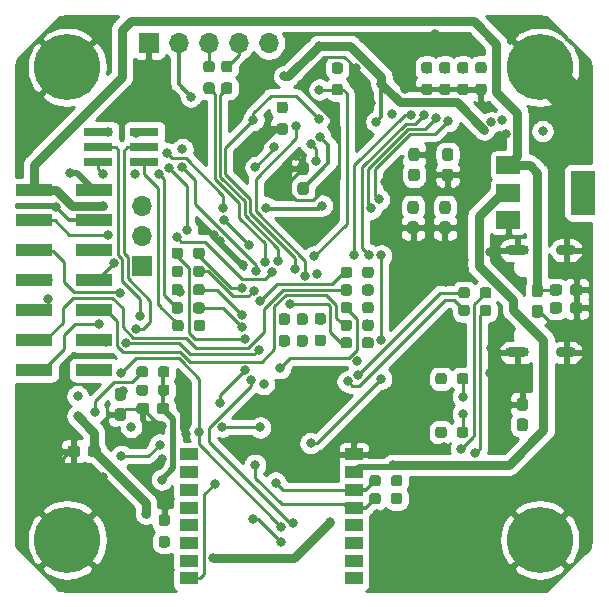
<source format=gbr>
%TF.GenerationSoftware,KiCad,Pcbnew,(5.1.8-0-10_14)*%
%TF.CreationDate,2021-03-06T23:06:48+08:00*%
%TF.ProjectId,upper_board,75707065-725f-4626-9f61-72642e6b6963,v0.1.3*%
%TF.SameCoordinates,Original*%
%TF.FileFunction,Copper,L2,Bot*%
%TF.FilePolarity,Positive*%
%FSLAX46Y46*%
G04 Gerber Fmt 4.6, Leading zero omitted, Abs format (unit mm)*
G04 Created by KiCad (PCBNEW (5.1.8-0-10_14)) date 2021-03-06 23:06:48*
%MOMM*%
%LPD*%
G01*
G04 APERTURE LIST*
%TA.AperFunction,SMDPad,CuDef*%
%ADD10R,1.500000X1.000000*%
%TD*%
%TA.AperFunction,SMDPad,CuDef*%
%ADD11R,2.000000X1.500000*%
%TD*%
%TA.AperFunction,SMDPad,CuDef*%
%ADD12R,2.000000X3.800000*%
%TD*%
%TA.AperFunction,SMDPad,CuDef*%
%ADD13R,3.150000X1.000000*%
%TD*%
%TA.AperFunction,ComponentPad*%
%ADD14O,1.700000X0.900000*%
%TD*%
%TA.AperFunction,ComponentPad*%
%ADD15O,2.000000X0.900000*%
%TD*%
%TA.AperFunction,SMDPad,CuDef*%
%ADD16R,2.400000X0.740000*%
%TD*%
%TA.AperFunction,ComponentPad*%
%ADD17O,1.700000X1.700000*%
%TD*%
%TA.AperFunction,ComponentPad*%
%ADD18R,1.700000X1.700000*%
%TD*%
%TA.AperFunction,ComponentPad*%
%ADD19C,5.600000*%
%TD*%
%TA.AperFunction,ViaPad*%
%ADD20C,0.800000*%
%TD*%
%TA.AperFunction,Conductor*%
%ADD21C,0.250000*%
%TD*%
%TA.AperFunction,Conductor*%
%ADD22C,0.300000*%
%TD*%
%TA.AperFunction,Conductor*%
%ADD23C,3.000000*%
%TD*%
%TA.AperFunction,Conductor*%
%ADD24C,0.500000*%
%TD*%
%TA.AperFunction,Conductor*%
%ADD25C,0.800000*%
%TD*%
%TA.AperFunction,Conductor*%
%ADD26C,0.254000*%
%TD*%
%TA.AperFunction,Conductor*%
%ADD27C,0.100000*%
%TD*%
G04 APERTURE END LIST*
D10*
%TO.P,J4,16*%
%TO.N,/BLT_RST*%
X130272000Y-108277300D03*
%TO.P,J4,15*%
%TO.N,Net-(J4-Pad15)*%
X130272000Y-106777300D03*
%TO.P,J4,14*%
%TO.N,Net-(J4-Pad14)*%
X130272000Y-105277300D03*
%TO.P,J4,13*%
%TO.N,Net-(J4-Pad13)*%
X130272000Y-103777300D03*
%TO.P,J4,12*%
%TO.N,Net-(J4-Pad12)*%
X130272000Y-102277300D03*
%TO.P,J4,11*%
%TO.N,Net-(J4-Pad11)*%
X130272000Y-100777300D03*
%TO.P,J4,10*%
%TO.N,Net-(J4-Pad10)*%
X130272000Y-99277300D03*
%TO.P,J4,9*%
%TO.N,Net-(J4-Pad9)*%
X130272000Y-97777300D03*
%TO.P,J4,8*%
%TO.N,Net-(J4-Pad8)*%
X144272000Y-108277300D03*
%TO.P,J4,7*%
%TO.N,Net-(J4-Pad7)*%
X144272000Y-106777300D03*
%TO.P,J4,6*%
%TO.N,Net-(J4-Pad6)*%
X144272000Y-105277300D03*
%TO.P,J4,5*%
%TO.N,Net-(J4-Pad5)*%
X144272000Y-103777300D03*
%TO.P,J4,4*%
%TO.N,/UART5_TX_RX*%
X144272000Y-102277300D03*
%TO.P,J4,3*%
%TO.N,/UART5_RX_TX*%
X144272000Y-100777300D03*
%TO.P,J4,2*%
%TO.N,+3V3*%
X144272000Y-99277300D03*
%TO.P,J4,1*%
%TO.N,GND*%
X144272000Y-97777300D03*
%TD*%
D11*
%TO.P,U3,1*%
%TO.N,GND*%
X157339900Y-77903100D03*
%TO.P,U3,3*%
%TO.N,+5V*%
X157339900Y-73303100D03*
%TO.P,U3,2*%
%TO.N,+3V3*%
X157339900Y-75603100D03*
D12*
X163639900Y-75603100D03*
%TD*%
%TO.P,R69,2*%
%TO.N,Net-(D11-Pad2)*%
%TA.AperFunction,SMDPad,CuDef*%
G36*
G01*
X143099800Y-65551500D02*
X142624800Y-65551500D01*
G75*
G02*
X142387300Y-65314000I0J237500D01*
G01*
X142387300Y-64814000D01*
G75*
G02*
X142624800Y-64576500I237500J0D01*
G01*
X143099800Y-64576500D01*
G75*
G02*
X143337300Y-64814000I0J-237500D01*
G01*
X143337300Y-65314000D01*
G75*
G02*
X143099800Y-65551500I-237500J0D01*
G01*
G37*
%TD.AperFunction*%
%TO.P,R69,1*%
%TO.N,/BMI_~CS*%
%TA.AperFunction,SMDPad,CuDef*%
G36*
G01*
X143099800Y-67376500D02*
X142624800Y-67376500D01*
G75*
G02*
X142387300Y-67139000I0J237500D01*
G01*
X142387300Y-66639000D01*
G75*
G02*
X142624800Y-66401500I237500J0D01*
G01*
X143099800Y-66401500D01*
G75*
G02*
X143337300Y-66639000I0J-237500D01*
G01*
X143337300Y-67139000D01*
G75*
G02*
X143099800Y-67376500I-237500J0D01*
G01*
G37*
%TD.AperFunction*%
%TD*%
%TO.P,R68,2*%
%TO.N,+3V3*%
%TA.AperFunction,SMDPad,CuDef*%
G36*
G01*
X127679000Y-91017100D02*
X127679000Y-90542100D01*
G75*
G02*
X127916500Y-90304600I237500J0D01*
G01*
X128416500Y-90304600D01*
G75*
G02*
X128654000Y-90542100I0J-237500D01*
G01*
X128654000Y-91017100D01*
G75*
G02*
X128416500Y-91254600I-237500J0D01*
G01*
X127916500Y-91254600D01*
G75*
G02*
X127679000Y-91017100I0J237500D01*
G01*
G37*
%TD.AperFunction*%
%TO.P,R68,1*%
%TO.N,/I2C2_SCL*%
%TA.AperFunction,SMDPad,CuDef*%
G36*
G01*
X125854000Y-91017100D02*
X125854000Y-90542100D01*
G75*
G02*
X126091500Y-90304600I237500J0D01*
G01*
X126591500Y-90304600D01*
G75*
G02*
X126829000Y-90542100I0J-237500D01*
G01*
X126829000Y-91017100D01*
G75*
G02*
X126591500Y-91254600I-237500J0D01*
G01*
X126091500Y-91254600D01*
G75*
G02*
X125854000Y-91017100I0J237500D01*
G01*
G37*
%TD.AperFunction*%
%TD*%
%TO.P,R67,2*%
%TO.N,+3V3*%
%TA.AperFunction,SMDPad,CuDef*%
G36*
G01*
X127679000Y-92566500D02*
X127679000Y-92091500D01*
G75*
G02*
X127916500Y-91854000I237500J0D01*
G01*
X128416500Y-91854000D01*
G75*
G02*
X128654000Y-92091500I0J-237500D01*
G01*
X128654000Y-92566500D01*
G75*
G02*
X128416500Y-92804000I-237500J0D01*
G01*
X127916500Y-92804000D01*
G75*
G02*
X127679000Y-92566500I0J237500D01*
G01*
G37*
%TD.AperFunction*%
%TO.P,R67,1*%
%TO.N,/I2C2_SDA*%
%TA.AperFunction,SMDPad,CuDef*%
G36*
G01*
X125854000Y-92566500D02*
X125854000Y-92091500D01*
G75*
G02*
X126091500Y-91854000I237500J0D01*
G01*
X126591500Y-91854000D01*
G75*
G02*
X126829000Y-92091500I0J-237500D01*
G01*
X126829000Y-92566500D01*
G75*
G02*
X126591500Y-92804000I-237500J0D01*
G01*
X126091500Y-92804000D01*
G75*
G02*
X125854000Y-92566500I0J237500D01*
G01*
G37*
%TD.AperFunction*%
%TD*%
%TO.P,R65,2*%
%TO.N,Net-(D10-Pad1)*%
%TA.AperFunction,SMDPad,CuDef*%
G36*
G01*
X138438900Y-68878900D02*
X137963900Y-68878900D01*
G75*
G02*
X137726400Y-68641400I0J237500D01*
G01*
X137726400Y-68141400D01*
G75*
G02*
X137963900Y-67903900I237500J0D01*
G01*
X138438900Y-67903900D01*
G75*
G02*
X138676400Y-68141400I0J-237500D01*
G01*
X138676400Y-68641400D01*
G75*
G02*
X138438900Y-68878900I-237500J0D01*
G01*
G37*
%TD.AperFunction*%
%TO.P,R65,1*%
%TO.N,GND*%
%TA.AperFunction,SMDPad,CuDef*%
G36*
G01*
X138438900Y-70703900D02*
X137963900Y-70703900D01*
G75*
G02*
X137726400Y-70466400I0J237500D01*
G01*
X137726400Y-69966400D01*
G75*
G02*
X137963900Y-69728900I237500J0D01*
G01*
X138438900Y-69728900D01*
G75*
G02*
X138676400Y-69966400I0J-237500D01*
G01*
X138676400Y-70466400D01*
G75*
G02*
X138438900Y-70703900I-237500J0D01*
G01*
G37*
%TD.AperFunction*%
%TD*%
%TO.P,R57,2*%
%TO.N,Net-(D8-Pad2)*%
%TA.AperFunction,SMDPad,CuDef*%
G36*
G01*
X147406700Y-100228200D02*
X147406700Y-99753200D01*
G75*
G02*
X147644200Y-99515700I237500J0D01*
G01*
X148144200Y-99515700D01*
G75*
G02*
X148381700Y-99753200I0J-237500D01*
G01*
X148381700Y-100228200D01*
G75*
G02*
X148144200Y-100465700I-237500J0D01*
G01*
X147644200Y-100465700D01*
G75*
G02*
X147406700Y-100228200I0J237500D01*
G01*
G37*
%TD.AperFunction*%
%TO.P,R57,1*%
%TO.N,/UART5_RX_TX*%
%TA.AperFunction,SMDPad,CuDef*%
G36*
G01*
X145581700Y-100228200D02*
X145581700Y-99753200D01*
G75*
G02*
X145819200Y-99515700I237500J0D01*
G01*
X146319200Y-99515700D01*
G75*
G02*
X146556700Y-99753200I0J-237500D01*
G01*
X146556700Y-100228200D01*
G75*
G02*
X146319200Y-100465700I-237500J0D01*
G01*
X145819200Y-100465700D01*
G75*
G02*
X145581700Y-100228200I0J237500D01*
G01*
G37*
%TD.AperFunction*%
%TD*%
%TO.P,R56,2*%
%TO.N,Net-(D7-Pad2)*%
%TA.AperFunction,SMDPad,CuDef*%
G36*
G01*
X147394000Y-101752200D02*
X147394000Y-101277200D01*
G75*
G02*
X147631500Y-101039700I237500J0D01*
G01*
X148131500Y-101039700D01*
G75*
G02*
X148369000Y-101277200I0J-237500D01*
G01*
X148369000Y-101752200D01*
G75*
G02*
X148131500Y-101989700I-237500J0D01*
G01*
X147631500Y-101989700D01*
G75*
G02*
X147394000Y-101752200I0J237500D01*
G01*
G37*
%TD.AperFunction*%
%TO.P,R56,1*%
%TO.N,/UART5_TX_RX*%
%TA.AperFunction,SMDPad,CuDef*%
G36*
G01*
X145569000Y-101752200D02*
X145569000Y-101277200D01*
G75*
G02*
X145806500Y-101039700I237500J0D01*
G01*
X146306500Y-101039700D01*
G75*
G02*
X146544000Y-101277200I0J-237500D01*
G01*
X146544000Y-101752200D01*
G75*
G02*
X146306500Y-101989700I-237500J0D01*
G01*
X145806500Y-101989700D01*
G75*
G02*
X145569000Y-101752200I0J237500D01*
G01*
G37*
%TD.AperFunction*%
%TD*%
%TO.P,R53,2*%
%TO.N,Net-(R53-Pad2)*%
%TA.AperFunction,SMDPad,CuDef*%
G36*
G01*
X138141700Y-87661300D02*
X138616700Y-87661300D01*
G75*
G02*
X138854200Y-87898800I0J-237500D01*
G01*
X138854200Y-88398800D01*
G75*
G02*
X138616700Y-88636300I-237500J0D01*
G01*
X138141700Y-88636300D01*
G75*
G02*
X137904200Y-88398800I0J237500D01*
G01*
X137904200Y-87898800D01*
G75*
G02*
X138141700Y-87661300I237500J0D01*
G01*
G37*
%TD.AperFunction*%
%TO.P,R53,1*%
%TO.N,/BMI_~CS*%
%TA.AperFunction,SMDPad,CuDef*%
G36*
G01*
X138141700Y-85836300D02*
X138616700Y-85836300D01*
G75*
G02*
X138854200Y-86073800I0J-237500D01*
G01*
X138854200Y-86573800D01*
G75*
G02*
X138616700Y-86811300I-237500J0D01*
G01*
X138141700Y-86811300D01*
G75*
G02*
X137904200Y-86573800I0J237500D01*
G01*
X137904200Y-86073800D01*
G75*
G02*
X138141700Y-85836300I237500J0D01*
G01*
G37*
%TD.AperFunction*%
%TD*%
%TO.P,R52,2*%
%TO.N,Net-(R52-Pad2)*%
%TA.AperFunction,SMDPad,CuDef*%
G36*
G01*
X139653000Y-87661300D02*
X140128000Y-87661300D01*
G75*
G02*
X140365500Y-87898800I0J-237500D01*
G01*
X140365500Y-88398800D01*
G75*
G02*
X140128000Y-88636300I-237500J0D01*
G01*
X139653000Y-88636300D01*
G75*
G02*
X139415500Y-88398800I0J237500D01*
G01*
X139415500Y-87898800D01*
G75*
G02*
X139653000Y-87661300I237500J0D01*
G01*
G37*
%TD.AperFunction*%
%TO.P,R52,1*%
%TO.N,/ICM_~CS*%
%TA.AperFunction,SMDPad,CuDef*%
G36*
G01*
X139653000Y-85836300D02*
X140128000Y-85836300D01*
G75*
G02*
X140365500Y-86073800I0J-237500D01*
G01*
X140365500Y-86573800D01*
G75*
G02*
X140128000Y-86811300I-237500J0D01*
G01*
X139653000Y-86811300D01*
G75*
G02*
X139415500Y-86573800I0J237500D01*
G01*
X139415500Y-86073800D01*
G75*
G02*
X139653000Y-85836300I237500J0D01*
G01*
G37*
%TD.AperFunction*%
%TD*%
%TO.P,R47,2*%
%TO.N,Net-(R47-Pad2)*%
%TA.AperFunction,SMDPad,CuDef*%
G36*
G01*
X141189700Y-87623200D02*
X141664700Y-87623200D01*
G75*
G02*
X141902200Y-87860700I0J-237500D01*
G01*
X141902200Y-88360700D01*
G75*
G02*
X141664700Y-88598200I-237500J0D01*
G01*
X141189700Y-88598200D01*
G75*
G02*
X140952200Y-88360700I0J237500D01*
G01*
X140952200Y-87860700D01*
G75*
G02*
X141189700Y-87623200I237500J0D01*
G01*
G37*
%TD.AperFunction*%
%TO.P,R47,1*%
%TO.N,/SCK*%
%TA.AperFunction,SMDPad,CuDef*%
G36*
G01*
X141189700Y-85798200D02*
X141664700Y-85798200D01*
G75*
G02*
X141902200Y-86035700I0J-237500D01*
G01*
X141902200Y-86535700D01*
G75*
G02*
X141664700Y-86773200I-237500J0D01*
G01*
X141189700Y-86773200D01*
G75*
G02*
X140952200Y-86535700I0J237500D01*
G01*
X140952200Y-86035700D01*
G75*
G02*
X141189700Y-85798200I237500J0D01*
G01*
G37*
%TD.AperFunction*%
%TD*%
%TO.P,R46,2*%
%TO.N,Net-(R46-Pad2)*%
%TA.AperFunction,SMDPad,CuDef*%
G36*
G01*
X154083200Y-85347800D02*
X154083200Y-85822800D01*
G75*
G02*
X153845700Y-86060300I-237500J0D01*
G01*
X153345700Y-86060300D01*
G75*
G02*
X153108200Y-85822800I0J237500D01*
G01*
X153108200Y-85347800D01*
G75*
G02*
X153345700Y-85110300I237500J0D01*
G01*
X153845700Y-85110300D01*
G75*
G02*
X154083200Y-85347800I0J-237500D01*
G01*
G37*
%TD.AperFunction*%
%TO.P,R46,1*%
%TO.N,/USB_N*%
%TA.AperFunction,SMDPad,CuDef*%
G36*
G01*
X155908200Y-85347800D02*
X155908200Y-85822800D01*
G75*
G02*
X155670700Y-86060300I-237500J0D01*
G01*
X155170700Y-86060300D01*
G75*
G02*
X154933200Y-85822800I0J237500D01*
G01*
X154933200Y-85347800D01*
G75*
G02*
X155170700Y-85110300I237500J0D01*
G01*
X155670700Y-85110300D01*
G75*
G02*
X155908200Y-85347800I0J-237500D01*
G01*
G37*
%TD.AperFunction*%
%TD*%
%TO.P,R45,2*%
%TO.N,Net-(R45-Pad2)*%
%TA.AperFunction,SMDPad,CuDef*%
G36*
G01*
X154083200Y-83849200D02*
X154083200Y-84324200D01*
G75*
G02*
X153845700Y-84561700I-237500J0D01*
G01*
X153345700Y-84561700D01*
G75*
G02*
X153108200Y-84324200I0J237500D01*
G01*
X153108200Y-83849200D01*
G75*
G02*
X153345700Y-83611700I237500J0D01*
G01*
X153845700Y-83611700D01*
G75*
G02*
X154083200Y-83849200I0J-237500D01*
G01*
G37*
%TD.AperFunction*%
%TO.P,R45,1*%
%TO.N,/USB_P*%
%TA.AperFunction,SMDPad,CuDef*%
G36*
G01*
X155908200Y-83849200D02*
X155908200Y-84324200D01*
G75*
G02*
X155670700Y-84561700I-237500J0D01*
G01*
X155170700Y-84561700D01*
G75*
G02*
X154933200Y-84324200I0J237500D01*
G01*
X154933200Y-83849200D01*
G75*
G02*
X155170700Y-83611700I237500J0D01*
G01*
X155670700Y-83611700D01*
G75*
G02*
X155908200Y-83849200I0J-237500D01*
G01*
G37*
%TD.AperFunction*%
%TD*%
%TO.P,R44,2*%
%TO.N,Net-(R44-Pad2)*%
%TA.AperFunction,SMDPad,CuDef*%
G36*
G01*
X133264900Y-66274500D02*
X133739900Y-66274500D01*
G75*
G02*
X133977400Y-66512000I0J-237500D01*
G01*
X133977400Y-67012000D01*
G75*
G02*
X133739900Y-67249500I-237500J0D01*
G01*
X133264900Y-67249500D01*
G75*
G02*
X133027400Y-67012000I0J237500D01*
G01*
X133027400Y-66512000D01*
G75*
G02*
X133264900Y-66274500I237500J0D01*
G01*
G37*
%TD.AperFunction*%
%TO.P,R44,1*%
%TO.N,/SWDIO*%
%TA.AperFunction,SMDPad,CuDef*%
G36*
G01*
X133264900Y-64449500D02*
X133739900Y-64449500D01*
G75*
G02*
X133977400Y-64687000I0J-237500D01*
G01*
X133977400Y-65187000D01*
G75*
G02*
X133739900Y-65424500I-237500J0D01*
G01*
X133264900Y-65424500D01*
G75*
G02*
X133027400Y-65187000I0J237500D01*
G01*
X133027400Y-64687000D01*
G75*
G02*
X133264900Y-64449500I237500J0D01*
G01*
G37*
%TD.AperFunction*%
%TD*%
%TO.P,R43,2*%
%TO.N,Net-(R43-Pad2)*%
%TA.AperFunction,SMDPad,CuDef*%
G36*
G01*
X131766300Y-66274500D02*
X132241300Y-66274500D01*
G75*
G02*
X132478800Y-66512000I0J-237500D01*
G01*
X132478800Y-67012000D01*
G75*
G02*
X132241300Y-67249500I-237500J0D01*
G01*
X131766300Y-67249500D01*
G75*
G02*
X131528800Y-67012000I0J237500D01*
G01*
X131528800Y-66512000D01*
G75*
G02*
X131766300Y-66274500I237500J0D01*
G01*
G37*
%TD.AperFunction*%
%TO.P,R43,1*%
%TO.N,/SWDCLK*%
%TA.AperFunction,SMDPad,CuDef*%
G36*
G01*
X131766300Y-64449500D02*
X132241300Y-64449500D01*
G75*
G02*
X132478800Y-64687000I0J-237500D01*
G01*
X132478800Y-65187000D01*
G75*
G02*
X132241300Y-65424500I-237500J0D01*
G01*
X131766300Y-65424500D01*
G75*
G02*
X131528800Y-65187000I0J237500D01*
G01*
X131528800Y-64687000D01*
G75*
G02*
X131766300Y-64449500I237500J0D01*
G01*
G37*
%TD.AperFunction*%
%TD*%
%TO.P,R35,2*%
%TO.N,Net-(R35-Pad2)*%
%TA.AperFunction,SMDPad,CuDef*%
G36*
G01*
X130701600Y-87105500D02*
X130701600Y-86630500D01*
G75*
G02*
X130939100Y-86393000I237500J0D01*
G01*
X131439100Y-86393000D01*
G75*
G02*
X131676600Y-86630500I0J-237500D01*
G01*
X131676600Y-87105500D01*
G75*
G02*
X131439100Y-87343000I-237500J0D01*
G01*
X130939100Y-87343000D01*
G75*
G02*
X130701600Y-87105500I0J237500D01*
G01*
G37*
%TD.AperFunction*%
%TO.P,R35,1*%
%TO.N,/TIM1_CH2*%
%TA.AperFunction,SMDPad,CuDef*%
G36*
G01*
X128876600Y-87105500D02*
X128876600Y-86630500D01*
G75*
G02*
X129114100Y-86393000I237500J0D01*
G01*
X129614100Y-86393000D01*
G75*
G02*
X129851600Y-86630500I0J-237500D01*
G01*
X129851600Y-87105500D01*
G75*
G02*
X129614100Y-87343000I-237500J0D01*
G01*
X129114100Y-87343000D01*
G75*
G02*
X128876600Y-87105500I0J237500D01*
G01*
G37*
%TD.AperFunction*%
%TD*%
%TO.P,R34,2*%
%TO.N,Net-(R34-Pad2)*%
%TA.AperFunction,SMDPad,CuDef*%
G36*
G01*
X130650800Y-85610075D02*
X130650800Y-85135075D01*
G75*
G02*
X130888300Y-84897575I237500J0D01*
G01*
X131388300Y-84897575D01*
G75*
G02*
X131625800Y-85135075I0J-237500D01*
G01*
X131625800Y-85610075D01*
G75*
G02*
X131388300Y-85847575I-237500J0D01*
G01*
X130888300Y-85847575D01*
G75*
G02*
X130650800Y-85610075I0J237500D01*
G01*
G37*
%TD.AperFunction*%
%TO.P,R34,1*%
%TO.N,/TIM1_CH1*%
%TA.AperFunction,SMDPad,CuDef*%
G36*
G01*
X128825800Y-85610075D02*
X128825800Y-85135075D01*
G75*
G02*
X129063300Y-84897575I237500J0D01*
G01*
X129563300Y-84897575D01*
G75*
G02*
X129800800Y-85135075I0J-237500D01*
G01*
X129800800Y-85610075D01*
G75*
G02*
X129563300Y-85847575I-237500J0D01*
G01*
X129063300Y-85847575D01*
G75*
G02*
X128825800Y-85610075I0J237500D01*
G01*
G37*
%TD.AperFunction*%
%TD*%
%TO.P,R33,2*%
%TO.N,Net-(R33-Pad2)*%
%TA.AperFunction,SMDPad,CuDef*%
G36*
G01*
X130650800Y-84063850D02*
X130650800Y-83588850D01*
G75*
G02*
X130888300Y-83351350I237500J0D01*
G01*
X131388300Y-83351350D01*
G75*
G02*
X131625800Y-83588850I0J-237500D01*
G01*
X131625800Y-84063850D01*
G75*
G02*
X131388300Y-84301350I-237500J0D01*
G01*
X130888300Y-84301350D01*
G75*
G02*
X130650800Y-84063850I0J237500D01*
G01*
G37*
%TD.AperFunction*%
%TO.P,R33,1*%
%TO.N,/UART7_TX_RX*%
%TA.AperFunction,SMDPad,CuDef*%
G36*
G01*
X128825800Y-84063850D02*
X128825800Y-83588850D01*
G75*
G02*
X129063300Y-83351350I237500J0D01*
G01*
X129563300Y-83351350D01*
G75*
G02*
X129800800Y-83588850I0J-237500D01*
G01*
X129800800Y-84063850D01*
G75*
G02*
X129563300Y-84301350I-237500J0D01*
G01*
X129063300Y-84301350D01*
G75*
G02*
X128825800Y-84063850I0J237500D01*
G01*
G37*
%TD.AperFunction*%
%TD*%
%TO.P,R32,2*%
%TO.N,GND*%
%TA.AperFunction,SMDPad,CuDef*%
G36*
G01*
X128456700Y-103829300D02*
X127981700Y-103829300D01*
G75*
G02*
X127744200Y-103591800I0J237500D01*
G01*
X127744200Y-103091800D01*
G75*
G02*
X127981700Y-102854300I237500J0D01*
G01*
X128456700Y-102854300D01*
G75*
G02*
X128694200Y-103091800I0J-237500D01*
G01*
X128694200Y-103591800D01*
G75*
G02*
X128456700Y-103829300I-237500J0D01*
G01*
G37*
%TD.AperFunction*%
%TO.P,R32,1*%
%TO.N,Net-(D9-Pad1)*%
%TA.AperFunction,SMDPad,CuDef*%
G36*
G01*
X128456700Y-105654300D02*
X127981700Y-105654300D01*
G75*
G02*
X127744200Y-105416800I0J237500D01*
G01*
X127744200Y-104916800D01*
G75*
G02*
X127981700Y-104679300I237500J0D01*
G01*
X128456700Y-104679300D01*
G75*
G02*
X128694200Y-104916800I0J-237500D01*
G01*
X128694200Y-105416800D01*
G75*
G02*
X128456700Y-105654300I-237500J0D01*
G01*
G37*
%TD.AperFunction*%
%TD*%
%TO.P,R31,2*%
%TO.N,/UART4_TX_RX*%
%TA.AperFunction,SMDPad,CuDef*%
G36*
G01*
X152977400Y-96135200D02*
X152977400Y-95660200D01*
G75*
G02*
X153214900Y-95422700I237500J0D01*
G01*
X153714900Y-95422700D01*
G75*
G02*
X153952400Y-95660200I0J-237500D01*
G01*
X153952400Y-96135200D01*
G75*
G02*
X153714900Y-96372700I-237500J0D01*
G01*
X153214900Y-96372700D01*
G75*
G02*
X152977400Y-96135200I0J237500D01*
G01*
G37*
%TD.AperFunction*%
%TO.P,R31,1*%
%TO.N,Net-(D6-Pad2)*%
%TA.AperFunction,SMDPad,CuDef*%
G36*
G01*
X151152400Y-96135200D02*
X151152400Y-95660200D01*
G75*
G02*
X151389900Y-95422700I237500J0D01*
G01*
X151889900Y-95422700D01*
G75*
G02*
X152127400Y-95660200I0J-237500D01*
G01*
X152127400Y-96135200D01*
G75*
G02*
X151889900Y-96372700I-237500J0D01*
G01*
X151389900Y-96372700D01*
G75*
G02*
X151152400Y-96135200I0J237500D01*
G01*
G37*
%TD.AperFunction*%
%TD*%
%TO.P,R30,2*%
%TO.N,Net-(R30-Pad2)*%
%TA.AperFunction,SMDPad,CuDef*%
G36*
G01*
X130650800Y-82517625D02*
X130650800Y-82042625D01*
G75*
G02*
X130888300Y-81805125I237500J0D01*
G01*
X131388300Y-81805125D01*
G75*
G02*
X131625800Y-82042625I0J-237500D01*
G01*
X131625800Y-82517625D01*
G75*
G02*
X131388300Y-82755125I-237500J0D01*
G01*
X130888300Y-82755125D01*
G75*
G02*
X130650800Y-82517625I0J237500D01*
G01*
G37*
%TD.AperFunction*%
%TO.P,R30,1*%
%TO.N,/UART7_RX_TX*%
%TA.AperFunction,SMDPad,CuDef*%
G36*
G01*
X128825800Y-82517625D02*
X128825800Y-82042625D01*
G75*
G02*
X129063300Y-81805125I237500J0D01*
G01*
X129563300Y-81805125D01*
G75*
G02*
X129800800Y-82042625I0J-237500D01*
G01*
X129800800Y-82517625D01*
G75*
G02*
X129563300Y-82755125I-237500J0D01*
G01*
X129063300Y-82755125D01*
G75*
G02*
X128825800Y-82517625I0J237500D01*
G01*
G37*
%TD.AperFunction*%
%TD*%
%TO.P,R29,2*%
%TO.N,Net-(R29-Pad2)*%
%TA.AperFunction,SMDPad,CuDef*%
G36*
G01*
X144963700Y-88566000D02*
X144963700Y-88091000D01*
G75*
G02*
X145201200Y-87853500I237500J0D01*
G01*
X145701200Y-87853500D01*
G75*
G02*
X145938700Y-88091000I0J-237500D01*
G01*
X145938700Y-88566000D01*
G75*
G02*
X145701200Y-88803500I-237500J0D01*
G01*
X145201200Y-88803500D01*
G75*
G02*
X144963700Y-88566000I0J237500D01*
G01*
G37*
%TD.AperFunction*%
%TO.P,R29,1*%
%TO.N,/TIM2_CH2*%
%TA.AperFunction,SMDPad,CuDef*%
G36*
G01*
X143138700Y-88566000D02*
X143138700Y-88091000D01*
G75*
G02*
X143376200Y-87853500I237500J0D01*
G01*
X143876200Y-87853500D01*
G75*
G02*
X144113700Y-88091000I0J-237500D01*
G01*
X144113700Y-88566000D01*
G75*
G02*
X143876200Y-88803500I-237500J0D01*
G01*
X143376200Y-88803500D01*
G75*
G02*
X143138700Y-88566000I0J237500D01*
G01*
G37*
%TD.AperFunction*%
%TD*%
%TO.P,R28,2*%
%TO.N,Net-(R28-Pad2)*%
%TA.AperFunction,SMDPad,CuDef*%
G36*
G01*
X130650800Y-80971400D02*
X130650800Y-80496400D01*
G75*
G02*
X130888300Y-80258900I237500J0D01*
G01*
X131388300Y-80258900D01*
G75*
G02*
X131625800Y-80496400I0J-237500D01*
G01*
X131625800Y-80971400D01*
G75*
G02*
X131388300Y-81208900I-237500J0D01*
G01*
X130888300Y-81208900D01*
G75*
G02*
X130650800Y-80971400I0J237500D01*
G01*
G37*
%TD.AperFunction*%
%TO.P,R28,1*%
%TO.N,/QSPI_CLK*%
%TA.AperFunction,SMDPad,CuDef*%
G36*
G01*
X128825800Y-80971400D02*
X128825800Y-80496400D01*
G75*
G02*
X129063300Y-80258900I237500J0D01*
G01*
X129563300Y-80258900D01*
G75*
G02*
X129800800Y-80496400I0J-237500D01*
G01*
X129800800Y-80971400D01*
G75*
G02*
X129563300Y-81208900I-237500J0D01*
G01*
X129063300Y-81208900D01*
G75*
G02*
X128825800Y-80971400I0J237500D01*
G01*
G37*
%TD.AperFunction*%
%TD*%
%TO.P,R27,2*%
%TO.N,Net-(R27-Pad2)*%
%TA.AperFunction,SMDPad,CuDef*%
G36*
G01*
X144963700Y-87073750D02*
X144963700Y-86598750D01*
G75*
G02*
X145201200Y-86361250I237500J0D01*
G01*
X145701200Y-86361250D01*
G75*
G02*
X145938700Y-86598750I0J-237500D01*
G01*
X145938700Y-87073750D01*
G75*
G02*
X145701200Y-87311250I-237500J0D01*
G01*
X145201200Y-87311250D01*
G75*
G02*
X144963700Y-87073750I0J237500D01*
G01*
G37*
%TD.AperFunction*%
%TO.P,R27,1*%
%TO.N,/SPI1_MISO*%
%TA.AperFunction,SMDPad,CuDef*%
G36*
G01*
X143138700Y-87073750D02*
X143138700Y-86598750D01*
G75*
G02*
X143376200Y-86361250I237500J0D01*
G01*
X143876200Y-86361250D01*
G75*
G02*
X144113700Y-86598750I0J-237500D01*
G01*
X144113700Y-87073750D01*
G75*
G02*
X143876200Y-87311250I-237500J0D01*
G01*
X143376200Y-87311250D01*
G75*
G02*
X143138700Y-87073750I0J237500D01*
G01*
G37*
%TD.AperFunction*%
%TD*%
%TO.P,R26,2*%
%TO.N,/UART4_RX_TX*%
%TA.AperFunction,SMDPad,CuDef*%
G36*
G01*
X152990100Y-91601300D02*
X152990100Y-91126300D01*
G75*
G02*
X153227600Y-90888800I237500J0D01*
G01*
X153727600Y-90888800D01*
G75*
G02*
X153965100Y-91126300I0J-237500D01*
G01*
X153965100Y-91601300D01*
G75*
G02*
X153727600Y-91838800I-237500J0D01*
G01*
X153227600Y-91838800D01*
G75*
G02*
X152990100Y-91601300I0J237500D01*
G01*
G37*
%TD.AperFunction*%
%TO.P,R26,1*%
%TO.N,Net-(D5-Pad2)*%
%TA.AperFunction,SMDPad,CuDef*%
G36*
G01*
X151165100Y-91601300D02*
X151165100Y-91126300D01*
G75*
G02*
X151402600Y-90888800I237500J0D01*
G01*
X151902600Y-90888800D01*
G75*
G02*
X152140100Y-91126300I0J-237500D01*
G01*
X152140100Y-91601300D01*
G75*
G02*
X151902600Y-91838800I-237500J0D01*
G01*
X151402600Y-91838800D01*
G75*
G02*
X151165100Y-91601300I0J237500D01*
G01*
G37*
%TD.AperFunction*%
%TD*%
%TO.P,R23,2*%
%TO.N,Net-(R23-Pad2)*%
%TA.AperFunction,SMDPad,CuDef*%
G36*
G01*
X144963700Y-85581500D02*
X144963700Y-85106500D01*
G75*
G02*
X145201200Y-84869000I237500J0D01*
G01*
X145701200Y-84869000D01*
G75*
G02*
X145938700Y-85106500I0J-237500D01*
G01*
X145938700Y-85581500D01*
G75*
G02*
X145701200Y-85819000I-237500J0D01*
G01*
X145201200Y-85819000D01*
G75*
G02*
X144963700Y-85581500I0J237500D01*
G01*
G37*
%TD.AperFunction*%
%TO.P,R23,1*%
%TO.N,/QSPI_~CS*%
%TA.AperFunction,SMDPad,CuDef*%
G36*
G01*
X143138700Y-85581500D02*
X143138700Y-85106500D01*
G75*
G02*
X143376200Y-84869000I237500J0D01*
G01*
X143876200Y-84869000D01*
G75*
G02*
X144113700Y-85106500I0J-237500D01*
G01*
X144113700Y-85581500D01*
G75*
G02*
X143876200Y-85819000I-237500J0D01*
G01*
X143376200Y-85819000D01*
G75*
G02*
X143138700Y-85581500I0J237500D01*
G01*
G37*
%TD.AperFunction*%
%TD*%
%TO.P,R22,2*%
%TO.N,Net-(R22-Pad2)*%
%TA.AperFunction,SMDPad,CuDef*%
G36*
G01*
X144963700Y-84089250D02*
X144963700Y-83614250D01*
G75*
G02*
X145201200Y-83376750I237500J0D01*
G01*
X145701200Y-83376750D01*
G75*
G02*
X145938700Y-83614250I0J-237500D01*
G01*
X145938700Y-84089250D01*
G75*
G02*
X145701200Y-84326750I-237500J0D01*
G01*
X145201200Y-84326750D01*
G75*
G02*
X144963700Y-84089250I0J237500D01*
G01*
G37*
%TD.AperFunction*%
%TO.P,R22,1*%
%TO.N,/I2C1_SDA*%
%TA.AperFunction,SMDPad,CuDef*%
G36*
G01*
X143138700Y-84089250D02*
X143138700Y-83614250D01*
G75*
G02*
X143376200Y-83376750I237500J0D01*
G01*
X143876200Y-83376750D01*
G75*
G02*
X144113700Y-83614250I0J-237500D01*
G01*
X144113700Y-84089250D01*
G75*
G02*
X143876200Y-84326750I-237500J0D01*
G01*
X143376200Y-84326750D01*
G75*
G02*
X143138700Y-84089250I0J237500D01*
G01*
G37*
%TD.AperFunction*%
%TD*%
%TO.P,R18,2*%
%TO.N,Net-(R18-Pad2)*%
%TA.AperFunction,SMDPad,CuDef*%
G36*
G01*
X144963700Y-82597000D02*
X144963700Y-82122000D01*
G75*
G02*
X145201200Y-81884500I237500J0D01*
G01*
X145701200Y-81884500D01*
G75*
G02*
X145938700Y-82122000I0J-237500D01*
G01*
X145938700Y-82597000D01*
G75*
G02*
X145701200Y-82834500I-237500J0D01*
G01*
X145201200Y-82834500D01*
G75*
G02*
X144963700Y-82597000I0J237500D01*
G01*
G37*
%TD.AperFunction*%
%TO.P,R18,1*%
%TO.N,/I2C1_SCL*%
%TA.AperFunction,SMDPad,CuDef*%
G36*
G01*
X143138700Y-82597000D02*
X143138700Y-82122000D01*
G75*
G02*
X143376200Y-81884500I237500J0D01*
G01*
X143876200Y-81884500D01*
G75*
G02*
X144113700Y-82122000I0J-237500D01*
G01*
X144113700Y-82597000D01*
G75*
G02*
X143876200Y-82834500I-237500J0D01*
G01*
X143376200Y-82834500D01*
G75*
G02*
X143138700Y-82597000I0J237500D01*
G01*
G37*
%TD.AperFunction*%
%TD*%
%TO.P,R7,2*%
%TO.N,GND*%
%TA.AperFunction,SMDPad,CuDef*%
G36*
G01*
X150206700Y-66369200D02*
X150681700Y-66369200D01*
G75*
G02*
X150919200Y-66606700I0J-237500D01*
G01*
X150919200Y-67106700D01*
G75*
G02*
X150681700Y-67344200I-237500J0D01*
G01*
X150206700Y-67344200D01*
G75*
G02*
X149969200Y-67106700I0J237500D01*
G01*
X149969200Y-66606700D01*
G75*
G02*
X150206700Y-66369200I237500J0D01*
G01*
G37*
%TD.AperFunction*%
%TO.P,R7,1*%
%TO.N,Net-(D4-Pad1)*%
%TA.AperFunction,SMDPad,CuDef*%
G36*
G01*
X150206700Y-64544200D02*
X150681700Y-64544200D01*
G75*
G02*
X150919200Y-64781700I0J-237500D01*
G01*
X150919200Y-65281700D01*
G75*
G02*
X150681700Y-65519200I-237500J0D01*
G01*
X150206700Y-65519200D01*
G75*
G02*
X149969200Y-65281700I0J237500D01*
G01*
X149969200Y-64781700D01*
G75*
G02*
X150206700Y-64544200I237500J0D01*
G01*
G37*
%TD.AperFunction*%
%TD*%
%TO.P,R6,2*%
%TO.N,GND*%
%TA.AperFunction,SMDPad,CuDef*%
G36*
G01*
X151730700Y-66369200D02*
X152205700Y-66369200D01*
G75*
G02*
X152443200Y-66606700I0J-237500D01*
G01*
X152443200Y-67106700D01*
G75*
G02*
X152205700Y-67344200I-237500J0D01*
G01*
X151730700Y-67344200D01*
G75*
G02*
X151493200Y-67106700I0J237500D01*
G01*
X151493200Y-66606700D01*
G75*
G02*
X151730700Y-66369200I237500J0D01*
G01*
G37*
%TD.AperFunction*%
%TO.P,R6,1*%
%TO.N,Net-(D3-Pad1)*%
%TA.AperFunction,SMDPad,CuDef*%
G36*
G01*
X151730700Y-64544200D02*
X152205700Y-64544200D01*
G75*
G02*
X152443200Y-64781700I0J-237500D01*
G01*
X152443200Y-65281700D01*
G75*
G02*
X152205700Y-65519200I-237500J0D01*
G01*
X151730700Y-65519200D01*
G75*
G02*
X151493200Y-65281700I0J237500D01*
G01*
X151493200Y-64781700D01*
G75*
G02*
X151730700Y-64544200I237500J0D01*
G01*
G37*
%TD.AperFunction*%
%TD*%
%TO.P,R5,2*%
%TO.N,GND*%
%TA.AperFunction,SMDPad,CuDef*%
G36*
G01*
X153254700Y-66369200D02*
X153729700Y-66369200D01*
G75*
G02*
X153967200Y-66606700I0J-237500D01*
G01*
X153967200Y-67106700D01*
G75*
G02*
X153729700Y-67344200I-237500J0D01*
G01*
X153254700Y-67344200D01*
G75*
G02*
X153017200Y-67106700I0J237500D01*
G01*
X153017200Y-66606700D01*
G75*
G02*
X153254700Y-66369200I237500J0D01*
G01*
G37*
%TD.AperFunction*%
%TO.P,R5,1*%
%TO.N,Net-(D2-Pad1)*%
%TA.AperFunction,SMDPad,CuDef*%
G36*
G01*
X153254700Y-64544200D02*
X153729700Y-64544200D01*
G75*
G02*
X153967200Y-64781700I0J-237500D01*
G01*
X153967200Y-65281700D01*
G75*
G02*
X153729700Y-65519200I-237500J0D01*
G01*
X153254700Y-65519200D01*
G75*
G02*
X153017200Y-65281700I0J237500D01*
G01*
X153017200Y-64781700D01*
G75*
G02*
X153254700Y-64544200I237500J0D01*
G01*
G37*
%TD.AperFunction*%
%TD*%
%TO.P,R4,2*%
%TO.N,GND*%
%TA.AperFunction,SMDPad,CuDef*%
G36*
G01*
X154791400Y-66369200D02*
X155266400Y-66369200D01*
G75*
G02*
X155503900Y-66606700I0J-237500D01*
G01*
X155503900Y-67106700D01*
G75*
G02*
X155266400Y-67344200I-237500J0D01*
G01*
X154791400Y-67344200D01*
G75*
G02*
X154553900Y-67106700I0J237500D01*
G01*
X154553900Y-66606700D01*
G75*
G02*
X154791400Y-66369200I237500J0D01*
G01*
G37*
%TD.AperFunction*%
%TO.P,R4,1*%
%TO.N,Net-(D1-Pad1)*%
%TA.AperFunction,SMDPad,CuDef*%
G36*
G01*
X154791400Y-64544200D02*
X155266400Y-64544200D01*
G75*
G02*
X155503900Y-64781700I0J-237500D01*
G01*
X155503900Y-65281700D01*
G75*
G02*
X155266400Y-65519200I-237500J0D01*
G01*
X154791400Y-65519200D01*
G75*
G02*
X154553900Y-65281700I0J237500D01*
G01*
X154553900Y-64781700D01*
G75*
G02*
X154791400Y-64544200I237500J0D01*
G01*
G37*
%TD.AperFunction*%
%TD*%
D13*
%TO.P,J3,14*%
%TO.N,+3V3*%
X122235200Y-75399900D03*
%TO.P,J3,13*%
%TO.N,+5V*%
X117185200Y-75399900D03*
%TO.P,J3,12*%
%TO.N,GND*%
X122235200Y-77939900D03*
%TO.P,J3,11*%
%TO.N,/TIM2_CH4*%
X117185200Y-77939900D03*
%TO.P,J3,10*%
%TO.N,/TIM2_CH3*%
X122235200Y-80479900D03*
%TO.P,J3,9*%
%TO.N,/TIM2_CH2*%
X117185200Y-80479900D03*
%TO.P,J3,8*%
%TO.N,/TIM2_CH1*%
X122235200Y-83019900D03*
%TO.P,J3,7*%
%TO.N,/SPI1_SCK*%
X117185200Y-83019900D03*
%TO.P,J3,6*%
%TO.N,/SPI1_MISO*%
X122235200Y-85559900D03*
%TO.P,J3,5*%
%TO.N,/SPI1_MOSI*%
X117185200Y-85559900D03*
%TO.P,J3,4*%
%TO.N,/I2C1_SCL*%
X122235200Y-88099900D03*
%TO.P,J3,3*%
%TO.N,/I2C1_SDA*%
X117185200Y-88099900D03*
%TO.P,J3,2*%
%TO.N,/UART7_RX_TX*%
X122235200Y-90639900D03*
%TO.P,J3,1*%
%TO.N,/UART7_TX_RX*%
X117185200Y-90639900D03*
%TD*%
D14*
%TO.P,J1,S1*%
%TO.N,GND*%
X162260000Y-80490600D03*
X162260000Y-89130600D03*
D15*
X158090000Y-80490600D03*
X158090000Y-89130600D03*
%TD*%
%TO.P,C30,2*%
%TO.N,+3V3*%
%TA.AperFunction,SMDPad,CuDef*%
G36*
G01*
X121749700Y-97748100D02*
X121749700Y-97273100D01*
G75*
G02*
X121987200Y-97035600I237500J0D01*
G01*
X122587200Y-97035600D01*
G75*
G02*
X122824700Y-97273100I0J-237500D01*
G01*
X122824700Y-97748100D01*
G75*
G02*
X122587200Y-97985600I-237500J0D01*
G01*
X121987200Y-97985600D01*
G75*
G02*
X121749700Y-97748100I0J237500D01*
G01*
G37*
%TD.AperFunction*%
%TO.P,C30,1*%
%TO.N,GND*%
%TA.AperFunction,SMDPad,CuDef*%
G36*
G01*
X120024700Y-97748100D02*
X120024700Y-97273100D01*
G75*
G02*
X120262200Y-97035600I237500J0D01*
G01*
X120862200Y-97035600D01*
G75*
G02*
X121099700Y-97273100I0J-237500D01*
G01*
X121099700Y-97748100D01*
G75*
G02*
X120862200Y-97985600I-237500J0D01*
G01*
X120262200Y-97985600D01*
G75*
G02*
X120024700Y-97748100I0J237500D01*
G01*
G37*
%TD.AperFunction*%
%TD*%
%TO.P,C28,2*%
%TO.N,+3V3*%
%TA.AperFunction,SMDPad,CuDef*%
G36*
G01*
X124735600Y-93210500D02*
X124260600Y-93210500D01*
G75*
G02*
X124023100Y-92973000I0J237500D01*
G01*
X124023100Y-92373000D01*
G75*
G02*
X124260600Y-92135500I237500J0D01*
G01*
X124735600Y-92135500D01*
G75*
G02*
X124973100Y-92373000I0J-237500D01*
G01*
X124973100Y-92973000D01*
G75*
G02*
X124735600Y-93210500I-237500J0D01*
G01*
G37*
%TD.AperFunction*%
%TO.P,C28,1*%
%TO.N,GND*%
%TA.AperFunction,SMDPad,CuDef*%
G36*
G01*
X124735600Y-94935500D02*
X124260600Y-94935500D01*
G75*
G02*
X124023100Y-94698000I0J237500D01*
G01*
X124023100Y-94098000D01*
G75*
G02*
X124260600Y-93860500I237500J0D01*
G01*
X124735600Y-93860500D01*
G75*
G02*
X124973100Y-94098000I0J-237500D01*
G01*
X124973100Y-94698000D01*
G75*
G02*
X124735600Y-94935500I-237500J0D01*
G01*
G37*
%TD.AperFunction*%
%TD*%
%TO.P,C18,2*%
%TO.N,GND*%
%TA.AperFunction,SMDPad,CuDef*%
G36*
G01*
X126929000Y-93653600D02*
X126929000Y-94128600D01*
G75*
G02*
X126691500Y-94366100I-237500J0D01*
G01*
X126091500Y-94366100D01*
G75*
G02*
X125854000Y-94128600I0J237500D01*
G01*
X125854000Y-93653600D01*
G75*
G02*
X126091500Y-93416100I237500J0D01*
G01*
X126691500Y-93416100D01*
G75*
G02*
X126929000Y-93653600I0J-237500D01*
G01*
G37*
%TD.AperFunction*%
%TO.P,C18,1*%
%TO.N,+3V3*%
%TA.AperFunction,SMDPad,CuDef*%
G36*
G01*
X128654000Y-93653600D02*
X128654000Y-94128600D01*
G75*
G02*
X128416500Y-94366100I-237500J0D01*
G01*
X127816500Y-94366100D01*
G75*
G02*
X127579000Y-94128600I0J237500D01*
G01*
X127579000Y-93653600D01*
G75*
G02*
X127816500Y-93416100I237500J0D01*
G01*
X128416500Y-93416100D01*
G75*
G02*
X128654000Y-93653600I0J-237500D01*
G01*
G37*
%TD.AperFunction*%
%TD*%
%TO.P,C12,2*%
%TO.N,GND*%
%TA.AperFunction,SMDPad,CuDef*%
G36*
G01*
X159553900Y-85110200D02*
X160028900Y-85110200D01*
G75*
G02*
X160266400Y-85347700I0J-237500D01*
G01*
X160266400Y-85947700D01*
G75*
G02*
X160028900Y-86185200I-237500J0D01*
G01*
X159553900Y-86185200D01*
G75*
G02*
X159316400Y-85947700I0J237500D01*
G01*
X159316400Y-85347700D01*
G75*
G02*
X159553900Y-85110200I237500J0D01*
G01*
G37*
%TD.AperFunction*%
%TO.P,C12,1*%
%TO.N,+5V*%
%TA.AperFunction,SMDPad,CuDef*%
G36*
G01*
X159553900Y-83385200D02*
X160028900Y-83385200D01*
G75*
G02*
X160266400Y-83622700I0J-237500D01*
G01*
X160266400Y-84222700D01*
G75*
G02*
X160028900Y-84460200I-237500J0D01*
G01*
X159553900Y-84460200D01*
G75*
G02*
X159316400Y-84222700I0J237500D01*
G01*
X159316400Y-83622700D01*
G75*
G02*
X159553900Y-83385200I237500J0D01*
G01*
G37*
%TD.AperFunction*%
%TD*%
%TO.P,C9,2*%
%TO.N,Net-(C9-Pad2)*%
%TA.AperFunction,SMDPad,CuDef*%
G36*
G01*
X158283900Y-94724100D02*
X158758900Y-94724100D01*
G75*
G02*
X158996400Y-94961600I0J-237500D01*
G01*
X158996400Y-95561600D01*
G75*
G02*
X158758900Y-95799100I-237500J0D01*
G01*
X158283900Y-95799100D01*
G75*
G02*
X158046400Y-95561600I0J237500D01*
G01*
X158046400Y-94961600D01*
G75*
G02*
X158283900Y-94724100I237500J0D01*
G01*
G37*
%TD.AperFunction*%
%TO.P,C9,1*%
%TO.N,GND*%
%TA.AperFunction,SMDPad,CuDef*%
G36*
G01*
X158283900Y-92999100D02*
X158758900Y-92999100D01*
G75*
G02*
X158996400Y-93236600I0J-237500D01*
G01*
X158996400Y-93836600D01*
G75*
G02*
X158758900Y-94074100I-237500J0D01*
G01*
X158283900Y-94074100D01*
G75*
G02*
X158046400Y-93836600I0J237500D01*
G01*
X158046400Y-93236600D01*
G75*
G02*
X158283900Y-92999100I237500J0D01*
G01*
G37*
%TD.AperFunction*%
%TD*%
%TO.P,C8,2*%
%TO.N,+5V*%
%TA.AperFunction,SMDPad,CuDef*%
G36*
G01*
X161904800Y-85131900D02*
X161904800Y-85606900D01*
G75*
G02*
X161667300Y-85844400I-237500J0D01*
G01*
X161067300Y-85844400D01*
G75*
G02*
X160829800Y-85606900I0J237500D01*
G01*
X160829800Y-85131900D01*
G75*
G02*
X161067300Y-84894400I237500J0D01*
G01*
X161667300Y-84894400D01*
G75*
G02*
X161904800Y-85131900I0J-237500D01*
G01*
G37*
%TD.AperFunction*%
%TO.P,C8,1*%
%TO.N,GND*%
%TA.AperFunction,SMDPad,CuDef*%
G36*
G01*
X163629800Y-85131900D02*
X163629800Y-85606900D01*
G75*
G02*
X163392300Y-85844400I-237500J0D01*
G01*
X162792300Y-85844400D01*
G75*
G02*
X162554800Y-85606900I0J237500D01*
G01*
X162554800Y-85131900D01*
G75*
G02*
X162792300Y-84894400I237500J0D01*
G01*
X163392300Y-84894400D01*
G75*
G02*
X163629800Y-85131900I0J-237500D01*
G01*
G37*
%TD.AperFunction*%
%TD*%
%TO.P,C7,2*%
%TO.N,+5V*%
%TA.AperFunction,SMDPad,CuDef*%
G36*
G01*
X161904800Y-83607900D02*
X161904800Y-84082900D01*
G75*
G02*
X161667300Y-84320400I-237500J0D01*
G01*
X161067300Y-84320400D01*
G75*
G02*
X160829800Y-84082900I0J237500D01*
G01*
X160829800Y-83607900D01*
G75*
G02*
X161067300Y-83370400I237500J0D01*
G01*
X161667300Y-83370400D01*
G75*
G02*
X161904800Y-83607900I0J-237500D01*
G01*
G37*
%TD.AperFunction*%
%TO.P,C7,1*%
%TO.N,GND*%
%TA.AperFunction,SMDPad,CuDef*%
G36*
G01*
X163629800Y-83607900D02*
X163629800Y-84082900D01*
G75*
G02*
X163392300Y-84320400I-237500J0D01*
G01*
X162792300Y-84320400D01*
G75*
G02*
X162554800Y-84082900I0J237500D01*
G01*
X162554800Y-83607900D01*
G75*
G02*
X162792300Y-83370400I237500J0D01*
G01*
X163392300Y-83370400D01*
G75*
G02*
X163629800Y-83607900I0J-237500D01*
G01*
G37*
%TD.AperFunction*%
%TD*%
%TO.P,C5,2*%
%TO.N,/NRST*%
%TA.AperFunction,SMDPad,CuDef*%
G36*
G01*
X139729200Y-74747000D02*
X140204200Y-74747000D01*
G75*
G02*
X140441700Y-74984500I0J-237500D01*
G01*
X140441700Y-75584500D01*
G75*
G02*
X140204200Y-75822000I-237500J0D01*
G01*
X139729200Y-75822000D01*
G75*
G02*
X139491700Y-75584500I0J237500D01*
G01*
X139491700Y-74984500D01*
G75*
G02*
X139729200Y-74747000I237500J0D01*
G01*
G37*
%TD.AperFunction*%
%TO.P,C5,1*%
%TO.N,GND*%
%TA.AperFunction,SMDPad,CuDef*%
G36*
G01*
X139729200Y-73022000D02*
X140204200Y-73022000D01*
G75*
G02*
X140441700Y-73259500I0J-237500D01*
G01*
X140441700Y-73859500D01*
G75*
G02*
X140204200Y-74097000I-237500J0D01*
G01*
X139729200Y-74097000D01*
G75*
G02*
X139491700Y-73859500I0J237500D01*
G01*
X139491700Y-73259500D01*
G75*
G02*
X139729200Y-73022000I237500J0D01*
G01*
G37*
%TD.AperFunction*%
%TD*%
%TO.P,C4,2*%
%TO.N,GND*%
%TA.AperFunction,SMDPad,CuDef*%
G36*
G01*
X151959300Y-73565900D02*
X152434300Y-73565900D01*
G75*
G02*
X152671800Y-73803400I0J-237500D01*
G01*
X152671800Y-74403400D01*
G75*
G02*
X152434300Y-74640900I-237500J0D01*
G01*
X151959300Y-74640900D01*
G75*
G02*
X151721800Y-74403400I0J237500D01*
G01*
X151721800Y-73803400D01*
G75*
G02*
X151959300Y-73565900I237500J0D01*
G01*
G37*
%TD.AperFunction*%
%TO.P,C4,1*%
%TO.N,Net-(C4-Pad1)*%
%TA.AperFunction,SMDPad,CuDef*%
G36*
G01*
X151959300Y-71840900D02*
X152434300Y-71840900D01*
G75*
G02*
X152671800Y-72078400I0J-237500D01*
G01*
X152671800Y-72678400D01*
G75*
G02*
X152434300Y-72915900I-237500J0D01*
G01*
X151959300Y-72915900D01*
G75*
G02*
X151721800Y-72678400I0J237500D01*
G01*
X151721800Y-72078400D01*
G75*
G02*
X151959300Y-71840900I237500J0D01*
G01*
G37*
%TD.AperFunction*%
%TD*%
%TO.P,C3,2*%
%TO.N,Net-(C3-Pad2)*%
%TA.AperFunction,SMDPad,CuDef*%
G36*
G01*
X149114500Y-73565900D02*
X149589500Y-73565900D01*
G75*
G02*
X149827000Y-73803400I0J-237500D01*
G01*
X149827000Y-74403400D01*
G75*
G02*
X149589500Y-74640900I-237500J0D01*
G01*
X149114500Y-74640900D01*
G75*
G02*
X148877000Y-74403400I0J237500D01*
G01*
X148877000Y-73803400D01*
G75*
G02*
X149114500Y-73565900I237500J0D01*
G01*
G37*
%TD.AperFunction*%
%TO.P,C3,1*%
%TO.N,GND*%
%TA.AperFunction,SMDPad,CuDef*%
G36*
G01*
X149114500Y-71840900D02*
X149589500Y-71840900D01*
G75*
G02*
X149827000Y-72078400I0J-237500D01*
G01*
X149827000Y-72678400D01*
G75*
G02*
X149589500Y-72915900I-237500J0D01*
G01*
X149114500Y-72915900D01*
G75*
G02*
X148877000Y-72678400I0J237500D01*
G01*
X148877000Y-72078400D01*
G75*
G02*
X149114500Y-71840900I237500J0D01*
G01*
G37*
%TD.AperFunction*%
%TD*%
%TO.P,C2,2*%
%TO.N,GND*%
%TA.AperFunction,SMDPad,CuDef*%
G36*
G01*
X149038300Y-78050100D02*
X149513300Y-78050100D01*
G75*
G02*
X149750800Y-78287600I0J-237500D01*
G01*
X149750800Y-78887600D01*
G75*
G02*
X149513300Y-79125100I-237500J0D01*
G01*
X149038300Y-79125100D01*
G75*
G02*
X148800800Y-78887600I0J237500D01*
G01*
X148800800Y-78287600D01*
G75*
G02*
X149038300Y-78050100I237500J0D01*
G01*
G37*
%TD.AperFunction*%
%TO.P,C2,1*%
%TO.N,Net-(C2-Pad1)*%
%TA.AperFunction,SMDPad,CuDef*%
G36*
G01*
X149038300Y-76325100D02*
X149513300Y-76325100D01*
G75*
G02*
X149750800Y-76562600I0J-237500D01*
G01*
X149750800Y-77162600D01*
G75*
G02*
X149513300Y-77400100I-237500J0D01*
G01*
X149038300Y-77400100D01*
G75*
G02*
X148800800Y-77162600I0J237500D01*
G01*
X148800800Y-76562600D01*
G75*
G02*
X149038300Y-76325100I237500J0D01*
G01*
G37*
%TD.AperFunction*%
%TD*%
%TO.P,C1,2*%
%TO.N,GND*%
%TA.AperFunction,SMDPad,CuDef*%
G36*
G01*
X151743400Y-78050100D02*
X152218400Y-78050100D01*
G75*
G02*
X152455900Y-78287600I0J-237500D01*
G01*
X152455900Y-78887600D01*
G75*
G02*
X152218400Y-79125100I-237500J0D01*
G01*
X151743400Y-79125100D01*
G75*
G02*
X151505900Y-78887600I0J237500D01*
G01*
X151505900Y-78287600D01*
G75*
G02*
X151743400Y-78050100I237500J0D01*
G01*
G37*
%TD.AperFunction*%
%TO.P,C1,1*%
%TO.N,Net-(C1-Pad1)*%
%TA.AperFunction,SMDPad,CuDef*%
G36*
G01*
X151743400Y-76325100D02*
X152218400Y-76325100D01*
G75*
G02*
X152455900Y-76562600I0J-237500D01*
G01*
X152455900Y-77162600D01*
G75*
G02*
X152218400Y-77400100I-237500J0D01*
G01*
X151743400Y-77400100D01*
G75*
G02*
X151505900Y-77162600I0J237500D01*
G01*
X151505900Y-76562600D01*
G75*
G02*
X151743400Y-76325100I237500J0D01*
G01*
G37*
%TD.AperFunction*%
%TD*%
D16*
%TO.P,J2,6*%
%TO.N,/TIM3_CH3*%
X126537000Y-70485000D03*
%TO.P,J2,5*%
%TO.N,/ADC2_INP3*%
X122637000Y-70485000D03*
%TO.P,J2,4*%
%TO.N,/TIM1_CH4*%
X126537000Y-71755000D03*
%TO.P,J2,3*%
%TO.N,/TIM1_CH3*%
X122637000Y-71755000D03*
%TO.P,J2,2*%
%TO.N,/TIM1_CH2*%
X126537000Y-73025000D03*
%TO.P,J2,1*%
%TO.N,/TIM1_CH1*%
X122637000Y-73025000D03*
%TD*%
D17*
%TO.P,SWD1,5*%
%TO.N,/NRST*%
X137058400Y-62953900D03*
%TO.P,SWD1,4*%
%TO.N,/SWDIO*%
X134518400Y-62953900D03*
%TO.P,SWD1,3*%
%TO.N,/SWDCLK*%
X131978400Y-62953900D03*
%TO.P,SWD1,2*%
%TO.N,+3V3*%
X129438400Y-62953900D03*
D18*
%TO.P,SWD1,1*%
%TO.N,GND*%
X126898400Y-62953900D03*
%TD*%
D17*
%TO.P,J6,3*%
%TO.N,+5V*%
X126365000Y-76708000D03*
%TO.P,J6,2*%
%TO.N,GND*%
X126365000Y-79248000D03*
D18*
%TO.P,J6,1*%
%TO.N,+3V3*%
X126365000Y-81788000D03*
%TD*%
D19*
%TO.P,H4,1*%
%TO.N,GND*%
X160000000Y-65000000D03*
%TD*%
%TO.P,H1,1*%
%TO.N,GND*%
X120000000Y-105000000D03*
%TD*%
%TO.P,H3,1*%
%TO.N,GND*%
X160000000Y-105000000D03*
%TD*%
%TO.P,H2,1*%
%TO.N,GND*%
X120000000Y-65000000D03*
%TD*%
D20*
%TO.N,GND*%
X131310000Y-68440000D03*
X129760000Y-70240000D03*
X123150000Y-77950000D03*
X158534100Y-93522800D03*
X152031700Y-83210400D03*
X152171400Y-74269600D03*
X149275800Y-72263000D03*
X148560700Y-66856700D03*
X145707100Y-67995800D03*
X147472400Y-68973700D03*
X157105350Y-70643750D03*
X151980900Y-78587600D03*
X151371300Y-80746600D03*
X153584900Y-81321900D03*
X155879800Y-88773000D03*
X155792400Y-90893900D03*
X144297400Y-97828100D03*
X146210000Y-102780000D03*
X123037600Y-99720400D03*
X124688600Y-102260400D03*
X120497600Y-99441000D03*
X119354600Y-98348800D03*
X118901400Y-96854200D03*
X119202200Y-95948500D03*
X124498100Y-94386400D03*
X151155400Y-62204600D03*
X129717800Y-93256100D03*
X134850000Y-81725000D03*
X134645400Y-73574600D03*
X153210000Y-88340000D03*
X153200000Y-90010000D03*
X151900000Y-97150000D03*
X139375812Y-72497540D03*
X155830000Y-80670000D03*
X147760000Y-65130000D03*
X144409994Y-65097500D03*
X117810000Y-93840000D03*
X117890000Y-95390000D03*
X126363900Y-96392988D03*
X128004993Y-98155011D03*
X130090000Y-96010000D03*
X141964779Y-75500000D03*
X146886278Y-74676247D03*
X128010000Y-108780000D03*
X128000000Y-95340000D03*
X134940000Y-66650000D03*
X119070000Y-76840000D03*
X132400000Y-79160000D03*
X132964800Y-79744800D03*
%TO.N,Net-(C1-Pad1)*%
X152006300Y-76822300D03*
%TO.N,Net-(C2-Pad1)*%
X149263100Y-76847700D03*
%TO.N,Net-(C3-Pad2)*%
X149352000Y-74104500D03*
%TO.N,Net-(C4-Pad1)*%
X152171400Y-72301100D03*
%TO.N,/NRST*%
X139966700Y-75284500D03*
X141416532Y-70862836D03*
%TO.N,+3V3*%
X156895800Y-75590400D03*
X163639500Y-76796900D03*
X122275600Y-97472500D03*
X160247500Y-70408800D03*
X163639900Y-74599400D03*
X163639900Y-75603100D03*
X155295600Y-70269100D03*
X155898850Y-69665850D03*
X156830210Y-69483790D03*
X146165400Y-69607600D03*
X147587401Y-98652899D03*
X142214600Y-103505000D03*
X132372100Y-106553000D03*
X126657100Y-102793800D03*
X128206500Y-93967300D03*
X130460750Y-67468750D03*
X128000000Y-99900000D03*
X141550007Y-76700000D03*
X124680000Y-92440000D03*
X146590000Y-66400000D03*
X120879992Y-94539992D03*
X135400000Y-80010000D03*
X136864810Y-76872020D03*
X141280001Y-63180001D03*
X133286671Y-77931176D03*
X120879992Y-92832508D03*
X138380004Y-65740004D03*
X120220000Y-73970002D03*
%TO.N,Net-(C9-Pad2)*%
X158610300Y-95262700D03*
%TO.N,Net-(D1-Pad2)*%
X152220050Y-69560050D03*
X146380874Y-76176259D03*
%TO.N,Net-(D1-Pad1)*%
X155016200Y-65087500D03*
%TO.N,Net-(D2-Pad2)*%
X145734143Y-76938992D03*
X151228717Y-69300000D03*
%TO.N,Net-(D2-Pad1)*%
X153504900Y-65100999D03*
%TO.N,Net-(D3-Pad2)*%
X145530000Y-80890000D03*
X150201160Y-69030010D03*
%TO.N,Net-(D3-Pad1)*%
X151980900Y-65100999D03*
%TO.N,Net-(D4-Pad2)*%
X144290000Y-80920000D03*
X149130000Y-69030012D03*
%TO.N,Net-(D4-Pad1)*%
X150431500Y-65100999D03*
%TO.N,Net-(D5-Pad2)*%
X151676100Y-91338400D03*
%TO.N,Net-(D6-Pad2)*%
X151663400Y-95897700D03*
%TO.N,Net-(D7-Pad2)*%
X147832600Y-101514700D03*
%TO.N,Net-(D8-Pad2)*%
X147858000Y-100003400D03*
%TO.N,/QSPI_~CS*%
X138000000Y-90470000D03*
X136651996Y-91808004D03*
%TO.N,/ICM_~CS*%
X139404935Y-69965527D03*
X139890000Y-86360000D03*
X140114246Y-82648163D03*
%TO.N,Net-(D10-Pad1)*%
X138200000Y-68370000D03*
%TO.N,Net-(D11-Pad2)*%
X142862300Y-65049400D03*
%TO.N,/USB_P*%
X155423701Y-84085599D03*
X153340000Y-97300000D03*
%TO.N,/USB_N*%
X155397900Y-85560600D03*
X154540000Y-97680000D03*
%TO.N,/TIM1_CH1*%
X123012200Y-74015600D03*
X125704600Y-74001790D03*
X127738018Y-73995011D03*
%TO.N,/TIM1_CH3*%
X126176403Y-86093303D03*
%TO.N,/TIM1_CH4*%
X125858661Y-87175337D03*
%TO.N,/TIM3_CH3*%
X125806200Y-70535800D03*
%TO.N,+5V*%
X156781500Y-73393300D03*
X161328100Y-83896200D03*
X161290000Y-85420200D03*
X122986800Y-76720700D03*
%TO.N,/TIM2_CH1*%
X129755900Y-71920100D03*
X123932831Y-81567247D03*
%TO.N,/TIM2_CH2*%
X129250000Y-79359998D03*
X138821041Y-85045243D03*
X137353504Y-82301380D03*
X124453760Y-84115010D03*
%TO.N,/TIM2_CH3*%
X122694700Y-80467200D03*
%TO.N,/TIM2_CH4*%
X123419710Y-79159100D03*
%TO.N,/SPI1_SCK*%
X118376700Y-83045300D03*
%TO.N,/SPI1_MOSI*%
X118364000Y-84645500D03*
%TO.N,/I2C1_SCL*%
X123240800Y-88239600D03*
X136310629Y-84778771D03*
X136240000Y-88900008D03*
X125005155Y-88379835D03*
%TO.N,/UART7_RX_TX*%
X129311400Y-82296000D03*
X121140000Y-90665300D03*
%TO.N,/UART7_TX_RX*%
X129565400Y-84023200D03*
X122669300Y-86766400D03*
%TO.N,/BLT_RST*%
X132494990Y-100253800D03*
X133137660Y-95427660D03*
X136339998Y-95480000D03*
%TO.N,/UART5_TX_RX*%
X144280500Y-102277300D03*
X135915400Y-98664404D03*
%TO.N,/UART5_RX_TX*%
X144272000Y-100777300D03*
X137640000Y-100150000D03*
%TO.N,Net-(R8-Pad2)*%
X140601700Y-96812100D03*
X146583400Y-91363800D03*
X146566040Y-88057140D03*
X146580000Y-80930000D03*
%TO.N,/SD0*%
X137527190Y-71737375D03*
X135929188Y-73449392D03*
X140611764Y-71456445D03*
X141065132Y-72903193D03*
%TO.N,/QSPI_IO3*%
X129755900Y-73469500D03*
X139103100Y-103606600D03*
X135563083Y-91494990D03*
X136006847Y-82213437D03*
%TO.N,Net-(R17-Pad2)*%
X128631419Y-73545750D03*
X130124979Y-78734999D03*
%TO.N,/ADC2_INP3*%
X123456700Y-70510400D03*
%TO.N,Net-(R18-Pad2)*%
X145453100Y-82359500D03*
%TO.N,Net-(R22-Pad2)*%
X145478500Y-83858100D03*
%TO.N,Net-(R23-Pad2)*%
X145453100Y-85331300D03*
%TO.N,Net-(R24-Pad2)*%
X128447800Y-72275700D03*
X133218193Y-76933512D03*
%TO.N,/UART4_RX_TX*%
X153492195Y-92875105D03*
%TO.N,Net-(R27-Pad2)*%
X145397640Y-86761740D03*
%TO.N,Net-(R28-Pad2)*%
X134820657Y-83665010D03*
%TO.N,/QSPI_CLK*%
X129298700Y-80721200D03*
X135064504Y-87985066D03*
X138128374Y-103918498D03*
X131139499Y-95910454D03*
X124544926Y-90895288D03*
X135030381Y-90648674D03*
X132925048Y-93446629D03*
%TO.N,Net-(R29-Pad2)*%
X145465800Y-88328500D03*
%TO.N,Net-(R30-Pad2)*%
X135815215Y-83910106D03*
%TO.N,/UART4_TX_RX*%
X153503000Y-94373700D03*
%TO.N,Net-(R33-Pad2)*%
X134790046Y-85960590D03*
%TO.N,Net-(R34-Pad2)*%
X134799706Y-86995570D03*
%TO.N,Net-(R35-Pad2)*%
X131191000Y-86842600D03*
%TO.N,/ITS_~RST*%
X124588900Y-97904300D03*
X127819990Y-96950000D03*
%TO.N,/I2C2_SCL*%
X126339600Y-90779600D03*
X122342000Y-94161999D03*
%TO.N,/I2C2_SDA*%
X126339600Y-92329000D03*
X125407218Y-95448009D03*
%TO.N,Net-(R43-Pad2)*%
X136713961Y-81506322D03*
%TO.N,Net-(R44-Pad2)*%
X144564410Y-89890910D03*
X137825720Y-81419883D03*
%TO.N,Net-(R45-Pad2)*%
X144583797Y-91079062D03*
%TO.N,Net-(R46-Pad2)*%
X143728732Y-91597593D03*
%TO.N,Net-(R47-Pad2)*%
X141427200Y-88138000D03*
%TO.N,/SCK*%
X141439900Y-86283800D03*
X135750000Y-69440000D03*
X141133848Y-82460351D03*
X141292340Y-69337660D03*
X139275732Y-82103262D03*
%TO.N,/QSPI_IO0*%
X138137900Y-105226200D03*
X135750000Y-103200000D03*
%TO.N,Net-(R52-Pad2)*%
X139890500Y-88163400D03*
%TO.N,Net-(R53-Pad2)*%
X138379200Y-88163400D03*
%TO.N,/BMI_~CS*%
X138391900Y-86309200D03*
X141351000Y-66876300D03*
X140900000Y-81010000D03*
%TO.N,Net-(D9-Pad1)*%
X128206500Y-105143300D03*
%TD*%
D21*
%TO.N,GND*%
X155028900Y-66856700D02*
X148560700Y-66856700D01*
X149275800Y-78587600D02*
X151980900Y-78587600D01*
X120562200Y-97510600D02*
X120192800Y-97510600D01*
X120192800Y-97510600D02*
X119354600Y-98348800D01*
X124993400Y-93891100D02*
X124498100Y-94386400D01*
X126391500Y-93891100D02*
X124993400Y-93891100D01*
X137726400Y-70216400D02*
X134690000Y-73252800D01*
X138201400Y-70216400D02*
X137726400Y-70216400D01*
D22*
X139966700Y-73559500D02*
X139966700Y-73088428D01*
X139966700Y-73088428D02*
X139375812Y-72497540D01*
D21*
X126391500Y-93891100D02*
X126391500Y-96365388D01*
X126391500Y-96365388D02*
X126363900Y-96392988D01*
D22*
X129717800Y-95637800D02*
X130090000Y-96010000D01*
X129717800Y-93256100D02*
X129717800Y-95637800D01*
D23*
X160000000Y-65000000D02*
X160000000Y-65030000D01*
X160000000Y-65030000D02*
X162520000Y-67550000D01*
D22*
X127840400Y-95340000D02*
X128000000Y-95340000D01*
X126391500Y-93891100D02*
X127840400Y-95340000D01*
D21*
X143010000Y-74454779D02*
X141964779Y-75500000D01*
X144409994Y-65097500D02*
X143442494Y-64130000D01*
X140000000Y-66933589D02*
X143010000Y-69943589D01*
X140000000Y-65873002D02*
X140000000Y-66933589D01*
X143010000Y-69943589D02*
X143010000Y-74454779D01*
X141743002Y-64130000D02*
X140000000Y-65873002D01*
X143442494Y-64130000D02*
X141743002Y-64130000D01*
X141580000Y-75500000D02*
X141964779Y-75500000D01*
X140845011Y-76234989D02*
X141580000Y-75500000D01*
X138720000Y-74806200D02*
X138720000Y-75570000D01*
X139384989Y-76234989D02*
X140845011Y-76234989D01*
X138720000Y-75570000D02*
X139384989Y-76234989D01*
X139966700Y-73559500D02*
X138720000Y-74806200D01*
D22*
X120169900Y-77939900D02*
X119070000Y-76840000D01*
X122235200Y-77939900D02*
X120169900Y-77939900D01*
D21*
X159967700Y-85647700D02*
X162260000Y-87940000D01*
X162260000Y-87940000D02*
X162260000Y-89130600D01*
X159791400Y-85647700D02*
X159967700Y-85647700D01*
D22*
%TO.N,/NRST*%
X142114925Y-71561229D02*
X141416532Y-70862836D01*
X139966700Y-75284500D02*
X142114925Y-73136275D01*
X142114925Y-73136275D02*
X142114925Y-71561229D01*
D24*
%TO.N,+3V3*%
X163639900Y-74599400D02*
X163639900Y-75603100D01*
D22*
X132384800Y-106565700D02*
X132372100Y-106553000D01*
X128116500Y-90829600D02*
X128166500Y-90779600D01*
X128116500Y-93891100D02*
X128116500Y-90829600D01*
X129438400Y-66446400D02*
X130460750Y-67468750D01*
X129438400Y-62382400D02*
X129438400Y-66446400D01*
X129476500Y-62344300D02*
X129438400Y-62382400D01*
D21*
X124498100Y-92673000D02*
X124498100Y-92621900D01*
X124498100Y-92621900D02*
X124680000Y-92440000D01*
D22*
X146165400Y-69607600D02*
X146590000Y-69183000D01*
X146590000Y-69183000D02*
X146590000Y-66400000D01*
X133302226Y-77931176D02*
X133286671Y-77931176D01*
X135381050Y-80010000D02*
X133302226Y-77931176D01*
X156999600Y-98630400D02*
X157022099Y-98652899D01*
X157339900Y-75603100D02*
X156883100Y-75603100D01*
D24*
X128973951Y-98926049D02*
X128000000Y-99900000D01*
X128973951Y-94748551D02*
X128973951Y-98926049D01*
X128116500Y-93891100D02*
X128973951Y-94748551D01*
X126657100Y-101854000D02*
X126657100Y-102793800D01*
X122275600Y-97472500D02*
X126657100Y-101854000D01*
D22*
X141280007Y-76970000D02*
X136962790Y-76970000D01*
X136962790Y-76970000D02*
X136864810Y-76872020D01*
X141540007Y-76710000D02*
X141280007Y-76970000D01*
D24*
X122270000Y-97493400D02*
X122287200Y-97510600D01*
X122270000Y-95930000D02*
X122270000Y-97493400D01*
X120879992Y-94539992D02*
X122270000Y-95930000D01*
X120805302Y-73970002D02*
X122235200Y-75399900D01*
X120220000Y-73970002D02*
X120805302Y-73970002D01*
D25*
X138719998Y-65740004D02*
X141280001Y-63180001D01*
X138380004Y-65740004D02*
X138719998Y-65740004D01*
X146590000Y-65797504D02*
X146590000Y-66400000D01*
X143972497Y-63180001D02*
X146590000Y-65797504D01*
X141280001Y-63180001D02*
X143972497Y-63180001D01*
X152970710Y-67944210D02*
X155295600Y-70269100D01*
X148134210Y-67944210D02*
X152970710Y-67944210D01*
X146590000Y-66400000D02*
X148134210Y-67944210D01*
D24*
X144709300Y-98840000D02*
X144272000Y-99277300D01*
X147587401Y-98652899D02*
X147400300Y-98840000D01*
X147400300Y-98840000D02*
X144709300Y-98840000D01*
D25*
X139166600Y-106553000D02*
X132372100Y-106553000D01*
X142214600Y-103505000D02*
X139166600Y-106553000D01*
X126657100Y-101880500D02*
X122287200Y-97510600D01*
X126657100Y-102793800D02*
X126657100Y-101880500D01*
X122275600Y-95935600D02*
X120879992Y-94539992D01*
X122275600Y-97472500D02*
X122275600Y-95935600D01*
X156809898Y-75603100D02*
X154829999Y-77582999D01*
X158110000Y-85908598D02*
X160320000Y-88118598D01*
X158110000Y-85900000D02*
X158110000Y-85908598D01*
X147614503Y-98680001D02*
X147587401Y-98652899D01*
X157740000Y-85530000D02*
X158110000Y-85900000D01*
X160320000Y-88118598D02*
X160320000Y-95730000D01*
X157740000Y-84734080D02*
X157740000Y-85530000D01*
X160320000Y-95730000D02*
X157369999Y-98680001D01*
X154829999Y-77582999D02*
X154829999Y-81824079D01*
X157369999Y-98680001D02*
X147614503Y-98680001D01*
X154829999Y-81824079D02*
X157740000Y-84734080D01*
X157339900Y-75603100D02*
X156809898Y-75603100D01*
D21*
%TO.N,Net-(D1-Pad2)*%
X146090000Y-73590000D02*
X146090000Y-75885385D01*
X146090000Y-75885385D02*
X146380874Y-76176259D01*
X149024964Y-70655036D02*
X146090000Y-73590000D01*
X151125064Y-70655036D02*
X149024964Y-70655036D01*
X152220050Y-69560050D02*
X151125064Y-70655036D01*
%TO.N,Net-(D2-Pad2)*%
X148838564Y-70205025D02*
X150323692Y-70205025D01*
X145469989Y-76674838D02*
X145469989Y-73573600D01*
X145734143Y-76938992D02*
X145469989Y-76674838D01*
X145469989Y-73573600D02*
X148838564Y-70205025D01*
X150323692Y-70205025D02*
X151228717Y-69300000D01*
%TO.N,Net-(D3-Pad2)*%
X150201160Y-68943080D02*
X150201160Y-69030010D01*
X148652164Y-69755014D02*
X149476156Y-69755014D01*
X144930000Y-80290000D02*
X144930000Y-73477178D01*
X149476156Y-69755014D02*
X150201160Y-69030010D01*
X144930000Y-73477178D02*
X148652164Y-69755014D01*
X145530000Y-80890000D02*
X144930000Y-80290000D01*
%TO.N,Net-(D4-Pad2)*%
X148564315Y-69030012D02*
X149130000Y-69030012D01*
X144290000Y-80920000D02*
X144290000Y-73304327D01*
X144290000Y-73304327D02*
X148564315Y-69030012D01*
%TO.N,/QSPI_~CS*%
X144530000Y-88900000D02*
X143850000Y-89580000D01*
X143606840Y-85344000D02*
X144530000Y-86267160D01*
X143397600Y-85344000D02*
X143606840Y-85344000D01*
X143850000Y-89580000D02*
X138890000Y-89580000D01*
X138890000Y-89580000D02*
X138000000Y-90470000D01*
X144530000Y-86267160D02*
X144530000Y-88900000D01*
%TO.N,/ICM_~CS*%
X135939989Y-77200759D02*
X140114246Y-81375016D01*
X135939989Y-74463911D02*
X135939989Y-77200759D01*
X140114246Y-81375016D02*
X140114246Y-82648163D01*
X139404935Y-69965527D02*
X139404935Y-70998965D01*
X139404935Y-70998965D02*
X135939989Y-74463911D01*
%TO.N,/USB_P*%
X155420700Y-84102310D02*
X154469990Y-85053020D01*
X155420700Y-84086700D02*
X155420700Y-84102310D01*
X154469990Y-85053020D02*
X154469990Y-87890010D01*
X154469990Y-87890010D02*
X154469990Y-88190000D01*
X153942290Y-96697710D02*
X153340000Y-97300000D01*
X153947900Y-96697710D02*
X153942290Y-96697710D01*
X154469990Y-87890010D02*
X154469990Y-96170010D01*
X154277410Y-96368200D02*
X153947900Y-96697710D01*
X154277410Y-96362590D02*
X154277410Y-96368200D01*
X154469990Y-96170010D02*
X154277410Y-96362590D01*
%TO.N,/USB_N*%
X154920000Y-97300000D02*
X154540000Y-97680000D01*
X154920000Y-86038500D02*
X154920000Y-97300000D01*
X155397900Y-85560600D02*
X154920000Y-86038500D01*
%TO.N,/TIM1_CH1*%
X122637000Y-73645000D02*
X122993790Y-74001790D01*
X122637000Y-73025000D02*
X122637000Y-73645000D01*
X128168400Y-74425393D02*
X127738018Y-73995011D01*
X128168400Y-84151878D02*
X128168400Y-74425393D01*
X128224711Y-84208189D02*
X128168400Y-84151878D01*
X128224711Y-84283986D02*
X128224711Y-84208189D01*
X129313300Y-85372575D02*
X128224711Y-84283986D01*
%TO.N,/TIM1_CH2*%
X129095500Y-86499700D02*
X129095500Y-86741000D01*
X127850900Y-85255100D02*
X129095500Y-86499700D01*
X127673100Y-85064600D02*
X127901700Y-85293200D01*
X127690000Y-85100000D02*
X127700000Y-85110000D01*
X127690000Y-75190000D02*
X127690000Y-85100000D01*
X126537000Y-74037000D02*
X127690000Y-75190000D01*
X126537000Y-73025000D02*
X126537000Y-74037000D01*
%TO.N,/TIM1_CH3*%
X124320300Y-71988300D02*
X124320300Y-80881712D01*
X124320300Y-80881712D02*
X124657833Y-81219245D01*
X124657833Y-81219245D02*
X124657833Y-83063331D01*
X124087000Y-71755000D02*
X124320300Y-71988300D01*
X124657833Y-83063331D02*
X126176403Y-84581901D01*
X122637000Y-71755000D02*
X124087000Y-71755000D01*
X126176403Y-84581901D02*
X126176403Y-86093303D01*
%TO.N,/TIM1_CH4*%
X126424346Y-87175337D02*
X125858661Y-87175337D01*
X125107844Y-82876931D02*
X127026501Y-84795588D01*
X125087000Y-71755000D02*
X124770311Y-72071689D01*
X124770311Y-72071689D02*
X124770311Y-80695313D01*
X124770311Y-80695313D02*
X125107844Y-81032845D01*
X126537000Y-71755000D02*
X125087000Y-71755000D01*
X127026501Y-84795588D02*
X127026501Y-86573182D01*
X127026501Y-86573182D02*
X126424346Y-87175337D01*
X125107844Y-81032845D02*
X125107844Y-82876931D01*
%TO.N,+5V*%
X159868700Y-83845400D02*
X159791400Y-83922700D01*
X161367300Y-83845400D02*
X159868700Y-83845400D01*
D25*
X158105351Y-68875351D02*
X158105351Y-72537649D01*
X156330000Y-67100000D02*
X158105351Y-68875351D01*
X124630000Y-61830000D02*
X125380000Y-61080000D01*
X117185200Y-73264800D02*
X124630000Y-65820000D01*
X156330000Y-63010000D02*
X156330000Y-67100000D01*
X154400000Y-61080000D02*
X156330000Y-63010000D01*
X125380000Y-61080000D02*
X154400000Y-61080000D01*
X158105351Y-72537649D02*
X157339900Y-73303100D01*
X124630000Y-65820000D02*
X124630000Y-61830000D01*
X117185200Y-75399900D02*
X117185200Y-73264800D01*
X159791400Y-73954600D02*
X159791400Y-83922700D01*
X159139900Y-73303100D02*
X159791400Y-73954600D01*
X157339900Y-73303100D02*
X159139900Y-73303100D01*
X119080198Y-75399900D02*
X117185200Y-75399900D01*
X120400998Y-76720700D02*
X119080198Y-75399900D01*
X122986800Y-76720700D02*
X120400998Y-76720700D01*
D21*
%TO.N,/TIM2_CH1*%
X121945400Y-82842100D02*
X122657978Y-82842100D01*
X122657978Y-82842100D02*
X123932831Y-81567247D01*
%TO.N,/TIM2_CH2*%
X143626200Y-88328500D02*
X143138700Y-88328500D01*
X143138700Y-88328500D02*
X142227210Y-87417010D01*
X142035262Y-85045243D02*
X138821041Y-85045243D01*
X142227210Y-85237191D02*
X142035262Y-85045243D01*
X142227210Y-87417010D02*
X142227210Y-85237191D01*
X136716446Y-82938438D02*
X137353504Y-82301380D01*
X135320000Y-82940000D02*
X135321562Y-82938438D01*
X134820000Y-82940000D02*
X135320000Y-82940000D01*
X129649999Y-79759997D02*
X131639997Y-79759997D01*
X129250000Y-79359998D02*
X129649999Y-79759997D01*
X135321562Y-82938438D02*
X136716446Y-82938438D01*
X131639997Y-79759997D02*
X134820000Y-82940000D01*
X118791500Y-80581500D02*
X119720000Y-81510000D01*
X119720000Y-81510000D02*
X119720000Y-83207500D01*
X117614700Y-80581500D02*
X118791500Y-80581500D01*
X119720000Y-83207500D02*
X120547510Y-84035010D01*
X124373760Y-84035010D02*
X124453760Y-84115010D01*
X120547510Y-84035010D02*
X124373760Y-84035010D01*
%TO.N,/TIM2_CH4*%
X118959900Y-77939900D02*
X117185200Y-77939900D01*
X120179100Y-79159100D02*
X118959900Y-77939900D01*
X123419710Y-79159100D02*
X120179100Y-79159100D01*
%TO.N,/SPI1_MISO*%
X123208902Y-85559900D02*
X122235200Y-85559900D01*
X142773400Y-85146971D02*
X142773400Y-86212050D01*
X136476327Y-89923673D02*
X137540022Y-88859978D01*
X124230000Y-88630000D02*
X124710000Y-89110000D01*
X124710000Y-89110000D02*
X129573589Y-89110000D01*
X129573589Y-89110000D02*
X130387262Y-89923673D01*
X137540022Y-88859978D02*
X137540022Y-85226974D01*
X141899615Y-84273186D02*
X142773400Y-85146971D01*
X124230000Y-86485600D02*
X124230000Y-88630000D01*
X130387262Y-89923673D02*
X136476327Y-89923673D01*
X137540022Y-85226974D02*
X138493810Y-84273186D01*
X138493810Y-84273186D02*
X141899615Y-84273186D01*
X142773400Y-86212050D02*
X143397600Y-86836250D01*
X123444000Y-85699600D02*
X124230000Y-86485600D01*
%TO.N,/SPI1_MOSI*%
X118249700Y-85559900D02*
X117185200Y-85559900D01*
X118364000Y-85445600D02*
X118249700Y-85559900D01*
X118364000Y-84645500D02*
X118364000Y-85445600D01*
%TO.N,/I2C1_SCL*%
X136268771Y-84778771D02*
X136310629Y-84778771D01*
X136240000Y-84750000D02*
X136268771Y-84778771D01*
X137716236Y-83373164D02*
X136310629Y-84778771D01*
X142383936Y-83373164D02*
X137716236Y-83373164D01*
X143397600Y-82359500D02*
X142383936Y-83373164D01*
X135840001Y-89300007D02*
X130400007Y-89300007D01*
X129479835Y-88379835D02*
X125005155Y-88379835D01*
X136240000Y-88900008D02*
X135840001Y-89300007D01*
X130400007Y-89300007D02*
X129479835Y-88379835D01*
X124974990Y-88410000D02*
X125005155Y-88379835D01*
%TO.N,/I2C1_SDA*%
X119610000Y-86612600D02*
X118452900Y-87769700D01*
X124680011Y-85384265D02*
X123795757Y-84500011D01*
X123795757Y-84500011D02*
X120489989Y-84500011D01*
X119610000Y-85380000D02*
X119610000Y-86612600D01*
X120489989Y-84500011D02*
X119610000Y-85380000D01*
X125578012Y-87920000D02*
X124680011Y-87021999D01*
X130086877Y-87920000D02*
X125578012Y-87920000D01*
X135338804Y-88739989D02*
X130906866Y-88739989D01*
X136640000Y-85490585D02*
X136640000Y-87438793D01*
X138307410Y-83823175D02*
X136640000Y-85490585D01*
X143369025Y-83823175D02*
X138307410Y-83823175D01*
X136640000Y-87438793D02*
X135338804Y-88739989D01*
X130906866Y-88739989D02*
X130086877Y-87920000D01*
X124680011Y-87021999D02*
X124680011Y-85384265D01*
X143397600Y-83851750D02*
X143369025Y-83823175D01*
%TO.N,/UART7_TX_RX*%
X117983000Y-90639900D02*
X117185200Y-90639900D01*
X119748300Y-88874600D02*
X117983000Y-90639900D01*
X119748300Y-87669511D02*
X119748300Y-88874600D01*
X120651411Y-86766400D02*
X119748300Y-87669511D01*
X122669300Y-86766400D02*
X120651411Y-86766400D01*
%TO.N,/BLT_RST*%
X131272000Y-108277300D02*
X131610100Y-107939200D01*
X131610100Y-107939200D02*
X131610100Y-101138690D01*
X130272000Y-108277300D02*
X131272000Y-108277300D01*
X131610100Y-101138690D02*
X132494990Y-100253800D01*
X133137660Y-95427660D02*
X136287658Y-95427660D01*
X136287658Y-95427660D02*
X136339998Y-95480000D01*
%TO.N,/UART5_TX_RX*%
X145959100Y-101417300D02*
X146056500Y-101514700D01*
X144272000Y-102277300D02*
X144280500Y-102277300D01*
D22*
X145293900Y-102277300D02*
X144280500Y-102277300D01*
X146056500Y-101514700D02*
X145293900Y-102277300D01*
D21*
X143714815Y-102277300D02*
X144280500Y-102277300D01*
X143447515Y-102010000D02*
X143714815Y-102277300D01*
X135915400Y-98664404D02*
X135930000Y-98679004D01*
X138210000Y-102010000D02*
X143447515Y-102010000D01*
X135930000Y-98679004D02*
X135930000Y-99730000D01*
X135930000Y-99730000D02*
X138210000Y-102010000D01*
%TO.N,/UART5_RX_TX*%
X144345400Y-100850700D02*
X144272000Y-100777300D01*
D22*
X145282600Y-100777300D02*
X144272000Y-100777300D01*
X146069200Y-99990700D02*
X145282600Y-100777300D01*
D21*
X144272000Y-100777300D02*
X138267300Y-100777300D01*
X138267300Y-100777300D02*
X137640000Y-100150000D01*
%TO.N,Net-(R8-Pad2)*%
X141135100Y-96812100D02*
X146583400Y-91363800D01*
X140601700Y-96812100D02*
X141135100Y-96812100D01*
X146583400Y-91363800D02*
X146583400Y-91338400D01*
X146566040Y-88057140D02*
X146566040Y-80943960D01*
X146566040Y-80943960D02*
X146580000Y-80930000D01*
%TO.N,/SD0*%
X137642600Y-71729600D02*
X135929188Y-73443012D01*
X135929188Y-73443012D02*
X135929188Y-73449392D01*
X140650288Y-71417921D02*
X140611764Y-71456445D01*
X140611764Y-71456445D02*
X141065132Y-71909813D01*
X141065132Y-71909813D02*
X141065132Y-72903193D01*
%TO.N,/QSPI_IO3*%
X135563083Y-91976917D02*
X135563083Y-91494990D01*
X132000000Y-95540000D02*
X135563083Y-91976917D01*
X132000000Y-96716411D02*
X132000000Y-95540000D01*
X138890189Y-103606600D02*
X132000000Y-96716411D01*
X139103100Y-103606600D02*
X138890189Y-103606600D01*
X130840000Y-74553600D02*
X130840000Y-76566998D01*
X129755900Y-73469500D02*
X130840000Y-74553600D01*
X130840000Y-76566998D02*
X136006847Y-81733845D01*
X136006847Y-81733845D02*
X136006847Y-82213437D01*
%TO.N,Net-(R17-Pad2)*%
X128631419Y-73545750D02*
X130124979Y-75039310D01*
X130124979Y-75039310D02*
X130124979Y-78734999D01*
%TO.N,Net-(R24-Pad2)*%
X128447800Y-72275700D02*
X128847799Y-72675699D01*
X128847799Y-72675699D02*
X130035101Y-72675699D01*
X133218193Y-75858791D02*
X133218193Y-76933512D01*
X130035101Y-72675699D02*
X133218193Y-75858791D01*
%TO.N,/UART4_RX_TX*%
X153477600Y-92860510D02*
X153492195Y-92875105D01*
X153477600Y-91363800D02*
X153477600Y-92860510D01*
%TO.N,Net-(R28-Pad2)*%
X133904310Y-83665010D02*
X134820657Y-83665010D01*
X131100200Y-80860900D02*
X133904310Y-83665010D01*
%TO.N,/QSPI_CLK*%
X129641600Y-80405600D02*
X129313300Y-80733900D01*
X129313300Y-80997115D02*
X130325790Y-82009605D01*
X130325790Y-87522502D02*
X130788354Y-87985066D01*
X130788354Y-87985066D02*
X135064504Y-87985066D01*
X130325790Y-82009605D02*
X130325790Y-87522502D01*
X124441670Y-90889256D02*
X124447702Y-90895288D01*
X124447702Y-90895288D02*
X124544926Y-90895288D01*
X131139499Y-91349499D02*
X131139499Y-95910454D01*
X129769500Y-89979500D02*
X131139499Y-91349499D01*
X125790214Y-89650000D02*
X124544926Y-90895288D01*
X129439100Y-89650000D02*
X125790214Y-89650000D01*
X129766922Y-89977822D02*
X129439100Y-89650000D01*
X135030381Y-90648674D02*
X132925048Y-92754007D01*
X132925048Y-92754007D02*
X132925048Y-93446629D01*
X138128374Y-103918498D02*
X131139499Y-96929623D01*
X131139499Y-96929623D02*
X131139499Y-95910454D01*
%TO.N,Net-(R30-Pad2)*%
X131100200Y-82407125D02*
X131272348Y-82579273D01*
X131138300Y-82280125D02*
X131883014Y-82280125D01*
X133992901Y-84390012D02*
X135335309Y-84390012D01*
X135335309Y-84390012D02*
X135815215Y-83910106D01*
X131883014Y-82280125D02*
X133992901Y-84390012D01*
%TO.N,/UART4_TX_RX*%
X153503000Y-95859600D02*
X153464900Y-95897700D01*
X153503000Y-94373700D02*
X153503000Y-95859600D01*
%TO.N,Net-(R33-Pad2)*%
X131138300Y-83826350D02*
X132655806Y-83826350D01*
X132655806Y-83826350D02*
X134790046Y-85960590D01*
%TO.N,Net-(R34-Pad2)*%
X131138300Y-85372575D02*
X133176711Y-85372575D01*
X133176711Y-85372575D02*
X134799706Y-86995570D01*
%TO.N,/ITS_~RST*%
X124588900Y-97904300D02*
X126865690Y-97904300D01*
X126865690Y-97904300D02*
X127819990Y-96950000D01*
%TO.N,/I2C2_SCL*%
X126339600Y-90779600D02*
X125498902Y-91620298D01*
X125498902Y-91620298D02*
X123969702Y-91620298D01*
X123969702Y-91620298D02*
X122342000Y-93248000D01*
X122342000Y-93248000D02*
X122342000Y-94161999D01*
%TO.N,Net-(R43-Pad2)*%
X136713961Y-79883961D02*
X136713961Y-81506322D01*
X132003800Y-66762000D02*
X132480000Y-67238200D01*
X132480000Y-67238200D02*
X132480000Y-74430000D01*
X132480000Y-74430000D02*
X134560000Y-76510000D01*
X134560000Y-76510000D02*
X134560000Y-77730000D01*
X134560000Y-77730000D02*
X136713961Y-79883961D01*
%TO.N,/SWDCLK*%
X131978400Y-64911600D02*
X132003800Y-64937000D01*
X131978400Y-62382400D02*
X131978400Y-64911600D01*
X132016500Y-62344300D02*
X131978400Y-62382400D01*
%TO.N,Net-(R44-Pad2)*%
X132930011Y-74243601D02*
X135010011Y-76323600D01*
X133502400Y-66762000D02*
X132930011Y-67334389D01*
X135010011Y-76323600D02*
X135010011Y-77543601D01*
X135010011Y-77543601D02*
X137825720Y-80359310D01*
X137825720Y-80359310D02*
X137825720Y-81419883D01*
X132930011Y-67334389D02*
X132930011Y-74243601D01*
%TO.N,/SWDIO*%
X134518400Y-63921000D02*
X133502400Y-64937000D01*
X134518400Y-62611000D02*
X134518400Y-63921000D01*
X134251700Y-62344300D02*
X134518400Y-62611000D01*
%TO.N,Net-(R45-Pad2)*%
X151561800Y-84086700D02*
X144583797Y-91064703D01*
X144583797Y-91064703D02*
X144583797Y-91079062D01*
X153595700Y-84086700D02*
X151561800Y-84086700D01*
%TO.N,Net-(R46-Pad2)*%
X152719400Y-84709000D02*
X153595700Y-85585300D01*
X151980900Y-84709000D02*
X152719400Y-84709000D01*
X144128731Y-91997592D02*
X144692308Y-91997592D01*
X144692308Y-91997592D02*
X151980900Y-84709000D01*
X143728732Y-91597593D02*
X144128731Y-91997592D01*
%TO.N,/SCK*%
X139369679Y-67414999D02*
X141184680Y-69230000D01*
X137235001Y-67414999D02*
X139369679Y-67414999D01*
X135750000Y-68900000D02*
X137235001Y-67414999D01*
X135750000Y-69440000D02*
X135750000Y-68900000D01*
X133380022Y-74057201D02*
X135460022Y-76137200D01*
X135750000Y-69440000D02*
X133380022Y-71809978D01*
X135460022Y-76137200D02*
X135460022Y-77357202D01*
X135460022Y-77357202D02*
X139275732Y-81172912D01*
X139275732Y-81172912D02*
X139275732Y-82103262D01*
X133380022Y-71809978D02*
X133380022Y-74057201D01*
%TO.N,/QSPI_IO0*%
X138137900Y-105226200D02*
X136111700Y-103200000D01*
X136111700Y-103200000D02*
X135750000Y-103200000D01*
%TO.N,/BMI_~CS*%
X141363700Y-66889000D02*
X141351000Y-66876300D01*
X142862300Y-66889000D02*
X141363700Y-66889000D01*
X143650000Y-78260000D02*
X140900000Y-81010000D01*
X143650000Y-67201700D02*
X143650000Y-78260000D01*
X143337300Y-66889000D02*
X143650000Y-67201700D01*
X142862300Y-66889000D02*
X143337300Y-66889000D01*
%TD*%
D26*
%TO.N,GND*%
X120535718Y-89225712D02*
X120660200Y-89237972D01*
X122954718Y-89237972D01*
X123138861Y-89274600D01*
X123342739Y-89274600D01*
X123526882Y-89237972D01*
X123763171Y-89237972D01*
X124099961Y-89574762D01*
X124054380Y-89550398D01*
X123934682Y-89514088D01*
X123810200Y-89501828D01*
X120660200Y-89501828D01*
X120535718Y-89514088D01*
X120416020Y-89550398D01*
X120305706Y-89609363D01*
X120209015Y-89688715D01*
X120129663Y-89785406D01*
X120070698Y-89895720D01*
X120034388Y-90015418D01*
X120022128Y-90139900D01*
X120022128Y-91139900D01*
X120034388Y-91264382D01*
X120070698Y-91384080D01*
X120129663Y-91494394D01*
X120209015Y-91591085D01*
X120305706Y-91670437D01*
X120416020Y-91729402D01*
X120535718Y-91765712D01*
X120660200Y-91777972D01*
X122737226Y-91777972D01*
X121893364Y-92621835D01*
X121875218Y-92530610D01*
X121797197Y-92342252D01*
X121683929Y-92172734D01*
X121539766Y-92028571D01*
X121370248Y-91915303D01*
X121181890Y-91837282D01*
X120981931Y-91797508D01*
X120778053Y-91797508D01*
X120578094Y-91837282D01*
X120389736Y-91915303D01*
X120220218Y-92028571D01*
X120076055Y-92172734D01*
X119962787Y-92342252D01*
X119884766Y-92530610D01*
X119844992Y-92730569D01*
X119844992Y-92934447D01*
X119884766Y-93134406D01*
X119962787Y-93322764D01*
X120076055Y-93492282D01*
X120220218Y-93636445D01*
X120291474Y-93684057D01*
X120262708Y-93707664D01*
X120220218Y-93736055D01*
X120184084Y-93772189D01*
X120144596Y-93804596D01*
X120112189Y-93844084D01*
X120076055Y-93880218D01*
X120047664Y-93922708D01*
X120015258Y-93962195D01*
X119991179Y-94007244D01*
X119962787Y-94049736D01*
X119943228Y-94096956D01*
X119919152Y-94141999D01*
X119904327Y-94190870D01*
X119884766Y-94238094D01*
X119874795Y-94288224D01*
X119859969Y-94337097D01*
X119854963Y-94387925D01*
X119844992Y-94438053D01*
X119844992Y-94489164D01*
X119839986Y-94539992D01*
X119844992Y-94590820D01*
X119844992Y-94641931D01*
X119854963Y-94692059D01*
X119859969Y-94742887D01*
X119874795Y-94791760D01*
X119884766Y-94841890D01*
X119904327Y-94889114D01*
X119919152Y-94937985D01*
X119943228Y-94983028D01*
X119962787Y-95030248D01*
X119991179Y-95072740D01*
X120015258Y-95117789D01*
X120047663Y-95157275D01*
X120076055Y-95199766D01*
X120220218Y-95343929D01*
X120220221Y-95343931D01*
X121240601Y-96364311D01*
X121240601Y-96414769D01*
X121224182Y-96409788D01*
X121099700Y-96397528D01*
X120847950Y-96400600D01*
X120689200Y-96559350D01*
X120689200Y-97383600D01*
X120709200Y-97383600D01*
X120709200Y-97637600D01*
X120689200Y-97637600D01*
X120689200Y-98461850D01*
X120847950Y-98620600D01*
X121099700Y-98623672D01*
X121224182Y-98611412D01*
X121343880Y-98575102D01*
X121454194Y-98516137D01*
X121502094Y-98476826D01*
X121652133Y-98557023D01*
X121816384Y-98606848D01*
X121931030Y-98618140D01*
X125622101Y-102309211D01*
X125622100Y-102691860D01*
X125622100Y-102895739D01*
X125632069Y-102945858D01*
X125637076Y-102996694D01*
X125651904Y-103045574D01*
X125661874Y-103095698D01*
X125681432Y-103142916D01*
X125696259Y-103191792D01*
X125720337Y-103236839D01*
X125739895Y-103284056D01*
X125768286Y-103326547D01*
X125792366Y-103371597D01*
X125824772Y-103411084D01*
X125853163Y-103453574D01*
X125889297Y-103489708D01*
X125921704Y-103529196D01*
X125961192Y-103561603D01*
X125997326Y-103597737D01*
X126039816Y-103626128D01*
X126079303Y-103658534D01*
X126124354Y-103682614D01*
X126166844Y-103711005D01*
X126214058Y-103730562D01*
X126259107Y-103754641D01*
X126307987Y-103769469D01*
X126355202Y-103789026D01*
X126405323Y-103798996D01*
X126454205Y-103813824D01*
X126505043Y-103818831D01*
X126555161Y-103828800D01*
X126606262Y-103828800D01*
X126657100Y-103833807D01*
X126707938Y-103828800D01*
X126759039Y-103828800D01*
X126809158Y-103818831D01*
X126859994Y-103813824D01*
X126908874Y-103798996D01*
X126958998Y-103789026D01*
X127006216Y-103769468D01*
X127055092Y-103754641D01*
X127100139Y-103730563D01*
X127107679Y-103727440D01*
X127106128Y-103829300D01*
X127118388Y-103953782D01*
X127154698Y-104073480D01*
X127213663Y-104183794D01*
X127293015Y-104280485D01*
X127343012Y-104321517D01*
X127253688Y-104430358D01*
X127172777Y-104581733D01*
X127122952Y-104745984D01*
X127106128Y-104916800D01*
X127106128Y-105416800D01*
X127122952Y-105587616D01*
X127172777Y-105751867D01*
X127253688Y-105903242D01*
X127362577Y-106035923D01*
X127495258Y-106144812D01*
X127646633Y-106225723D01*
X127810884Y-106275548D01*
X127981700Y-106292372D01*
X128456700Y-106292372D01*
X128627516Y-106275548D01*
X128791767Y-106225723D01*
X128894411Y-106170859D01*
X128883928Y-106277300D01*
X128883928Y-107277300D01*
X128896188Y-107401782D01*
X128932498Y-107521480D01*
X128935609Y-107527300D01*
X128932498Y-107533120D01*
X128896188Y-107652818D01*
X128883928Y-107777300D01*
X128883928Y-108777300D01*
X128896188Y-108901782D01*
X128932498Y-109021480D01*
X128991463Y-109131794D01*
X129070815Y-109228485D01*
X129167506Y-109307837D01*
X129227678Y-109340000D01*
X120029392Y-109340000D01*
X119260864Y-109271410D01*
X117499856Y-107416481D01*
X117763124Y-107416481D01*
X118075308Y-107865177D01*
X118671259Y-108185612D01*
X119318273Y-108383626D01*
X119991484Y-108451610D01*
X120665023Y-108386949D01*
X121313006Y-108192130D01*
X121910530Y-107874639D01*
X121924692Y-107865177D01*
X122236876Y-107416481D01*
X120000000Y-105179605D01*
X117763124Y-107416481D01*
X117499856Y-107416481D01*
X115700011Y-105520645D01*
X115661153Y-104991484D01*
X116548390Y-104991484D01*
X116613051Y-105665023D01*
X116807870Y-106313006D01*
X117125361Y-106910530D01*
X117134823Y-106924692D01*
X117583519Y-107236876D01*
X119820395Y-105000000D01*
X120179605Y-105000000D01*
X122416481Y-107236876D01*
X122865177Y-106924692D01*
X123185612Y-106328741D01*
X123383626Y-105681727D01*
X123451610Y-105008516D01*
X123386949Y-104334977D01*
X123192130Y-103686994D01*
X122874639Y-103089470D01*
X122865177Y-103075308D01*
X122416481Y-102763124D01*
X120179605Y-105000000D01*
X119820395Y-105000000D01*
X117583519Y-102763124D01*
X117134823Y-103075308D01*
X116814388Y-103671259D01*
X116616374Y-104318273D01*
X116548390Y-104991484D01*
X115661153Y-104991484D01*
X115660000Y-104975793D01*
X115660000Y-102583519D01*
X117763124Y-102583519D01*
X120000000Y-104820395D01*
X122236876Y-102583519D01*
X121924692Y-102134823D01*
X121328741Y-101814388D01*
X120681727Y-101616374D01*
X120008516Y-101548390D01*
X119334977Y-101613051D01*
X118686994Y-101807870D01*
X118089470Y-102125361D01*
X118075308Y-102134823D01*
X117763124Y-102583519D01*
X115660000Y-102583519D01*
X115660000Y-97985600D01*
X119386628Y-97985600D01*
X119398888Y-98110082D01*
X119435198Y-98229780D01*
X119494163Y-98340094D01*
X119573515Y-98436785D01*
X119670206Y-98516137D01*
X119780520Y-98575102D01*
X119900218Y-98611412D01*
X120024700Y-98623672D01*
X120276450Y-98620600D01*
X120435200Y-98461850D01*
X120435200Y-97637600D01*
X119548450Y-97637600D01*
X119389700Y-97796350D01*
X119386628Y-97985600D01*
X115660000Y-97985600D01*
X115660000Y-97035600D01*
X119386628Y-97035600D01*
X119389700Y-97224850D01*
X119548450Y-97383600D01*
X120435200Y-97383600D01*
X120435200Y-96559350D01*
X120276450Y-96400600D01*
X120024700Y-96397528D01*
X119900218Y-96409788D01*
X119780520Y-96446098D01*
X119670206Y-96505063D01*
X119573515Y-96584415D01*
X119494163Y-96681106D01*
X119435198Y-96791420D01*
X119398888Y-96911118D01*
X119386628Y-97035600D01*
X115660000Y-97035600D01*
X115660000Y-91777972D01*
X118760200Y-91777972D01*
X118884682Y-91765712D01*
X119004380Y-91729402D01*
X119114694Y-91670437D01*
X119211385Y-91591085D01*
X119290737Y-91494394D01*
X119349702Y-91384080D01*
X119386012Y-91264382D01*
X119398272Y-91139900D01*
X119398272Y-90299429D01*
X120259303Y-89438399D01*
X120288301Y-89414601D01*
X120383274Y-89298876D01*
X120438194Y-89196129D01*
X120535718Y-89225712D01*
%TA.AperFunction,Conductor*%
D27*
G36*
X120535718Y-89225712D02*
G01*
X120660200Y-89237972D01*
X122954718Y-89237972D01*
X123138861Y-89274600D01*
X123342739Y-89274600D01*
X123526882Y-89237972D01*
X123763171Y-89237972D01*
X124099961Y-89574762D01*
X124054380Y-89550398D01*
X123934682Y-89514088D01*
X123810200Y-89501828D01*
X120660200Y-89501828D01*
X120535718Y-89514088D01*
X120416020Y-89550398D01*
X120305706Y-89609363D01*
X120209015Y-89688715D01*
X120129663Y-89785406D01*
X120070698Y-89895720D01*
X120034388Y-90015418D01*
X120022128Y-90139900D01*
X120022128Y-91139900D01*
X120034388Y-91264382D01*
X120070698Y-91384080D01*
X120129663Y-91494394D01*
X120209015Y-91591085D01*
X120305706Y-91670437D01*
X120416020Y-91729402D01*
X120535718Y-91765712D01*
X120660200Y-91777972D01*
X122737226Y-91777972D01*
X121893364Y-92621835D01*
X121875218Y-92530610D01*
X121797197Y-92342252D01*
X121683929Y-92172734D01*
X121539766Y-92028571D01*
X121370248Y-91915303D01*
X121181890Y-91837282D01*
X120981931Y-91797508D01*
X120778053Y-91797508D01*
X120578094Y-91837282D01*
X120389736Y-91915303D01*
X120220218Y-92028571D01*
X120076055Y-92172734D01*
X119962787Y-92342252D01*
X119884766Y-92530610D01*
X119844992Y-92730569D01*
X119844992Y-92934447D01*
X119884766Y-93134406D01*
X119962787Y-93322764D01*
X120076055Y-93492282D01*
X120220218Y-93636445D01*
X120291474Y-93684057D01*
X120262708Y-93707664D01*
X120220218Y-93736055D01*
X120184084Y-93772189D01*
X120144596Y-93804596D01*
X120112189Y-93844084D01*
X120076055Y-93880218D01*
X120047664Y-93922708D01*
X120015258Y-93962195D01*
X119991179Y-94007244D01*
X119962787Y-94049736D01*
X119943228Y-94096956D01*
X119919152Y-94141999D01*
X119904327Y-94190870D01*
X119884766Y-94238094D01*
X119874795Y-94288224D01*
X119859969Y-94337097D01*
X119854963Y-94387925D01*
X119844992Y-94438053D01*
X119844992Y-94489164D01*
X119839986Y-94539992D01*
X119844992Y-94590820D01*
X119844992Y-94641931D01*
X119854963Y-94692059D01*
X119859969Y-94742887D01*
X119874795Y-94791760D01*
X119884766Y-94841890D01*
X119904327Y-94889114D01*
X119919152Y-94937985D01*
X119943228Y-94983028D01*
X119962787Y-95030248D01*
X119991179Y-95072740D01*
X120015258Y-95117789D01*
X120047663Y-95157275D01*
X120076055Y-95199766D01*
X120220218Y-95343929D01*
X120220221Y-95343931D01*
X121240601Y-96364311D01*
X121240601Y-96414769D01*
X121224182Y-96409788D01*
X121099700Y-96397528D01*
X120847950Y-96400600D01*
X120689200Y-96559350D01*
X120689200Y-97383600D01*
X120709200Y-97383600D01*
X120709200Y-97637600D01*
X120689200Y-97637600D01*
X120689200Y-98461850D01*
X120847950Y-98620600D01*
X121099700Y-98623672D01*
X121224182Y-98611412D01*
X121343880Y-98575102D01*
X121454194Y-98516137D01*
X121502094Y-98476826D01*
X121652133Y-98557023D01*
X121816384Y-98606848D01*
X121931030Y-98618140D01*
X125622101Y-102309211D01*
X125622100Y-102691860D01*
X125622100Y-102895739D01*
X125632069Y-102945858D01*
X125637076Y-102996694D01*
X125651904Y-103045574D01*
X125661874Y-103095698D01*
X125681432Y-103142916D01*
X125696259Y-103191792D01*
X125720337Y-103236839D01*
X125739895Y-103284056D01*
X125768286Y-103326547D01*
X125792366Y-103371597D01*
X125824772Y-103411084D01*
X125853163Y-103453574D01*
X125889297Y-103489708D01*
X125921704Y-103529196D01*
X125961192Y-103561603D01*
X125997326Y-103597737D01*
X126039816Y-103626128D01*
X126079303Y-103658534D01*
X126124354Y-103682614D01*
X126166844Y-103711005D01*
X126214058Y-103730562D01*
X126259107Y-103754641D01*
X126307987Y-103769469D01*
X126355202Y-103789026D01*
X126405323Y-103798996D01*
X126454205Y-103813824D01*
X126505043Y-103818831D01*
X126555161Y-103828800D01*
X126606262Y-103828800D01*
X126657100Y-103833807D01*
X126707938Y-103828800D01*
X126759039Y-103828800D01*
X126809158Y-103818831D01*
X126859994Y-103813824D01*
X126908874Y-103798996D01*
X126958998Y-103789026D01*
X127006216Y-103769468D01*
X127055092Y-103754641D01*
X127100139Y-103730563D01*
X127107679Y-103727440D01*
X127106128Y-103829300D01*
X127118388Y-103953782D01*
X127154698Y-104073480D01*
X127213663Y-104183794D01*
X127293015Y-104280485D01*
X127343012Y-104321517D01*
X127253688Y-104430358D01*
X127172777Y-104581733D01*
X127122952Y-104745984D01*
X127106128Y-104916800D01*
X127106128Y-105416800D01*
X127122952Y-105587616D01*
X127172777Y-105751867D01*
X127253688Y-105903242D01*
X127362577Y-106035923D01*
X127495258Y-106144812D01*
X127646633Y-106225723D01*
X127810884Y-106275548D01*
X127981700Y-106292372D01*
X128456700Y-106292372D01*
X128627516Y-106275548D01*
X128791767Y-106225723D01*
X128894411Y-106170859D01*
X128883928Y-106277300D01*
X128883928Y-107277300D01*
X128896188Y-107401782D01*
X128932498Y-107521480D01*
X128935609Y-107527300D01*
X128932498Y-107533120D01*
X128896188Y-107652818D01*
X128883928Y-107777300D01*
X128883928Y-108777300D01*
X128896188Y-108901782D01*
X128932498Y-109021480D01*
X128991463Y-109131794D01*
X129070815Y-109228485D01*
X129167506Y-109307837D01*
X129227678Y-109340000D01*
X120029392Y-109340000D01*
X119260864Y-109271410D01*
X117499856Y-107416481D01*
X117763124Y-107416481D01*
X118075308Y-107865177D01*
X118671259Y-108185612D01*
X119318273Y-108383626D01*
X119991484Y-108451610D01*
X120665023Y-108386949D01*
X121313006Y-108192130D01*
X121910530Y-107874639D01*
X121924692Y-107865177D01*
X122236876Y-107416481D01*
X120000000Y-105179605D01*
X117763124Y-107416481D01*
X117499856Y-107416481D01*
X115700011Y-105520645D01*
X115661153Y-104991484D01*
X116548390Y-104991484D01*
X116613051Y-105665023D01*
X116807870Y-106313006D01*
X117125361Y-106910530D01*
X117134823Y-106924692D01*
X117583519Y-107236876D01*
X119820395Y-105000000D01*
X120179605Y-105000000D01*
X122416481Y-107236876D01*
X122865177Y-106924692D01*
X123185612Y-106328741D01*
X123383626Y-105681727D01*
X123451610Y-105008516D01*
X123386949Y-104334977D01*
X123192130Y-103686994D01*
X122874639Y-103089470D01*
X122865177Y-103075308D01*
X122416481Y-102763124D01*
X120179605Y-105000000D01*
X119820395Y-105000000D01*
X117583519Y-102763124D01*
X117134823Y-103075308D01*
X116814388Y-103671259D01*
X116616374Y-104318273D01*
X116548390Y-104991484D01*
X115661153Y-104991484D01*
X115660000Y-104975793D01*
X115660000Y-102583519D01*
X117763124Y-102583519D01*
X120000000Y-104820395D01*
X122236876Y-102583519D01*
X121924692Y-102134823D01*
X121328741Y-101814388D01*
X120681727Y-101616374D01*
X120008516Y-101548390D01*
X119334977Y-101613051D01*
X118686994Y-101807870D01*
X118089470Y-102125361D01*
X118075308Y-102134823D01*
X117763124Y-102583519D01*
X115660000Y-102583519D01*
X115660000Y-97985600D01*
X119386628Y-97985600D01*
X119398888Y-98110082D01*
X119435198Y-98229780D01*
X119494163Y-98340094D01*
X119573515Y-98436785D01*
X119670206Y-98516137D01*
X119780520Y-98575102D01*
X119900218Y-98611412D01*
X120024700Y-98623672D01*
X120276450Y-98620600D01*
X120435200Y-98461850D01*
X120435200Y-97637600D01*
X119548450Y-97637600D01*
X119389700Y-97796350D01*
X119386628Y-97985600D01*
X115660000Y-97985600D01*
X115660000Y-97035600D01*
X119386628Y-97035600D01*
X119389700Y-97224850D01*
X119548450Y-97383600D01*
X120435200Y-97383600D01*
X120435200Y-96559350D01*
X120276450Y-96400600D01*
X120024700Y-96397528D01*
X119900218Y-96409788D01*
X119780520Y-96446098D01*
X119670206Y-96505063D01*
X119573515Y-96584415D01*
X119494163Y-96681106D01*
X119435198Y-96791420D01*
X119398888Y-96911118D01*
X119386628Y-97035600D01*
X115660000Y-97035600D01*
X115660000Y-91777972D01*
X118760200Y-91777972D01*
X118884682Y-91765712D01*
X119004380Y-91729402D01*
X119114694Y-91670437D01*
X119211385Y-91591085D01*
X119290737Y-91494394D01*
X119349702Y-91384080D01*
X119386012Y-91264382D01*
X119398272Y-91139900D01*
X119398272Y-90299429D01*
X120259303Y-89438399D01*
X120288301Y-89414601D01*
X120383274Y-89298876D01*
X120438194Y-89196129D01*
X120535718Y-89225712D01*
G37*
%TD.AperFunction*%
D26*
X160523326Y-60709329D02*
X162326300Y-62494092D01*
X162236875Y-62583517D01*
X161924692Y-62134823D01*
X161328741Y-61814388D01*
X160681727Y-61616374D01*
X160008516Y-61548390D01*
X159334977Y-61613051D01*
X158686994Y-61807870D01*
X158089470Y-62125361D01*
X158075308Y-62134823D01*
X157763124Y-62583519D01*
X160000000Y-64820395D01*
X160014143Y-64806253D01*
X160193748Y-64985858D01*
X160179605Y-65000000D01*
X162416481Y-67236876D01*
X162865177Y-66924692D01*
X163185612Y-66328741D01*
X163383626Y-65681727D01*
X163451610Y-65008516D01*
X163386949Y-64334977D01*
X163192130Y-63686994D01*
X162874639Y-63089470D01*
X162865177Y-63075308D01*
X162416483Y-62763125D01*
X162506820Y-62672788D01*
X164297493Y-64445373D01*
X164340000Y-65024207D01*
X164340000Y-73065028D01*
X162639900Y-73065028D01*
X162515418Y-73077288D01*
X162395720Y-73113598D01*
X162285406Y-73172563D01*
X162188715Y-73251915D01*
X162109363Y-73348606D01*
X162050398Y-73458920D01*
X162014088Y-73578618D01*
X162001828Y-73703100D01*
X162001828Y-77503100D01*
X162014088Y-77627582D01*
X162050398Y-77747280D01*
X162109363Y-77857594D01*
X162188715Y-77954285D01*
X162285406Y-78033637D01*
X162395720Y-78092602D01*
X162515418Y-78128912D01*
X162639900Y-78141172D01*
X164340000Y-78141172D01*
X164340001Y-104970597D01*
X164271941Y-105733194D01*
X160517150Y-109300245D01*
X159975793Y-109340000D01*
X145316322Y-109340000D01*
X145376494Y-109307837D01*
X145473185Y-109228485D01*
X145552537Y-109131794D01*
X145611502Y-109021480D01*
X145647812Y-108901782D01*
X145660072Y-108777300D01*
X145660072Y-107777300D01*
X145647812Y-107652818D01*
X145611502Y-107533120D01*
X145608391Y-107527300D01*
X145611502Y-107521480D01*
X145643353Y-107416481D01*
X157763124Y-107416481D01*
X158075308Y-107865177D01*
X158671259Y-108185612D01*
X159318273Y-108383626D01*
X159991484Y-108451610D01*
X160665023Y-108386949D01*
X161313006Y-108192130D01*
X161910530Y-107874639D01*
X161924692Y-107865177D01*
X162236876Y-107416481D01*
X160000000Y-105179605D01*
X157763124Y-107416481D01*
X145643353Y-107416481D01*
X145647812Y-107401782D01*
X145660072Y-107277300D01*
X145660072Y-106277300D01*
X145647812Y-106152818D01*
X145611502Y-106033120D01*
X145608391Y-106027300D01*
X145611502Y-106021480D01*
X145647812Y-105901782D01*
X145660072Y-105777300D01*
X145660072Y-104991484D01*
X156548390Y-104991484D01*
X156613051Y-105665023D01*
X156807870Y-106313006D01*
X157125361Y-106910530D01*
X157134823Y-106924692D01*
X157583519Y-107236876D01*
X159820395Y-105000000D01*
X160179605Y-105000000D01*
X162416481Y-107236876D01*
X162865177Y-106924692D01*
X163185612Y-106328741D01*
X163383626Y-105681727D01*
X163451610Y-105008516D01*
X163386949Y-104334977D01*
X163192130Y-103686994D01*
X162874639Y-103089470D01*
X162865177Y-103075308D01*
X162416481Y-102763124D01*
X160179605Y-105000000D01*
X159820395Y-105000000D01*
X157583519Y-102763124D01*
X157134823Y-103075308D01*
X156814388Y-103671259D01*
X156616374Y-104318273D01*
X156548390Y-104991484D01*
X145660072Y-104991484D01*
X145660072Y-104777300D01*
X145647812Y-104652818D01*
X145611502Y-104533120D01*
X145608391Y-104527300D01*
X145611502Y-104521480D01*
X145647812Y-104401782D01*
X145660072Y-104277300D01*
X145660072Y-103277300D01*
X145647812Y-103152818D01*
X145611502Y-103033120D01*
X145608391Y-103027300D01*
X145611502Y-103021480D01*
X145620133Y-102993026D01*
X145732133Y-102933162D01*
X145851664Y-102835064D01*
X145876247Y-102805111D01*
X146053585Y-102627772D01*
X146306500Y-102627772D01*
X146477316Y-102610948D01*
X146641567Y-102561123D01*
X146792942Y-102480212D01*
X146925623Y-102371323D01*
X146969000Y-102318468D01*
X147012377Y-102371323D01*
X147145058Y-102480212D01*
X147296433Y-102561123D01*
X147460684Y-102610948D01*
X147631500Y-102627772D01*
X148131500Y-102627772D01*
X148302316Y-102610948D01*
X148392737Y-102583519D01*
X157763124Y-102583519D01*
X160000000Y-104820395D01*
X162236876Y-102583519D01*
X161924692Y-102134823D01*
X161328741Y-101814388D01*
X160681727Y-101616374D01*
X160008516Y-101548390D01*
X159334977Y-101613051D01*
X158686994Y-101807870D01*
X158089470Y-102125361D01*
X158075308Y-102134823D01*
X157763124Y-102583519D01*
X148392737Y-102583519D01*
X148466567Y-102561123D01*
X148617942Y-102480212D01*
X148750623Y-102371323D01*
X148859512Y-102238642D01*
X148940423Y-102087267D01*
X148990248Y-101923016D01*
X149007072Y-101752200D01*
X149007072Y-101277200D01*
X148990248Y-101106384D01*
X148940423Y-100942133D01*
X148859512Y-100790758D01*
X148834628Y-100760437D01*
X148872212Y-100714642D01*
X148953123Y-100563267D01*
X149002948Y-100399016D01*
X149019772Y-100228200D01*
X149019772Y-99753200D01*
X149016010Y-99715001D01*
X157319171Y-99715001D01*
X157369999Y-99720007D01*
X157420827Y-99715001D01*
X157420837Y-99715001D01*
X157572894Y-99700025D01*
X157767992Y-99640842D01*
X157947796Y-99544735D01*
X158105395Y-99415397D01*
X158137806Y-99375904D01*
X161015908Y-96497803D01*
X161055396Y-96465396D01*
X161104582Y-96405463D01*
X161184734Y-96307798D01*
X161242567Y-96199598D01*
X161280841Y-96127993D01*
X161340024Y-95932895D01*
X161355000Y-95780838D01*
X161355000Y-95780829D01*
X161360006Y-95730001D01*
X161355000Y-95679173D01*
X161355000Y-90096415D01*
X161523767Y-90169976D01*
X161733000Y-90215600D01*
X162133000Y-90215600D01*
X162133000Y-89257600D01*
X162387000Y-89257600D01*
X162387000Y-90215600D01*
X162787000Y-90215600D01*
X162996233Y-90169976D01*
X163192545Y-90084409D01*
X163368391Y-89962187D01*
X163517014Y-89808008D01*
X163632702Y-89627797D01*
X163704408Y-89424601D01*
X163577502Y-89257600D01*
X162387000Y-89257600D01*
X162133000Y-89257600D01*
X162113000Y-89257600D01*
X162113000Y-89003600D01*
X162133000Y-89003600D01*
X162133000Y-88045600D01*
X162387000Y-88045600D01*
X162387000Y-89003600D01*
X163577502Y-89003600D01*
X163704408Y-88836599D01*
X163632702Y-88633403D01*
X163517014Y-88453192D01*
X163368391Y-88299013D01*
X163192545Y-88176791D01*
X162996233Y-88091224D01*
X162787000Y-88045600D01*
X162387000Y-88045600D01*
X162133000Y-88045600D01*
X161733000Y-88045600D01*
X161523767Y-88091224D01*
X161355478Y-88164576D01*
X161360007Y-88118598D01*
X161354427Y-88061946D01*
X161340024Y-87915703D01*
X161280841Y-87720605D01*
X161227449Y-87620715D01*
X161184734Y-87540800D01*
X161087803Y-87422690D01*
X161055396Y-87383202D01*
X161015908Y-87350795D01*
X160456285Y-86791172D01*
X160510580Y-86774702D01*
X160620894Y-86715737D01*
X160717585Y-86636385D01*
X160796937Y-86539694D01*
X160844883Y-86449995D01*
X160896484Y-86465648D01*
X161067300Y-86482472D01*
X161667300Y-86482472D01*
X161838116Y-86465648D01*
X162002367Y-86415823D01*
X162152406Y-86335626D01*
X162200306Y-86374937D01*
X162310620Y-86433902D01*
X162430318Y-86470212D01*
X162554800Y-86482472D01*
X162806550Y-86479400D01*
X162965300Y-86320650D01*
X162965300Y-85496400D01*
X163219300Y-85496400D01*
X163219300Y-86320650D01*
X163378050Y-86479400D01*
X163629800Y-86482472D01*
X163754282Y-86470212D01*
X163873980Y-86433902D01*
X163984294Y-86374937D01*
X164080985Y-86295585D01*
X164160337Y-86198894D01*
X164219302Y-86088580D01*
X164255612Y-85968882D01*
X164267872Y-85844400D01*
X164264800Y-85655150D01*
X164106050Y-85496400D01*
X163219300Y-85496400D01*
X162965300Y-85496400D01*
X162945300Y-85496400D01*
X162945300Y-85242400D01*
X162965300Y-85242400D01*
X162965300Y-83972400D01*
X163219300Y-83972400D01*
X163219300Y-85242400D01*
X164106050Y-85242400D01*
X164264800Y-85083650D01*
X164267872Y-84894400D01*
X164255612Y-84769918D01*
X164219302Y-84650220D01*
X164196414Y-84607400D01*
X164219302Y-84564580D01*
X164255612Y-84444882D01*
X164267872Y-84320400D01*
X164264800Y-84131150D01*
X164106050Y-83972400D01*
X163219300Y-83972400D01*
X162965300Y-83972400D01*
X162945300Y-83972400D01*
X162945300Y-83718400D01*
X162965300Y-83718400D01*
X162965300Y-82894150D01*
X163219300Y-82894150D01*
X163219300Y-83718400D01*
X164106050Y-83718400D01*
X164264800Y-83559650D01*
X164267872Y-83370400D01*
X164255612Y-83245918D01*
X164219302Y-83126220D01*
X164160337Y-83015906D01*
X164080985Y-82919215D01*
X163984294Y-82839863D01*
X163873980Y-82780898D01*
X163754282Y-82744588D01*
X163629800Y-82732328D01*
X163378050Y-82735400D01*
X163219300Y-82894150D01*
X162965300Y-82894150D01*
X162806550Y-82735400D01*
X162554800Y-82732328D01*
X162430318Y-82744588D01*
X162310620Y-82780898D01*
X162200306Y-82839863D01*
X162152406Y-82879174D01*
X162002367Y-82798977D01*
X161838116Y-82749152D01*
X161667300Y-82732328D01*
X161067300Y-82732328D01*
X160896484Y-82749152D01*
X160826400Y-82770412D01*
X160826400Y-80815228D01*
X160887298Y-80987797D01*
X161002986Y-81168008D01*
X161151609Y-81322187D01*
X161327455Y-81444409D01*
X161523767Y-81529976D01*
X161733000Y-81575600D01*
X162133000Y-81575600D01*
X162133000Y-80617600D01*
X162387000Y-80617600D01*
X162387000Y-81575600D01*
X162787000Y-81575600D01*
X162996233Y-81529976D01*
X163192545Y-81444409D01*
X163368391Y-81322187D01*
X163517014Y-81168008D01*
X163632702Y-80987797D01*
X163704408Y-80784601D01*
X163577502Y-80617600D01*
X162387000Y-80617600D01*
X162133000Y-80617600D01*
X162113000Y-80617600D01*
X162113000Y-80363600D01*
X162133000Y-80363600D01*
X162133000Y-79405600D01*
X162387000Y-79405600D01*
X162387000Y-80363600D01*
X163577502Y-80363600D01*
X163704408Y-80196599D01*
X163632702Y-79993403D01*
X163517014Y-79813192D01*
X163368391Y-79659013D01*
X163192545Y-79536791D01*
X162996233Y-79451224D01*
X162787000Y-79405600D01*
X162387000Y-79405600D01*
X162133000Y-79405600D01*
X161733000Y-79405600D01*
X161523767Y-79451224D01*
X161327455Y-79536791D01*
X161151609Y-79659013D01*
X161002986Y-79813192D01*
X160887298Y-79993403D01*
X160826400Y-80165972D01*
X160826400Y-74005427D01*
X160831406Y-73954599D01*
X160826400Y-73903771D01*
X160826400Y-73903762D01*
X160811424Y-73751705D01*
X160752241Y-73556607D01*
X160700026Y-73458920D01*
X160656134Y-73376802D01*
X160599832Y-73308199D01*
X160526796Y-73219204D01*
X160487303Y-73186793D01*
X159907707Y-72607197D01*
X159875296Y-72567704D01*
X159717697Y-72438366D01*
X159537893Y-72342259D01*
X159342795Y-72283076D01*
X159190738Y-72268100D01*
X159190728Y-72268100D01*
X159140351Y-72263138D01*
X159140351Y-70306861D01*
X159212500Y-70306861D01*
X159212500Y-70510739D01*
X159252274Y-70710698D01*
X159330295Y-70899056D01*
X159443563Y-71068574D01*
X159587726Y-71212737D01*
X159757244Y-71326005D01*
X159945602Y-71404026D01*
X160145561Y-71443800D01*
X160349439Y-71443800D01*
X160549398Y-71404026D01*
X160737756Y-71326005D01*
X160907274Y-71212737D01*
X161051437Y-71068574D01*
X161164705Y-70899056D01*
X161242726Y-70710698D01*
X161282500Y-70510739D01*
X161282500Y-70306861D01*
X161242726Y-70106902D01*
X161164705Y-69918544D01*
X161051437Y-69749026D01*
X160907274Y-69604863D01*
X160737756Y-69491595D01*
X160549398Y-69413574D01*
X160349439Y-69373800D01*
X160145561Y-69373800D01*
X159945602Y-69413574D01*
X159757244Y-69491595D01*
X159587726Y-69604863D01*
X159443563Y-69749026D01*
X159330295Y-69918544D01*
X159252274Y-70106902D01*
X159212500Y-70306861D01*
X159140351Y-70306861D01*
X159140351Y-68926178D01*
X159145357Y-68875350D01*
X159140351Y-68824522D01*
X159140351Y-68824513D01*
X159125375Y-68672456D01*
X159066192Y-68477358D01*
X158970085Y-68297554D01*
X158947631Y-68270194D01*
X159318273Y-68383626D01*
X159991484Y-68451610D01*
X160665023Y-68386949D01*
X161313006Y-68192130D01*
X161910530Y-67874639D01*
X161924692Y-67865177D01*
X162236876Y-67416481D01*
X160000000Y-65179605D01*
X159985858Y-65193748D01*
X159806253Y-65014143D01*
X159820395Y-65000000D01*
X157583519Y-62763124D01*
X157360944Y-62917982D01*
X157350024Y-62807105D01*
X157290841Y-62612007D01*
X157210669Y-62462015D01*
X157194734Y-62432202D01*
X157097803Y-62314092D01*
X157065396Y-62274604D01*
X157025908Y-62242197D01*
X155443710Y-60660000D01*
X159970608Y-60660000D01*
X160523326Y-60709329D01*
%TA.AperFunction,Conductor*%
D27*
G36*
X160523326Y-60709329D02*
G01*
X162326300Y-62494092D01*
X162236875Y-62583517D01*
X161924692Y-62134823D01*
X161328741Y-61814388D01*
X160681727Y-61616374D01*
X160008516Y-61548390D01*
X159334977Y-61613051D01*
X158686994Y-61807870D01*
X158089470Y-62125361D01*
X158075308Y-62134823D01*
X157763124Y-62583519D01*
X160000000Y-64820395D01*
X160014143Y-64806253D01*
X160193748Y-64985858D01*
X160179605Y-65000000D01*
X162416481Y-67236876D01*
X162865177Y-66924692D01*
X163185612Y-66328741D01*
X163383626Y-65681727D01*
X163451610Y-65008516D01*
X163386949Y-64334977D01*
X163192130Y-63686994D01*
X162874639Y-63089470D01*
X162865177Y-63075308D01*
X162416483Y-62763125D01*
X162506820Y-62672788D01*
X164297493Y-64445373D01*
X164340000Y-65024207D01*
X164340000Y-73065028D01*
X162639900Y-73065028D01*
X162515418Y-73077288D01*
X162395720Y-73113598D01*
X162285406Y-73172563D01*
X162188715Y-73251915D01*
X162109363Y-73348606D01*
X162050398Y-73458920D01*
X162014088Y-73578618D01*
X162001828Y-73703100D01*
X162001828Y-77503100D01*
X162014088Y-77627582D01*
X162050398Y-77747280D01*
X162109363Y-77857594D01*
X162188715Y-77954285D01*
X162285406Y-78033637D01*
X162395720Y-78092602D01*
X162515418Y-78128912D01*
X162639900Y-78141172D01*
X164340000Y-78141172D01*
X164340001Y-104970597D01*
X164271941Y-105733194D01*
X160517150Y-109300245D01*
X159975793Y-109340000D01*
X145316322Y-109340000D01*
X145376494Y-109307837D01*
X145473185Y-109228485D01*
X145552537Y-109131794D01*
X145611502Y-109021480D01*
X145647812Y-108901782D01*
X145660072Y-108777300D01*
X145660072Y-107777300D01*
X145647812Y-107652818D01*
X145611502Y-107533120D01*
X145608391Y-107527300D01*
X145611502Y-107521480D01*
X145643353Y-107416481D01*
X157763124Y-107416481D01*
X158075308Y-107865177D01*
X158671259Y-108185612D01*
X159318273Y-108383626D01*
X159991484Y-108451610D01*
X160665023Y-108386949D01*
X161313006Y-108192130D01*
X161910530Y-107874639D01*
X161924692Y-107865177D01*
X162236876Y-107416481D01*
X160000000Y-105179605D01*
X157763124Y-107416481D01*
X145643353Y-107416481D01*
X145647812Y-107401782D01*
X145660072Y-107277300D01*
X145660072Y-106277300D01*
X145647812Y-106152818D01*
X145611502Y-106033120D01*
X145608391Y-106027300D01*
X145611502Y-106021480D01*
X145647812Y-105901782D01*
X145660072Y-105777300D01*
X145660072Y-104991484D01*
X156548390Y-104991484D01*
X156613051Y-105665023D01*
X156807870Y-106313006D01*
X157125361Y-106910530D01*
X157134823Y-106924692D01*
X157583519Y-107236876D01*
X159820395Y-105000000D01*
X160179605Y-105000000D01*
X162416481Y-107236876D01*
X162865177Y-106924692D01*
X163185612Y-106328741D01*
X163383626Y-105681727D01*
X163451610Y-105008516D01*
X163386949Y-104334977D01*
X163192130Y-103686994D01*
X162874639Y-103089470D01*
X162865177Y-103075308D01*
X162416481Y-102763124D01*
X160179605Y-105000000D01*
X159820395Y-105000000D01*
X157583519Y-102763124D01*
X157134823Y-103075308D01*
X156814388Y-103671259D01*
X156616374Y-104318273D01*
X156548390Y-104991484D01*
X145660072Y-104991484D01*
X145660072Y-104777300D01*
X145647812Y-104652818D01*
X145611502Y-104533120D01*
X145608391Y-104527300D01*
X145611502Y-104521480D01*
X145647812Y-104401782D01*
X145660072Y-104277300D01*
X145660072Y-103277300D01*
X145647812Y-103152818D01*
X145611502Y-103033120D01*
X145608391Y-103027300D01*
X145611502Y-103021480D01*
X145620133Y-102993026D01*
X145732133Y-102933162D01*
X145851664Y-102835064D01*
X145876247Y-102805111D01*
X146053585Y-102627772D01*
X146306500Y-102627772D01*
X146477316Y-102610948D01*
X146641567Y-102561123D01*
X146792942Y-102480212D01*
X146925623Y-102371323D01*
X146969000Y-102318468D01*
X147012377Y-102371323D01*
X147145058Y-102480212D01*
X147296433Y-102561123D01*
X147460684Y-102610948D01*
X147631500Y-102627772D01*
X148131500Y-102627772D01*
X148302316Y-102610948D01*
X148392737Y-102583519D01*
X157763124Y-102583519D01*
X160000000Y-104820395D01*
X162236876Y-102583519D01*
X161924692Y-102134823D01*
X161328741Y-101814388D01*
X160681727Y-101616374D01*
X160008516Y-101548390D01*
X159334977Y-101613051D01*
X158686994Y-101807870D01*
X158089470Y-102125361D01*
X158075308Y-102134823D01*
X157763124Y-102583519D01*
X148392737Y-102583519D01*
X148466567Y-102561123D01*
X148617942Y-102480212D01*
X148750623Y-102371323D01*
X148859512Y-102238642D01*
X148940423Y-102087267D01*
X148990248Y-101923016D01*
X149007072Y-101752200D01*
X149007072Y-101277200D01*
X148990248Y-101106384D01*
X148940423Y-100942133D01*
X148859512Y-100790758D01*
X148834628Y-100760437D01*
X148872212Y-100714642D01*
X148953123Y-100563267D01*
X149002948Y-100399016D01*
X149019772Y-100228200D01*
X149019772Y-99753200D01*
X149016010Y-99715001D01*
X157319171Y-99715001D01*
X157369999Y-99720007D01*
X157420827Y-99715001D01*
X157420837Y-99715001D01*
X157572894Y-99700025D01*
X157767992Y-99640842D01*
X157947796Y-99544735D01*
X158105395Y-99415397D01*
X158137806Y-99375904D01*
X161015908Y-96497803D01*
X161055396Y-96465396D01*
X161104582Y-96405463D01*
X161184734Y-96307798D01*
X161242567Y-96199598D01*
X161280841Y-96127993D01*
X161340024Y-95932895D01*
X161355000Y-95780838D01*
X161355000Y-95780829D01*
X161360006Y-95730001D01*
X161355000Y-95679173D01*
X161355000Y-90096415D01*
X161523767Y-90169976D01*
X161733000Y-90215600D01*
X162133000Y-90215600D01*
X162133000Y-89257600D01*
X162387000Y-89257600D01*
X162387000Y-90215600D01*
X162787000Y-90215600D01*
X162996233Y-90169976D01*
X163192545Y-90084409D01*
X163368391Y-89962187D01*
X163517014Y-89808008D01*
X163632702Y-89627797D01*
X163704408Y-89424601D01*
X163577502Y-89257600D01*
X162387000Y-89257600D01*
X162133000Y-89257600D01*
X162113000Y-89257600D01*
X162113000Y-89003600D01*
X162133000Y-89003600D01*
X162133000Y-88045600D01*
X162387000Y-88045600D01*
X162387000Y-89003600D01*
X163577502Y-89003600D01*
X163704408Y-88836599D01*
X163632702Y-88633403D01*
X163517014Y-88453192D01*
X163368391Y-88299013D01*
X163192545Y-88176791D01*
X162996233Y-88091224D01*
X162787000Y-88045600D01*
X162387000Y-88045600D01*
X162133000Y-88045600D01*
X161733000Y-88045600D01*
X161523767Y-88091224D01*
X161355478Y-88164576D01*
X161360007Y-88118598D01*
X161354427Y-88061946D01*
X161340024Y-87915703D01*
X161280841Y-87720605D01*
X161227449Y-87620715D01*
X161184734Y-87540800D01*
X161087803Y-87422690D01*
X161055396Y-87383202D01*
X161015908Y-87350795D01*
X160456285Y-86791172D01*
X160510580Y-86774702D01*
X160620894Y-86715737D01*
X160717585Y-86636385D01*
X160796937Y-86539694D01*
X160844883Y-86449995D01*
X160896484Y-86465648D01*
X161067300Y-86482472D01*
X161667300Y-86482472D01*
X161838116Y-86465648D01*
X162002367Y-86415823D01*
X162152406Y-86335626D01*
X162200306Y-86374937D01*
X162310620Y-86433902D01*
X162430318Y-86470212D01*
X162554800Y-86482472D01*
X162806550Y-86479400D01*
X162965300Y-86320650D01*
X162965300Y-85496400D01*
X163219300Y-85496400D01*
X163219300Y-86320650D01*
X163378050Y-86479400D01*
X163629800Y-86482472D01*
X163754282Y-86470212D01*
X163873980Y-86433902D01*
X163984294Y-86374937D01*
X164080985Y-86295585D01*
X164160337Y-86198894D01*
X164219302Y-86088580D01*
X164255612Y-85968882D01*
X164267872Y-85844400D01*
X164264800Y-85655150D01*
X164106050Y-85496400D01*
X163219300Y-85496400D01*
X162965300Y-85496400D01*
X162945300Y-85496400D01*
X162945300Y-85242400D01*
X162965300Y-85242400D01*
X162965300Y-83972400D01*
X163219300Y-83972400D01*
X163219300Y-85242400D01*
X164106050Y-85242400D01*
X164264800Y-85083650D01*
X164267872Y-84894400D01*
X164255612Y-84769918D01*
X164219302Y-84650220D01*
X164196414Y-84607400D01*
X164219302Y-84564580D01*
X164255612Y-84444882D01*
X164267872Y-84320400D01*
X164264800Y-84131150D01*
X164106050Y-83972400D01*
X163219300Y-83972400D01*
X162965300Y-83972400D01*
X162945300Y-83972400D01*
X162945300Y-83718400D01*
X162965300Y-83718400D01*
X162965300Y-82894150D01*
X163219300Y-82894150D01*
X163219300Y-83718400D01*
X164106050Y-83718400D01*
X164264800Y-83559650D01*
X164267872Y-83370400D01*
X164255612Y-83245918D01*
X164219302Y-83126220D01*
X164160337Y-83015906D01*
X164080985Y-82919215D01*
X163984294Y-82839863D01*
X163873980Y-82780898D01*
X163754282Y-82744588D01*
X163629800Y-82732328D01*
X163378050Y-82735400D01*
X163219300Y-82894150D01*
X162965300Y-82894150D01*
X162806550Y-82735400D01*
X162554800Y-82732328D01*
X162430318Y-82744588D01*
X162310620Y-82780898D01*
X162200306Y-82839863D01*
X162152406Y-82879174D01*
X162002367Y-82798977D01*
X161838116Y-82749152D01*
X161667300Y-82732328D01*
X161067300Y-82732328D01*
X160896484Y-82749152D01*
X160826400Y-82770412D01*
X160826400Y-80815228D01*
X160887298Y-80987797D01*
X161002986Y-81168008D01*
X161151609Y-81322187D01*
X161327455Y-81444409D01*
X161523767Y-81529976D01*
X161733000Y-81575600D01*
X162133000Y-81575600D01*
X162133000Y-80617600D01*
X162387000Y-80617600D01*
X162387000Y-81575600D01*
X162787000Y-81575600D01*
X162996233Y-81529976D01*
X163192545Y-81444409D01*
X163368391Y-81322187D01*
X163517014Y-81168008D01*
X163632702Y-80987797D01*
X163704408Y-80784601D01*
X163577502Y-80617600D01*
X162387000Y-80617600D01*
X162133000Y-80617600D01*
X162113000Y-80617600D01*
X162113000Y-80363600D01*
X162133000Y-80363600D01*
X162133000Y-79405600D01*
X162387000Y-79405600D01*
X162387000Y-80363600D01*
X163577502Y-80363600D01*
X163704408Y-80196599D01*
X163632702Y-79993403D01*
X163517014Y-79813192D01*
X163368391Y-79659013D01*
X163192545Y-79536791D01*
X162996233Y-79451224D01*
X162787000Y-79405600D01*
X162387000Y-79405600D01*
X162133000Y-79405600D01*
X161733000Y-79405600D01*
X161523767Y-79451224D01*
X161327455Y-79536791D01*
X161151609Y-79659013D01*
X161002986Y-79813192D01*
X160887298Y-79993403D01*
X160826400Y-80165972D01*
X160826400Y-74005427D01*
X160831406Y-73954599D01*
X160826400Y-73903771D01*
X160826400Y-73903762D01*
X160811424Y-73751705D01*
X160752241Y-73556607D01*
X160700026Y-73458920D01*
X160656134Y-73376802D01*
X160599832Y-73308199D01*
X160526796Y-73219204D01*
X160487303Y-73186793D01*
X159907707Y-72607197D01*
X159875296Y-72567704D01*
X159717697Y-72438366D01*
X159537893Y-72342259D01*
X159342795Y-72283076D01*
X159190738Y-72268100D01*
X159190728Y-72268100D01*
X159140351Y-72263138D01*
X159140351Y-70306861D01*
X159212500Y-70306861D01*
X159212500Y-70510739D01*
X159252274Y-70710698D01*
X159330295Y-70899056D01*
X159443563Y-71068574D01*
X159587726Y-71212737D01*
X159757244Y-71326005D01*
X159945602Y-71404026D01*
X160145561Y-71443800D01*
X160349439Y-71443800D01*
X160549398Y-71404026D01*
X160737756Y-71326005D01*
X160907274Y-71212737D01*
X161051437Y-71068574D01*
X161164705Y-70899056D01*
X161242726Y-70710698D01*
X161282500Y-70510739D01*
X161282500Y-70306861D01*
X161242726Y-70106902D01*
X161164705Y-69918544D01*
X161051437Y-69749026D01*
X160907274Y-69604863D01*
X160737756Y-69491595D01*
X160549398Y-69413574D01*
X160349439Y-69373800D01*
X160145561Y-69373800D01*
X159945602Y-69413574D01*
X159757244Y-69491595D01*
X159587726Y-69604863D01*
X159443563Y-69749026D01*
X159330295Y-69918544D01*
X159252274Y-70106902D01*
X159212500Y-70306861D01*
X159140351Y-70306861D01*
X159140351Y-68926178D01*
X159145357Y-68875350D01*
X159140351Y-68824522D01*
X159140351Y-68824513D01*
X159125375Y-68672456D01*
X159066192Y-68477358D01*
X158970085Y-68297554D01*
X158947631Y-68270194D01*
X159318273Y-68383626D01*
X159991484Y-68451610D01*
X160665023Y-68386949D01*
X161313006Y-68192130D01*
X161910530Y-67874639D01*
X161924692Y-67865177D01*
X162236876Y-67416481D01*
X160000000Y-65179605D01*
X159985858Y-65193748D01*
X159806253Y-65014143D01*
X159820395Y-65000000D01*
X157583519Y-62763124D01*
X157360944Y-62917982D01*
X157350024Y-62807105D01*
X157290841Y-62612007D01*
X157210669Y-62462015D01*
X157194734Y-62432202D01*
X157097803Y-62314092D01*
X157065396Y-62274604D01*
X157025908Y-62242197D01*
X155443710Y-60660000D01*
X159970608Y-60660000D01*
X160523326Y-60709329D01*
G37*
%TD.AperFunction*%
D26*
X128088952Y-98559469D02*
X127754957Y-98893465D01*
X127698102Y-98904774D01*
X127509744Y-98982795D01*
X127340226Y-99096063D01*
X127196063Y-99240226D01*
X127082795Y-99409744D01*
X127004774Y-99598102D01*
X126965000Y-99798061D01*
X126965000Y-100001939D01*
X127004774Y-100201898D01*
X127082795Y-100390256D01*
X127196063Y-100559774D01*
X127340226Y-100703937D01*
X127509744Y-100817205D01*
X127698102Y-100895226D01*
X127898061Y-100935000D01*
X128101939Y-100935000D01*
X128301898Y-100895226D01*
X128490256Y-100817205D01*
X128659774Y-100703937D01*
X128803937Y-100559774D01*
X128883928Y-100440059D01*
X128883928Y-101277300D01*
X128896188Y-101401782D01*
X128932498Y-101521480D01*
X128935609Y-101527300D01*
X128932498Y-101533120D01*
X128896188Y-101652818D01*
X128883928Y-101777300D01*
X128883928Y-102248280D01*
X128818682Y-102228488D01*
X128694200Y-102216228D01*
X128504950Y-102219300D01*
X128346200Y-102378050D01*
X128346200Y-103214800D01*
X128366200Y-103214800D01*
X128366200Y-103468800D01*
X128346200Y-103468800D01*
X128346200Y-103488800D01*
X128092200Y-103488800D01*
X128092200Y-103468800D01*
X128072200Y-103468800D01*
X128072200Y-103214800D01*
X128092200Y-103214800D01*
X128092200Y-102378050D01*
X127933450Y-102219300D01*
X127744200Y-102216228D01*
X127692100Y-102221359D01*
X127692100Y-101931335D01*
X127697107Y-101880500D01*
X127690813Y-101816598D01*
X127677124Y-101677605D01*
X127617941Y-101482507D01*
X127542357Y-101341099D01*
X127521834Y-101302702D01*
X127424903Y-101184592D01*
X127392496Y-101145104D01*
X127353008Y-101112697D01*
X125066894Y-98826584D01*
X125079156Y-98821505D01*
X125248674Y-98708237D01*
X125292611Y-98664300D01*
X126828368Y-98664300D01*
X126865690Y-98667976D01*
X126903012Y-98664300D01*
X126903023Y-98664300D01*
X127014676Y-98653303D01*
X127157937Y-98609846D01*
X127289966Y-98539274D01*
X127405691Y-98444301D01*
X127429494Y-98415298D01*
X127859791Y-97985000D01*
X127921929Y-97985000D01*
X128088952Y-97951777D01*
X128088952Y-98559469D01*
%TA.AperFunction,Conductor*%
D27*
G36*
X128088952Y-98559469D02*
G01*
X127754957Y-98893465D01*
X127698102Y-98904774D01*
X127509744Y-98982795D01*
X127340226Y-99096063D01*
X127196063Y-99240226D01*
X127082795Y-99409744D01*
X127004774Y-99598102D01*
X126965000Y-99798061D01*
X126965000Y-100001939D01*
X127004774Y-100201898D01*
X127082795Y-100390256D01*
X127196063Y-100559774D01*
X127340226Y-100703937D01*
X127509744Y-100817205D01*
X127698102Y-100895226D01*
X127898061Y-100935000D01*
X128101939Y-100935000D01*
X128301898Y-100895226D01*
X128490256Y-100817205D01*
X128659774Y-100703937D01*
X128803937Y-100559774D01*
X128883928Y-100440059D01*
X128883928Y-101277300D01*
X128896188Y-101401782D01*
X128932498Y-101521480D01*
X128935609Y-101527300D01*
X128932498Y-101533120D01*
X128896188Y-101652818D01*
X128883928Y-101777300D01*
X128883928Y-102248280D01*
X128818682Y-102228488D01*
X128694200Y-102216228D01*
X128504950Y-102219300D01*
X128346200Y-102378050D01*
X128346200Y-103214800D01*
X128366200Y-103214800D01*
X128366200Y-103468800D01*
X128346200Y-103468800D01*
X128346200Y-103488800D01*
X128092200Y-103488800D01*
X128092200Y-103468800D01*
X128072200Y-103468800D01*
X128072200Y-103214800D01*
X128092200Y-103214800D01*
X128092200Y-102378050D01*
X127933450Y-102219300D01*
X127744200Y-102216228D01*
X127692100Y-102221359D01*
X127692100Y-101931335D01*
X127697107Y-101880500D01*
X127690813Y-101816598D01*
X127677124Y-101677605D01*
X127617941Y-101482507D01*
X127542357Y-101341099D01*
X127521834Y-101302702D01*
X127424903Y-101184592D01*
X127392496Y-101145104D01*
X127353008Y-101112697D01*
X125066894Y-98826584D01*
X125079156Y-98821505D01*
X125248674Y-98708237D01*
X125292611Y-98664300D01*
X126828368Y-98664300D01*
X126865690Y-98667976D01*
X126903012Y-98664300D01*
X126903023Y-98664300D01*
X127014676Y-98653303D01*
X127157937Y-98609846D01*
X127289966Y-98539274D01*
X127405691Y-98444301D01*
X127429494Y-98415298D01*
X127859791Y-97985000D01*
X127921929Y-97985000D01*
X128088952Y-97951777D01*
X128088952Y-98559469D01*
G37*
%TD.AperFunction*%
D26*
X152470128Y-85534529D02*
X152470128Y-85822800D01*
X152486952Y-85993616D01*
X152536777Y-86157867D01*
X152617688Y-86309242D01*
X152726577Y-86441923D01*
X152859258Y-86550812D01*
X153010633Y-86631723D01*
X153174884Y-86681548D01*
X153345700Y-86698372D01*
X153709991Y-86698372D01*
X153709991Y-87852668D01*
X153709990Y-87852678D01*
X153709990Y-90250728D01*
X153227600Y-90250728D01*
X153056784Y-90267552D01*
X152892533Y-90317377D01*
X152741158Y-90398288D01*
X152608477Y-90507177D01*
X152565100Y-90560032D01*
X152521723Y-90507177D01*
X152389042Y-90398288D01*
X152237667Y-90317377D01*
X152073416Y-90267552D01*
X151902600Y-90250728D01*
X151402600Y-90250728D01*
X151231784Y-90267552D01*
X151067533Y-90317377D01*
X150916158Y-90398288D01*
X150783477Y-90507177D01*
X150674588Y-90639858D01*
X150593677Y-90791233D01*
X150543852Y-90955484D01*
X150527028Y-91126300D01*
X150527028Y-91601300D01*
X150543852Y-91772116D01*
X150593677Y-91936367D01*
X150674588Y-92087742D01*
X150783477Y-92220423D01*
X150916158Y-92329312D01*
X151067533Y-92410223D01*
X151231784Y-92460048D01*
X151402600Y-92476872D01*
X151902600Y-92476872D01*
X152073416Y-92460048D01*
X152237667Y-92410223D01*
X152389042Y-92329312D01*
X152521723Y-92220423D01*
X152565100Y-92167568D01*
X152608477Y-92220423D01*
X152657806Y-92260906D01*
X152574990Y-92384849D01*
X152496969Y-92573207D01*
X152457195Y-92773166D01*
X152457195Y-92977044D01*
X152496969Y-93177003D01*
X152574990Y-93365361D01*
X152688258Y-93534879D01*
X152783184Y-93629805D01*
X152699063Y-93713926D01*
X152585795Y-93883444D01*
X152507774Y-94071802D01*
X152468000Y-94271761D01*
X152468000Y-94475639D01*
X152507774Y-94675598D01*
X152585795Y-94863956D01*
X152665765Y-94983639D01*
X152595777Y-95041077D01*
X152552400Y-95093932D01*
X152509023Y-95041077D01*
X152376342Y-94932188D01*
X152224967Y-94851277D01*
X152060716Y-94801452D01*
X151889900Y-94784628D01*
X151389900Y-94784628D01*
X151219084Y-94801452D01*
X151054833Y-94851277D01*
X150903458Y-94932188D01*
X150770777Y-95041077D01*
X150661888Y-95173758D01*
X150580977Y-95325133D01*
X150531152Y-95489384D01*
X150514328Y-95660200D01*
X150514328Y-96135200D01*
X150531152Y-96306016D01*
X150580977Y-96470267D01*
X150661888Y-96621642D01*
X150770777Y-96754323D01*
X150903458Y-96863212D01*
X151054833Y-96944123D01*
X151219084Y-96993948D01*
X151389900Y-97010772D01*
X151889900Y-97010772D01*
X152060716Y-96993948D01*
X152224967Y-96944123D01*
X152376342Y-96863212D01*
X152413165Y-96832992D01*
X152344774Y-96998102D01*
X152305000Y-97198061D01*
X152305000Y-97401939D01*
X152344774Y-97601898D01*
X152362628Y-97645001D01*
X147830266Y-97645001D01*
X147790296Y-97632876D01*
X147739468Y-97627870D01*
X147689340Y-97617899D01*
X147638229Y-97617899D01*
X147587401Y-97612893D01*
X147536573Y-97617899D01*
X147485462Y-97617899D01*
X147435334Y-97627870D01*
X147384506Y-97632876D01*
X147335633Y-97647702D01*
X147285503Y-97657673D01*
X147238279Y-97677234D01*
X147189408Y-97692059D01*
X147144365Y-97716135D01*
X147097145Y-97735694D01*
X147054653Y-97764086D01*
X147009604Y-97788165D01*
X146970117Y-97820571D01*
X146927627Y-97848962D01*
X146891493Y-97885096D01*
X146852005Y-97917503D01*
X146821232Y-97955000D01*
X145548950Y-97955000D01*
X145498250Y-97904300D01*
X144399000Y-97904300D01*
X144399000Y-97924300D01*
X144145000Y-97924300D01*
X144145000Y-97904300D01*
X143045750Y-97904300D01*
X142887000Y-98063050D01*
X142883928Y-98277300D01*
X142896188Y-98401782D01*
X142932498Y-98521480D01*
X142935609Y-98527300D01*
X142932498Y-98533120D01*
X142896188Y-98652818D01*
X142883928Y-98777300D01*
X142883928Y-99777300D01*
X142896188Y-99901782D01*
X142931230Y-100017300D01*
X138668881Y-100017300D01*
X138635226Y-99848102D01*
X138557205Y-99659744D01*
X138443937Y-99490226D01*
X138299774Y-99346063D01*
X138130256Y-99232795D01*
X137941898Y-99154774D01*
X137741939Y-99115000D01*
X137538061Y-99115000D01*
X137338102Y-99154774D01*
X137149744Y-99232795D01*
X136980226Y-99346063D01*
X136836063Y-99490226D01*
X136807610Y-99532809D01*
X136690000Y-99415199D01*
X136690000Y-99353515D01*
X136719337Y-99324178D01*
X136832605Y-99154660D01*
X136910626Y-98966302D01*
X136950400Y-98766343D01*
X136950400Y-98562465D01*
X136910626Y-98362506D01*
X136832605Y-98174148D01*
X136719337Y-98004630D01*
X136575174Y-97860467D01*
X136405656Y-97747199D01*
X136217298Y-97669178D01*
X136017339Y-97629404D01*
X135813461Y-97629404D01*
X135613502Y-97669178D01*
X135425144Y-97747199D01*
X135255626Y-97860467D01*
X135111463Y-98004630D01*
X134998195Y-98174148D01*
X134920174Y-98362506D01*
X134887112Y-98528722D01*
X132760000Y-96401610D01*
X132760000Y-96391504D01*
X132835762Y-96422886D01*
X133035721Y-96462660D01*
X133239599Y-96462660D01*
X133439558Y-96422886D01*
X133627916Y-96344865D01*
X133797434Y-96231597D01*
X133841371Y-96187660D01*
X135583947Y-96187660D01*
X135680224Y-96283937D01*
X135849742Y-96397205D01*
X136038100Y-96475226D01*
X136238059Y-96515000D01*
X136441937Y-96515000D01*
X136641896Y-96475226D01*
X136830254Y-96397205D01*
X136999772Y-96283937D01*
X137143935Y-96139774D01*
X137257203Y-95970256D01*
X137335224Y-95781898D01*
X137374998Y-95581939D01*
X137374998Y-95378061D01*
X137335224Y-95178102D01*
X137257203Y-94989744D01*
X137143935Y-94820226D01*
X136999772Y-94676063D01*
X136830254Y-94562795D01*
X136641896Y-94484774D01*
X136441937Y-94445000D01*
X136238059Y-94445000D01*
X136038100Y-94484774D01*
X135849742Y-94562795D01*
X135692800Y-94667660D01*
X133947141Y-94667660D01*
X135998600Y-92616202D01*
X136161740Y-92725209D01*
X136350098Y-92803230D01*
X136550057Y-92843004D01*
X136753935Y-92843004D01*
X136953894Y-92803230D01*
X137142252Y-92725209D01*
X137311770Y-92611941D01*
X137455933Y-92467778D01*
X137569201Y-92298260D01*
X137647222Y-92109902D01*
X137686996Y-91909943D01*
X137686996Y-91706065D01*
X137647222Y-91506106D01*
X137616244Y-91431319D01*
X137698102Y-91465226D01*
X137898061Y-91505000D01*
X138101939Y-91505000D01*
X138301898Y-91465226D01*
X138490256Y-91387205D01*
X138659774Y-91273937D01*
X138803937Y-91129774D01*
X138917205Y-90960256D01*
X138995226Y-90771898D01*
X139035000Y-90571939D01*
X139035000Y-90509802D01*
X139204802Y-90340000D01*
X143630153Y-90340000D01*
X143647205Y-90381166D01*
X143726269Y-90499493D01*
X143684107Y-90562593D01*
X143626793Y-90562593D01*
X143426834Y-90602367D01*
X143238476Y-90680388D01*
X143068958Y-90793656D01*
X142924795Y-90937819D01*
X142811527Y-91107337D01*
X142733506Y-91295695D01*
X142693732Y-91495654D01*
X142693732Y-91699532D01*
X142733506Y-91899491D01*
X142811527Y-92087849D01*
X142924795Y-92257367D01*
X143068958Y-92401530D01*
X143238476Y-92514798D01*
X143426834Y-92592819D01*
X143626793Y-92632593D01*
X143704506Y-92632593D01*
X143836484Y-92703138D01*
X143979745Y-92746595D01*
X144091398Y-92757592D01*
X144091408Y-92757592D01*
X144112708Y-92759690D01*
X141011026Y-95861373D01*
X140903598Y-95816874D01*
X140703639Y-95777100D01*
X140499761Y-95777100D01*
X140299802Y-95816874D01*
X140111444Y-95894895D01*
X139941926Y-96008163D01*
X139797763Y-96152326D01*
X139684495Y-96321844D01*
X139606474Y-96510202D01*
X139566700Y-96710161D01*
X139566700Y-96914039D01*
X139606474Y-97113998D01*
X139684495Y-97302356D01*
X139797763Y-97471874D01*
X139941926Y-97616037D01*
X140111444Y-97729305D01*
X140299802Y-97807326D01*
X140499761Y-97847100D01*
X140703639Y-97847100D01*
X140903598Y-97807326D01*
X141091956Y-97729305D01*
X141261474Y-97616037D01*
X141330482Y-97547029D01*
X141427347Y-97517646D01*
X141559376Y-97447074D01*
X141675101Y-97352101D01*
X141698904Y-97323097D01*
X141744701Y-97277300D01*
X142883928Y-97277300D01*
X142887000Y-97491550D01*
X143045750Y-97650300D01*
X144145000Y-97650300D01*
X144145000Y-96801050D01*
X144399000Y-96801050D01*
X144399000Y-97650300D01*
X145498250Y-97650300D01*
X145657000Y-97491550D01*
X145660072Y-97277300D01*
X145647812Y-97152818D01*
X145611502Y-97033120D01*
X145552537Y-96922806D01*
X145473185Y-96826115D01*
X145376494Y-96746763D01*
X145266180Y-96687798D01*
X145146482Y-96651488D01*
X145022000Y-96639228D01*
X144557750Y-96642300D01*
X144399000Y-96801050D01*
X144145000Y-96801050D01*
X143986250Y-96642300D01*
X143522000Y-96639228D01*
X143397518Y-96651488D01*
X143277820Y-96687798D01*
X143167506Y-96746763D01*
X143070815Y-96826115D01*
X142991463Y-96922806D01*
X142932498Y-97033120D01*
X142896188Y-97152818D01*
X142883928Y-97277300D01*
X141744701Y-97277300D01*
X146623202Y-92398800D01*
X146685339Y-92398800D01*
X146885298Y-92359026D01*
X147073656Y-92281005D01*
X147243174Y-92167737D01*
X147387337Y-92023574D01*
X147500605Y-91854056D01*
X147578626Y-91665698D01*
X147618400Y-91465739D01*
X147618400Y-91261861D01*
X147578626Y-91061902D01*
X147500605Y-90873544D01*
X147387337Y-90704026D01*
X147243174Y-90559863D01*
X147220193Y-90544508D01*
X152295702Y-85469000D01*
X152404599Y-85469000D01*
X152470128Y-85534529D01*
%TA.AperFunction,Conductor*%
D27*
G36*
X152470128Y-85534529D02*
G01*
X152470128Y-85822800D01*
X152486952Y-85993616D01*
X152536777Y-86157867D01*
X152617688Y-86309242D01*
X152726577Y-86441923D01*
X152859258Y-86550812D01*
X153010633Y-86631723D01*
X153174884Y-86681548D01*
X153345700Y-86698372D01*
X153709991Y-86698372D01*
X153709991Y-87852668D01*
X153709990Y-87852678D01*
X153709990Y-90250728D01*
X153227600Y-90250728D01*
X153056784Y-90267552D01*
X152892533Y-90317377D01*
X152741158Y-90398288D01*
X152608477Y-90507177D01*
X152565100Y-90560032D01*
X152521723Y-90507177D01*
X152389042Y-90398288D01*
X152237667Y-90317377D01*
X152073416Y-90267552D01*
X151902600Y-90250728D01*
X151402600Y-90250728D01*
X151231784Y-90267552D01*
X151067533Y-90317377D01*
X150916158Y-90398288D01*
X150783477Y-90507177D01*
X150674588Y-90639858D01*
X150593677Y-90791233D01*
X150543852Y-90955484D01*
X150527028Y-91126300D01*
X150527028Y-91601300D01*
X150543852Y-91772116D01*
X150593677Y-91936367D01*
X150674588Y-92087742D01*
X150783477Y-92220423D01*
X150916158Y-92329312D01*
X151067533Y-92410223D01*
X151231784Y-92460048D01*
X151402600Y-92476872D01*
X151902600Y-92476872D01*
X152073416Y-92460048D01*
X152237667Y-92410223D01*
X152389042Y-92329312D01*
X152521723Y-92220423D01*
X152565100Y-92167568D01*
X152608477Y-92220423D01*
X152657806Y-92260906D01*
X152574990Y-92384849D01*
X152496969Y-92573207D01*
X152457195Y-92773166D01*
X152457195Y-92977044D01*
X152496969Y-93177003D01*
X152574990Y-93365361D01*
X152688258Y-93534879D01*
X152783184Y-93629805D01*
X152699063Y-93713926D01*
X152585795Y-93883444D01*
X152507774Y-94071802D01*
X152468000Y-94271761D01*
X152468000Y-94475639D01*
X152507774Y-94675598D01*
X152585795Y-94863956D01*
X152665765Y-94983639D01*
X152595777Y-95041077D01*
X152552400Y-95093932D01*
X152509023Y-95041077D01*
X152376342Y-94932188D01*
X152224967Y-94851277D01*
X152060716Y-94801452D01*
X151889900Y-94784628D01*
X151389900Y-94784628D01*
X151219084Y-94801452D01*
X151054833Y-94851277D01*
X150903458Y-94932188D01*
X150770777Y-95041077D01*
X150661888Y-95173758D01*
X150580977Y-95325133D01*
X150531152Y-95489384D01*
X150514328Y-95660200D01*
X150514328Y-96135200D01*
X150531152Y-96306016D01*
X150580977Y-96470267D01*
X150661888Y-96621642D01*
X150770777Y-96754323D01*
X150903458Y-96863212D01*
X151054833Y-96944123D01*
X151219084Y-96993948D01*
X151389900Y-97010772D01*
X151889900Y-97010772D01*
X152060716Y-96993948D01*
X152224967Y-96944123D01*
X152376342Y-96863212D01*
X152413165Y-96832992D01*
X152344774Y-96998102D01*
X152305000Y-97198061D01*
X152305000Y-97401939D01*
X152344774Y-97601898D01*
X152362628Y-97645001D01*
X147830266Y-97645001D01*
X147790296Y-97632876D01*
X147739468Y-97627870D01*
X147689340Y-97617899D01*
X147638229Y-97617899D01*
X147587401Y-97612893D01*
X147536573Y-97617899D01*
X147485462Y-97617899D01*
X147435334Y-97627870D01*
X147384506Y-97632876D01*
X147335633Y-97647702D01*
X147285503Y-97657673D01*
X147238279Y-97677234D01*
X147189408Y-97692059D01*
X147144365Y-97716135D01*
X147097145Y-97735694D01*
X147054653Y-97764086D01*
X147009604Y-97788165D01*
X146970117Y-97820571D01*
X146927627Y-97848962D01*
X146891493Y-97885096D01*
X146852005Y-97917503D01*
X146821232Y-97955000D01*
X145548950Y-97955000D01*
X145498250Y-97904300D01*
X144399000Y-97904300D01*
X144399000Y-97924300D01*
X144145000Y-97924300D01*
X144145000Y-97904300D01*
X143045750Y-97904300D01*
X142887000Y-98063050D01*
X142883928Y-98277300D01*
X142896188Y-98401782D01*
X142932498Y-98521480D01*
X142935609Y-98527300D01*
X142932498Y-98533120D01*
X142896188Y-98652818D01*
X142883928Y-98777300D01*
X142883928Y-99777300D01*
X142896188Y-99901782D01*
X142931230Y-100017300D01*
X138668881Y-100017300D01*
X138635226Y-99848102D01*
X138557205Y-99659744D01*
X138443937Y-99490226D01*
X138299774Y-99346063D01*
X138130256Y-99232795D01*
X137941898Y-99154774D01*
X137741939Y-99115000D01*
X137538061Y-99115000D01*
X137338102Y-99154774D01*
X137149744Y-99232795D01*
X136980226Y-99346063D01*
X136836063Y-99490226D01*
X136807610Y-99532809D01*
X136690000Y-99415199D01*
X136690000Y-99353515D01*
X136719337Y-99324178D01*
X136832605Y-99154660D01*
X136910626Y-98966302D01*
X136950400Y-98766343D01*
X136950400Y-98562465D01*
X136910626Y-98362506D01*
X136832605Y-98174148D01*
X136719337Y-98004630D01*
X136575174Y-97860467D01*
X136405656Y-97747199D01*
X136217298Y-97669178D01*
X136017339Y-97629404D01*
X135813461Y-97629404D01*
X135613502Y-97669178D01*
X135425144Y-97747199D01*
X135255626Y-97860467D01*
X135111463Y-98004630D01*
X134998195Y-98174148D01*
X134920174Y-98362506D01*
X134887112Y-98528722D01*
X132760000Y-96401610D01*
X132760000Y-96391504D01*
X132835762Y-96422886D01*
X133035721Y-96462660D01*
X133239599Y-96462660D01*
X133439558Y-96422886D01*
X133627916Y-96344865D01*
X133797434Y-96231597D01*
X133841371Y-96187660D01*
X135583947Y-96187660D01*
X135680224Y-96283937D01*
X135849742Y-96397205D01*
X136038100Y-96475226D01*
X136238059Y-96515000D01*
X136441937Y-96515000D01*
X136641896Y-96475226D01*
X136830254Y-96397205D01*
X136999772Y-96283937D01*
X137143935Y-96139774D01*
X137257203Y-95970256D01*
X137335224Y-95781898D01*
X137374998Y-95581939D01*
X137374998Y-95378061D01*
X137335224Y-95178102D01*
X137257203Y-94989744D01*
X137143935Y-94820226D01*
X136999772Y-94676063D01*
X136830254Y-94562795D01*
X136641896Y-94484774D01*
X136441937Y-94445000D01*
X136238059Y-94445000D01*
X136038100Y-94484774D01*
X135849742Y-94562795D01*
X135692800Y-94667660D01*
X133947141Y-94667660D01*
X135998600Y-92616202D01*
X136161740Y-92725209D01*
X136350098Y-92803230D01*
X136550057Y-92843004D01*
X136753935Y-92843004D01*
X136953894Y-92803230D01*
X137142252Y-92725209D01*
X137311770Y-92611941D01*
X137455933Y-92467778D01*
X137569201Y-92298260D01*
X137647222Y-92109902D01*
X137686996Y-91909943D01*
X137686996Y-91706065D01*
X137647222Y-91506106D01*
X137616244Y-91431319D01*
X137698102Y-91465226D01*
X137898061Y-91505000D01*
X138101939Y-91505000D01*
X138301898Y-91465226D01*
X138490256Y-91387205D01*
X138659774Y-91273937D01*
X138803937Y-91129774D01*
X138917205Y-90960256D01*
X138995226Y-90771898D01*
X139035000Y-90571939D01*
X139035000Y-90509802D01*
X139204802Y-90340000D01*
X143630153Y-90340000D01*
X143647205Y-90381166D01*
X143726269Y-90499493D01*
X143684107Y-90562593D01*
X143626793Y-90562593D01*
X143426834Y-90602367D01*
X143238476Y-90680388D01*
X143068958Y-90793656D01*
X142924795Y-90937819D01*
X142811527Y-91107337D01*
X142733506Y-91295695D01*
X142693732Y-91495654D01*
X142693732Y-91699532D01*
X142733506Y-91899491D01*
X142811527Y-92087849D01*
X142924795Y-92257367D01*
X143068958Y-92401530D01*
X143238476Y-92514798D01*
X143426834Y-92592819D01*
X143626793Y-92632593D01*
X143704506Y-92632593D01*
X143836484Y-92703138D01*
X143979745Y-92746595D01*
X144091398Y-92757592D01*
X144091408Y-92757592D01*
X144112708Y-92759690D01*
X141011026Y-95861373D01*
X140903598Y-95816874D01*
X140703639Y-95777100D01*
X140499761Y-95777100D01*
X140299802Y-95816874D01*
X140111444Y-95894895D01*
X139941926Y-96008163D01*
X139797763Y-96152326D01*
X139684495Y-96321844D01*
X139606474Y-96510202D01*
X139566700Y-96710161D01*
X139566700Y-96914039D01*
X139606474Y-97113998D01*
X139684495Y-97302356D01*
X139797763Y-97471874D01*
X139941926Y-97616037D01*
X140111444Y-97729305D01*
X140299802Y-97807326D01*
X140499761Y-97847100D01*
X140703639Y-97847100D01*
X140903598Y-97807326D01*
X141091956Y-97729305D01*
X141261474Y-97616037D01*
X141330482Y-97547029D01*
X141427347Y-97517646D01*
X141559376Y-97447074D01*
X141675101Y-97352101D01*
X141698904Y-97323097D01*
X141744701Y-97277300D01*
X142883928Y-97277300D01*
X142887000Y-97491550D01*
X143045750Y-97650300D01*
X144145000Y-97650300D01*
X144145000Y-96801050D01*
X144399000Y-96801050D01*
X144399000Y-97650300D01*
X145498250Y-97650300D01*
X145657000Y-97491550D01*
X145660072Y-97277300D01*
X145647812Y-97152818D01*
X145611502Y-97033120D01*
X145552537Y-96922806D01*
X145473185Y-96826115D01*
X145376494Y-96746763D01*
X145266180Y-96687798D01*
X145146482Y-96651488D01*
X145022000Y-96639228D01*
X144557750Y-96642300D01*
X144399000Y-96801050D01*
X144145000Y-96801050D01*
X143986250Y-96642300D01*
X143522000Y-96639228D01*
X143397518Y-96651488D01*
X143277820Y-96687798D01*
X143167506Y-96746763D01*
X143070815Y-96826115D01*
X142991463Y-96922806D01*
X142932498Y-97033120D01*
X142896188Y-97152818D01*
X142883928Y-97277300D01*
X141744701Y-97277300D01*
X146623202Y-92398800D01*
X146685339Y-92398800D01*
X146885298Y-92359026D01*
X147073656Y-92281005D01*
X147243174Y-92167737D01*
X147387337Y-92023574D01*
X147500605Y-91854056D01*
X147578626Y-91665698D01*
X147618400Y-91465739D01*
X147618400Y-91261861D01*
X147578626Y-91061902D01*
X147500605Y-90873544D01*
X147387337Y-90704026D01*
X147243174Y-90559863D01*
X147220193Y-90544508D01*
X152295702Y-85469000D01*
X152404599Y-85469000D01*
X152470128Y-85534529D01*
G37*
%TD.AperFunction*%
D26*
X156705000Y-85162791D02*
X156705000Y-85479172D01*
X156699994Y-85530000D01*
X156705000Y-85580828D01*
X156705000Y-85580838D01*
X156717231Y-85705017D01*
X156719977Y-85732895D01*
X156779160Y-85927993D01*
X156875266Y-86107797D01*
X156972197Y-86225907D01*
X157004605Y-86265396D01*
X157044093Y-86297803D01*
X157302844Y-86556554D01*
X157374604Y-86643994D01*
X157414097Y-86676405D01*
X157843148Y-87105456D01*
X157741414Y-87257711D01*
X157670932Y-87427871D01*
X157635000Y-87608511D01*
X157635000Y-87792689D01*
X157670932Y-87973329D01*
X157700867Y-88045600D01*
X157413000Y-88045600D01*
X157203767Y-88091224D01*
X157007455Y-88176791D01*
X156831609Y-88299013D01*
X156682986Y-88453192D01*
X156567298Y-88633403D01*
X156495592Y-88836599D01*
X156622498Y-89003600D01*
X157963000Y-89003600D01*
X157963000Y-88983600D01*
X158217000Y-88983600D01*
X158217000Y-89003600D01*
X158237000Y-89003600D01*
X158237000Y-89257600D01*
X158217000Y-89257600D01*
X158217000Y-90215600D01*
X158767000Y-90215600D01*
X158976233Y-90169976D01*
X159172545Y-90084409D01*
X159285000Y-90006247D01*
X159285001Y-92433342D01*
X159240580Y-92409598D01*
X159120882Y-92373288D01*
X158996400Y-92361028D01*
X158807150Y-92364100D01*
X158648400Y-92522850D01*
X158648400Y-93409600D01*
X158668400Y-93409600D01*
X158668400Y-93663600D01*
X158648400Y-93663600D01*
X158648400Y-93683600D01*
X158394400Y-93683600D01*
X158394400Y-93663600D01*
X157570150Y-93663600D01*
X157411400Y-93822350D01*
X157408328Y-94074100D01*
X157420588Y-94198582D01*
X157456898Y-94318280D01*
X157515863Y-94428594D01*
X157555174Y-94476494D01*
X157474977Y-94626533D01*
X157425152Y-94790784D01*
X157408328Y-94961600D01*
X157408328Y-95561600D01*
X157425152Y-95732416D01*
X157474977Y-95896667D01*
X157555888Y-96048042D01*
X157664777Y-96180723D01*
X157797458Y-96289612D01*
X157948833Y-96370523D01*
X158113084Y-96420348D01*
X158161202Y-96425087D01*
X156941289Y-97645001D01*
X155597348Y-97645001D01*
X155625546Y-97592247D01*
X155669003Y-97448986D01*
X155680000Y-97337333D01*
X155680000Y-97337324D01*
X155683676Y-97300001D01*
X155680000Y-97262678D01*
X155680000Y-92999100D01*
X157408328Y-92999100D01*
X157411400Y-93250850D01*
X157570150Y-93409600D01*
X158394400Y-93409600D01*
X158394400Y-92522850D01*
X158235650Y-92364100D01*
X158046400Y-92361028D01*
X157921918Y-92373288D01*
X157802220Y-92409598D01*
X157691906Y-92468563D01*
X157595215Y-92547915D01*
X157515863Y-92644606D01*
X157456898Y-92754920D01*
X157420588Y-92874618D01*
X157408328Y-92999100D01*
X155680000Y-92999100D01*
X155680000Y-89424601D01*
X156495592Y-89424601D01*
X156567298Y-89627797D01*
X156682986Y-89808008D01*
X156831609Y-89962187D01*
X157007455Y-90084409D01*
X157203767Y-90169976D01*
X157413000Y-90215600D01*
X157963000Y-90215600D01*
X157963000Y-89257600D01*
X156622498Y-89257600D01*
X156495592Y-89424601D01*
X155680000Y-89424601D01*
X155680000Y-86697456D01*
X155841516Y-86681548D01*
X156005767Y-86631723D01*
X156157142Y-86550812D01*
X156289823Y-86441923D01*
X156398712Y-86309242D01*
X156479623Y-86157867D01*
X156529448Y-85993616D01*
X156546272Y-85822800D01*
X156546272Y-85347800D01*
X156529448Y-85176984D01*
X156479623Y-85012733D01*
X156398712Y-84861358D01*
X156377901Y-84836000D01*
X156378040Y-84835831D01*
X156705000Y-85162791D01*
%TA.AperFunction,Conductor*%
D27*
G36*
X156705000Y-85162791D02*
G01*
X156705000Y-85479172D01*
X156699994Y-85530000D01*
X156705000Y-85580828D01*
X156705000Y-85580838D01*
X156717231Y-85705017D01*
X156719977Y-85732895D01*
X156779160Y-85927993D01*
X156875266Y-86107797D01*
X156972197Y-86225907D01*
X157004605Y-86265396D01*
X157044093Y-86297803D01*
X157302844Y-86556554D01*
X157374604Y-86643994D01*
X157414097Y-86676405D01*
X157843148Y-87105456D01*
X157741414Y-87257711D01*
X157670932Y-87427871D01*
X157635000Y-87608511D01*
X157635000Y-87792689D01*
X157670932Y-87973329D01*
X157700867Y-88045600D01*
X157413000Y-88045600D01*
X157203767Y-88091224D01*
X157007455Y-88176791D01*
X156831609Y-88299013D01*
X156682986Y-88453192D01*
X156567298Y-88633403D01*
X156495592Y-88836599D01*
X156622498Y-89003600D01*
X157963000Y-89003600D01*
X157963000Y-88983600D01*
X158217000Y-88983600D01*
X158217000Y-89003600D01*
X158237000Y-89003600D01*
X158237000Y-89257600D01*
X158217000Y-89257600D01*
X158217000Y-90215600D01*
X158767000Y-90215600D01*
X158976233Y-90169976D01*
X159172545Y-90084409D01*
X159285000Y-90006247D01*
X159285001Y-92433342D01*
X159240580Y-92409598D01*
X159120882Y-92373288D01*
X158996400Y-92361028D01*
X158807150Y-92364100D01*
X158648400Y-92522850D01*
X158648400Y-93409600D01*
X158668400Y-93409600D01*
X158668400Y-93663600D01*
X158648400Y-93663600D01*
X158648400Y-93683600D01*
X158394400Y-93683600D01*
X158394400Y-93663600D01*
X157570150Y-93663600D01*
X157411400Y-93822350D01*
X157408328Y-94074100D01*
X157420588Y-94198582D01*
X157456898Y-94318280D01*
X157515863Y-94428594D01*
X157555174Y-94476494D01*
X157474977Y-94626533D01*
X157425152Y-94790784D01*
X157408328Y-94961600D01*
X157408328Y-95561600D01*
X157425152Y-95732416D01*
X157474977Y-95896667D01*
X157555888Y-96048042D01*
X157664777Y-96180723D01*
X157797458Y-96289612D01*
X157948833Y-96370523D01*
X158113084Y-96420348D01*
X158161202Y-96425087D01*
X156941289Y-97645001D01*
X155597348Y-97645001D01*
X155625546Y-97592247D01*
X155669003Y-97448986D01*
X155680000Y-97337333D01*
X155680000Y-97337324D01*
X155683676Y-97300001D01*
X155680000Y-97262678D01*
X155680000Y-92999100D01*
X157408328Y-92999100D01*
X157411400Y-93250850D01*
X157570150Y-93409600D01*
X158394400Y-93409600D01*
X158394400Y-92522850D01*
X158235650Y-92364100D01*
X158046400Y-92361028D01*
X157921918Y-92373288D01*
X157802220Y-92409598D01*
X157691906Y-92468563D01*
X157595215Y-92547915D01*
X157515863Y-92644606D01*
X157456898Y-92754920D01*
X157420588Y-92874618D01*
X157408328Y-92999100D01*
X155680000Y-92999100D01*
X155680000Y-89424601D01*
X156495592Y-89424601D01*
X156567298Y-89627797D01*
X156682986Y-89808008D01*
X156831609Y-89962187D01*
X157007455Y-90084409D01*
X157203767Y-90169976D01*
X157413000Y-90215600D01*
X157963000Y-90215600D01*
X157963000Y-89257600D01*
X156622498Y-89257600D01*
X156495592Y-89424601D01*
X155680000Y-89424601D01*
X155680000Y-86697456D01*
X155841516Y-86681548D01*
X156005767Y-86631723D01*
X156157142Y-86550812D01*
X156289823Y-86441923D01*
X156398712Y-86309242D01*
X156479623Y-86157867D01*
X156529448Y-85993616D01*
X156546272Y-85822800D01*
X156546272Y-85347800D01*
X156529448Y-85176984D01*
X156479623Y-85012733D01*
X156398712Y-84861358D01*
X156377901Y-84836000D01*
X156378040Y-84835831D01*
X156705000Y-85162791D01*
G37*
%TD.AperFunction*%
D26*
X123451677Y-93308067D02*
X123531874Y-93458106D01*
X123492563Y-93506006D01*
X123433598Y-93616320D01*
X123397288Y-93736018D01*
X123385028Y-93860500D01*
X123388100Y-94112250D01*
X123546850Y-94271000D01*
X124371100Y-94271000D01*
X124371100Y-94251000D01*
X124625100Y-94251000D01*
X124625100Y-94271000D01*
X124645100Y-94271000D01*
X124645100Y-94525000D01*
X124625100Y-94525000D01*
X124625100Y-94545000D01*
X124371100Y-94545000D01*
X124371100Y-94525000D01*
X123546850Y-94525000D01*
X123388100Y-94683750D01*
X123385028Y-94935500D01*
X123397288Y-95059982D01*
X123433598Y-95179680D01*
X123492563Y-95289994D01*
X123571915Y-95386685D01*
X123668606Y-95466037D01*
X123778920Y-95525002D01*
X123898618Y-95561312D01*
X124023100Y-95573572D01*
X124212350Y-95570500D01*
X124371098Y-95411752D01*
X124371098Y-95570500D01*
X124376306Y-95570500D01*
X124411992Y-95749907D01*
X124490013Y-95938265D01*
X124603281Y-96107783D01*
X124747444Y-96251946D01*
X124916962Y-96365214D01*
X125105320Y-96443235D01*
X125305279Y-96483009D01*
X125509157Y-96483009D01*
X125709116Y-96443235D01*
X125897474Y-96365214D01*
X126066992Y-96251946D01*
X126211155Y-96107783D01*
X126324423Y-95938265D01*
X126402444Y-95749907D01*
X126442218Y-95549948D01*
X126442218Y-95346070D01*
X126402444Y-95146111D01*
X126324423Y-94957753D01*
X126254197Y-94852653D01*
X126264500Y-94842350D01*
X126264500Y-94018100D01*
X126244500Y-94018100D01*
X126244500Y-93764100D01*
X126264500Y-93764100D01*
X126264500Y-93744100D01*
X126518500Y-93744100D01*
X126518500Y-93764100D01*
X126538500Y-93764100D01*
X126538500Y-94018100D01*
X126518500Y-94018100D01*
X126518500Y-94842350D01*
X126677250Y-95001100D01*
X126929000Y-95004172D01*
X127053482Y-94991912D01*
X127173180Y-94955602D01*
X127283494Y-94896637D01*
X127331394Y-94857326D01*
X127481433Y-94937523D01*
X127645684Y-94987348D01*
X127816500Y-95004172D01*
X127977993Y-95004172D01*
X128088951Y-95115130D01*
X128088951Y-95948223D01*
X127921929Y-95915000D01*
X127718051Y-95915000D01*
X127518092Y-95954774D01*
X127329734Y-96032795D01*
X127160216Y-96146063D01*
X127016053Y-96290226D01*
X126902785Y-96459744D01*
X126824764Y-96648102D01*
X126784990Y-96848061D01*
X126784990Y-96910199D01*
X126550889Y-97144300D01*
X125292611Y-97144300D01*
X125248674Y-97100363D01*
X125079156Y-96987095D01*
X124890798Y-96909074D01*
X124690839Y-96869300D01*
X124486961Y-96869300D01*
X124287002Y-96909074D01*
X124098644Y-96987095D01*
X123929126Y-97100363D01*
X123784963Y-97244526D01*
X123671695Y-97414044D01*
X123666616Y-97426306D01*
X123457240Y-97216930D01*
X123445948Y-97102284D01*
X123396123Y-96938033D01*
X123315212Y-96786658D01*
X123310600Y-96781038D01*
X123310600Y-95986435D01*
X123315607Y-95935600D01*
X123310600Y-95884762D01*
X123295624Y-95732705D01*
X123236441Y-95537607D01*
X123166868Y-95407444D01*
X123140334Y-95357802D01*
X123043403Y-95239692D01*
X123010996Y-95200204D01*
X122971508Y-95167797D01*
X122862624Y-95058913D01*
X123001774Y-94965936D01*
X123145937Y-94821773D01*
X123259205Y-94652255D01*
X123337226Y-94463897D01*
X123377000Y-94263938D01*
X123377000Y-94060060D01*
X123337226Y-93860101D01*
X123259205Y-93671743D01*
X123152602Y-93512199D01*
X123429580Y-93235222D01*
X123451677Y-93308067D01*
%TA.AperFunction,Conductor*%
D27*
G36*
X123451677Y-93308067D02*
G01*
X123531874Y-93458106D01*
X123492563Y-93506006D01*
X123433598Y-93616320D01*
X123397288Y-93736018D01*
X123385028Y-93860500D01*
X123388100Y-94112250D01*
X123546850Y-94271000D01*
X124371100Y-94271000D01*
X124371100Y-94251000D01*
X124625100Y-94251000D01*
X124625100Y-94271000D01*
X124645100Y-94271000D01*
X124645100Y-94525000D01*
X124625100Y-94525000D01*
X124625100Y-94545000D01*
X124371100Y-94545000D01*
X124371100Y-94525000D01*
X123546850Y-94525000D01*
X123388100Y-94683750D01*
X123385028Y-94935500D01*
X123397288Y-95059982D01*
X123433598Y-95179680D01*
X123492563Y-95289994D01*
X123571915Y-95386685D01*
X123668606Y-95466037D01*
X123778920Y-95525002D01*
X123898618Y-95561312D01*
X124023100Y-95573572D01*
X124212350Y-95570500D01*
X124371098Y-95411752D01*
X124371098Y-95570500D01*
X124376306Y-95570500D01*
X124411992Y-95749907D01*
X124490013Y-95938265D01*
X124603281Y-96107783D01*
X124747444Y-96251946D01*
X124916962Y-96365214D01*
X125105320Y-96443235D01*
X125305279Y-96483009D01*
X125509157Y-96483009D01*
X125709116Y-96443235D01*
X125897474Y-96365214D01*
X126066992Y-96251946D01*
X126211155Y-96107783D01*
X126324423Y-95938265D01*
X126402444Y-95749907D01*
X126442218Y-95549948D01*
X126442218Y-95346070D01*
X126402444Y-95146111D01*
X126324423Y-94957753D01*
X126254197Y-94852653D01*
X126264500Y-94842350D01*
X126264500Y-94018100D01*
X126244500Y-94018100D01*
X126244500Y-93764100D01*
X126264500Y-93764100D01*
X126264500Y-93744100D01*
X126518500Y-93744100D01*
X126518500Y-93764100D01*
X126538500Y-93764100D01*
X126538500Y-94018100D01*
X126518500Y-94018100D01*
X126518500Y-94842350D01*
X126677250Y-95001100D01*
X126929000Y-95004172D01*
X127053482Y-94991912D01*
X127173180Y-94955602D01*
X127283494Y-94896637D01*
X127331394Y-94857326D01*
X127481433Y-94937523D01*
X127645684Y-94987348D01*
X127816500Y-95004172D01*
X127977993Y-95004172D01*
X128088951Y-95115130D01*
X128088951Y-95948223D01*
X127921929Y-95915000D01*
X127718051Y-95915000D01*
X127518092Y-95954774D01*
X127329734Y-96032795D01*
X127160216Y-96146063D01*
X127016053Y-96290226D01*
X126902785Y-96459744D01*
X126824764Y-96648102D01*
X126784990Y-96848061D01*
X126784990Y-96910199D01*
X126550889Y-97144300D01*
X125292611Y-97144300D01*
X125248674Y-97100363D01*
X125079156Y-96987095D01*
X124890798Y-96909074D01*
X124690839Y-96869300D01*
X124486961Y-96869300D01*
X124287002Y-96909074D01*
X124098644Y-96987095D01*
X123929126Y-97100363D01*
X123784963Y-97244526D01*
X123671695Y-97414044D01*
X123666616Y-97426306D01*
X123457240Y-97216930D01*
X123445948Y-97102284D01*
X123396123Y-96938033D01*
X123315212Y-96786658D01*
X123310600Y-96781038D01*
X123310600Y-95986435D01*
X123315607Y-95935600D01*
X123310600Y-95884762D01*
X123295624Y-95732705D01*
X123236441Y-95537607D01*
X123166868Y-95407444D01*
X123140334Y-95357802D01*
X123043403Y-95239692D01*
X123010996Y-95200204D01*
X122971508Y-95167797D01*
X122862624Y-95058913D01*
X123001774Y-94965936D01*
X123145937Y-94821773D01*
X123259205Y-94652255D01*
X123337226Y-94463897D01*
X123377000Y-94263938D01*
X123377000Y-94060060D01*
X123337226Y-93860101D01*
X123259205Y-93671743D01*
X123152602Y-93512199D01*
X123429580Y-93235222D01*
X123451677Y-93308067D01*
G37*
%TD.AperFunction*%
D26*
X130379499Y-91664301D02*
X130379500Y-95206742D01*
X130335562Y-95250680D01*
X130222294Y-95420198D01*
X130144273Y-95608556D01*
X130104499Y-95808515D01*
X130104499Y-96012393D01*
X130144273Y-96212352D01*
X130222294Y-96400710D01*
X130335562Y-96570228D01*
X130379499Y-96614165D01*
X130379499Y-96639228D01*
X129858951Y-96639228D01*
X129858951Y-94792020D01*
X129863232Y-94748551D01*
X129858951Y-94705082D01*
X129858951Y-94705074D01*
X129846146Y-94575061D01*
X129795540Y-94408238D01*
X129713362Y-94254492D01*
X129691374Y-94227700D01*
X129630483Y-94153504D01*
X129630481Y-94153502D01*
X129602768Y-94119734D01*
X129569001Y-94092022D01*
X129292072Y-93815093D01*
X129292072Y-93653600D01*
X129275248Y-93482784D01*
X129225423Y-93318533D01*
X129144512Y-93167158D01*
X129097644Y-93110050D01*
X129144512Y-93052942D01*
X129225423Y-92901567D01*
X129275248Y-92737316D01*
X129292072Y-92566500D01*
X129292072Y-92091500D01*
X129275248Y-91920684D01*
X129225423Y-91756433D01*
X129144512Y-91605058D01*
X129102856Y-91554300D01*
X129144512Y-91503542D01*
X129225423Y-91352167D01*
X129275248Y-91187916D01*
X129292072Y-91017100D01*
X129292072Y-90576873D01*
X130379499Y-91664301D01*
%TA.AperFunction,Conductor*%
D27*
G36*
X130379499Y-91664301D02*
G01*
X130379500Y-95206742D01*
X130335562Y-95250680D01*
X130222294Y-95420198D01*
X130144273Y-95608556D01*
X130104499Y-95808515D01*
X130104499Y-96012393D01*
X130144273Y-96212352D01*
X130222294Y-96400710D01*
X130335562Y-96570228D01*
X130379499Y-96614165D01*
X130379499Y-96639228D01*
X129858951Y-96639228D01*
X129858951Y-94792020D01*
X129863232Y-94748551D01*
X129858951Y-94705082D01*
X129858951Y-94705074D01*
X129846146Y-94575061D01*
X129795540Y-94408238D01*
X129713362Y-94254492D01*
X129691374Y-94227700D01*
X129630483Y-94153504D01*
X129630481Y-94153502D01*
X129602768Y-94119734D01*
X129569001Y-94092022D01*
X129292072Y-93815093D01*
X129292072Y-93653600D01*
X129275248Y-93482784D01*
X129225423Y-93318533D01*
X129144512Y-93167158D01*
X129097644Y-93110050D01*
X129144512Y-93052942D01*
X129225423Y-92901567D01*
X129275248Y-92737316D01*
X129292072Y-92566500D01*
X129292072Y-92091500D01*
X129275248Y-91920684D01*
X129225423Y-91756433D01*
X129144512Y-91605058D01*
X129102856Y-91554300D01*
X129144512Y-91503542D01*
X129225423Y-91352167D01*
X129275248Y-91187916D01*
X129292072Y-91017100D01*
X129292072Y-90576873D01*
X130379499Y-91664301D01*
G37*
%TD.AperFunction*%
D26*
X154491663Y-70928874D02*
X154635826Y-71073037D01*
X154678312Y-71101425D01*
X154717802Y-71133834D01*
X154762856Y-71157916D01*
X154805344Y-71186305D01*
X154852559Y-71205862D01*
X154897606Y-71229940D01*
X154946481Y-71244766D01*
X154993702Y-71264326D01*
X155043829Y-71274297D01*
X155092704Y-71289123D01*
X155143536Y-71294130D01*
X155193661Y-71304100D01*
X155244764Y-71304100D01*
X155295600Y-71309107D01*
X155346435Y-71304100D01*
X155397539Y-71304100D01*
X155447664Y-71294130D01*
X155498495Y-71289123D01*
X155547368Y-71274297D01*
X155597498Y-71264326D01*
X155644722Y-71244765D01*
X155693593Y-71229940D01*
X155738636Y-71205864D01*
X155785856Y-71186305D01*
X155828348Y-71157913D01*
X155873397Y-71133834D01*
X155912884Y-71101428D01*
X155955374Y-71073037D01*
X155991508Y-71036903D01*
X156030996Y-71004496D01*
X156063403Y-70965008D01*
X156099537Y-70928874D01*
X156127928Y-70886384D01*
X156160334Y-70846897D01*
X156184413Y-70801848D01*
X156212805Y-70759356D01*
X156232364Y-70712136D01*
X156256440Y-70667093D01*
X156266531Y-70633828D01*
X156389106Y-70583055D01*
X156541027Y-70481545D01*
X156728271Y-70518790D01*
X156932149Y-70518790D01*
X157070351Y-70491300D01*
X157070352Y-71915028D01*
X156339900Y-71915028D01*
X156215418Y-71927288D01*
X156095720Y-71963598D01*
X155985406Y-72022563D01*
X155888715Y-72101915D01*
X155809363Y-72198606D01*
X155750398Y-72308920D01*
X155714088Y-72428618D01*
X155701828Y-72553100D01*
X155701828Y-74053100D01*
X155714088Y-74177582D01*
X155750398Y-74297280D01*
X155809363Y-74407594D01*
X155846709Y-74453100D01*
X155809363Y-74498606D01*
X155750398Y-74608920D01*
X155714088Y-74728618D01*
X155701828Y-74853100D01*
X155701828Y-75247459D01*
X154134096Y-76815192D01*
X154094603Y-76847603D01*
X153965265Y-77005202D01*
X153869158Y-77185007D01*
X153809975Y-77380105D01*
X153794999Y-77532162D01*
X153794999Y-77532171D01*
X153789993Y-77582999D01*
X153794999Y-77633827D01*
X153795000Y-81773241D01*
X153789993Y-81824079D01*
X153809976Y-82026974D01*
X153869159Y-82222072D01*
X153965265Y-82401876D01*
X154062196Y-82519986D01*
X154094604Y-82559475D01*
X154134091Y-82591881D01*
X154672801Y-83130591D01*
X154551577Y-83230077D01*
X154508200Y-83282932D01*
X154464823Y-83230077D01*
X154332142Y-83121188D01*
X154180767Y-83040277D01*
X154016516Y-82990452D01*
X153845700Y-82973628D01*
X153345700Y-82973628D01*
X153174884Y-82990452D01*
X153010633Y-83040277D01*
X152859258Y-83121188D01*
X152726577Y-83230077D01*
X152647280Y-83326700D01*
X151599122Y-83326700D01*
X151561799Y-83323024D01*
X151524476Y-83326700D01*
X151524467Y-83326700D01*
X151412814Y-83337697D01*
X151269553Y-83381154D01*
X151137524Y-83451726D01*
X151137068Y-83452100D01*
X151050796Y-83522901D01*
X151050792Y-83522905D01*
X151021799Y-83546699D01*
X150998005Y-83575692D01*
X147326040Y-87247658D01*
X147326040Y-81647671D01*
X147383937Y-81589774D01*
X147497205Y-81420256D01*
X147575226Y-81231898D01*
X147615000Y-81031939D01*
X147615000Y-80828061D01*
X147575226Y-80628102D01*
X147497205Y-80439744D01*
X147383937Y-80270226D01*
X147239774Y-80126063D01*
X147070256Y-80012795D01*
X146881898Y-79934774D01*
X146681939Y-79895000D01*
X146478061Y-79895000D01*
X146278102Y-79934774D01*
X146089744Y-80012795D01*
X146084932Y-80016010D01*
X146020256Y-79972795D01*
X145831898Y-79894774D01*
X145690000Y-79866549D01*
X145690000Y-79125100D01*
X148162728Y-79125100D01*
X148174988Y-79249582D01*
X148211298Y-79369280D01*
X148270263Y-79479594D01*
X148349615Y-79576285D01*
X148446306Y-79655637D01*
X148556620Y-79714602D01*
X148676318Y-79750912D01*
X148800800Y-79763172D01*
X148990050Y-79760100D01*
X149148800Y-79601350D01*
X149148800Y-78714600D01*
X149402800Y-78714600D01*
X149402800Y-79601350D01*
X149561550Y-79760100D01*
X149750800Y-79763172D01*
X149875282Y-79750912D01*
X149994980Y-79714602D01*
X150105294Y-79655637D01*
X150201985Y-79576285D01*
X150281337Y-79479594D01*
X150340302Y-79369280D01*
X150376612Y-79249582D01*
X150388872Y-79125100D01*
X150867828Y-79125100D01*
X150880088Y-79249582D01*
X150916398Y-79369280D01*
X150975363Y-79479594D01*
X151054715Y-79576285D01*
X151151406Y-79655637D01*
X151261720Y-79714602D01*
X151381418Y-79750912D01*
X151505900Y-79763172D01*
X151695150Y-79760100D01*
X151853900Y-79601350D01*
X151853900Y-78714600D01*
X152107900Y-78714600D01*
X152107900Y-79601350D01*
X152266650Y-79760100D01*
X152455900Y-79763172D01*
X152580382Y-79750912D01*
X152700080Y-79714602D01*
X152810394Y-79655637D01*
X152907085Y-79576285D01*
X152986437Y-79479594D01*
X153045402Y-79369280D01*
X153081712Y-79249582D01*
X153093972Y-79125100D01*
X153090900Y-78873350D01*
X152932150Y-78714600D01*
X152107900Y-78714600D01*
X151853900Y-78714600D01*
X151029650Y-78714600D01*
X150870900Y-78873350D01*
X150867828Y-79125100D01*
X150388872Y-79125100D01*
X150385800Y-78873350D01*
X150227050Y-78714600D01*
X149402800Y-78714600D01*
X149148800Y-78714600D01*
X148324550Y-78714600D01*
X148165800Y-78873350D01*
X148162728Y-79125100D01*
X145690000Y-79125100D01*
X145690000Y-77973992D01*
X145836082Y-77973992D01*
X146036041Y-77934218D01*
X146224399Y-77856197D01*
X146393917Y-77742929D01*
X146538080Y-77598766D01*
X146651348Y-77429248D01*
X146729369Y-77240890D01*
X146748598Y-77144219D01*
X146871130Y-77093464D01*
X147040648Y-76980196D01*
X147184811Y-76836033D01*
X147298079Y-76666515D01*
X147341122Y-76562600D01*
X148162728Y-76562600D01*
X148162728Y-77162600D01*
X148179552Y-77333416D01*
X148229377Y-77497667D01*
X148309574Y-77647706D01*
X148270263Y-77695606D01*
X148211298Y-77805920D01*
X148174988Y-77925618D01*
X148162728Y-78050100D01*
X148165800Y-78301850D01*
X148324550Y-78460600D01*
X149148800Y-78460600D01*
X149148800Y-78440600D01*
X149402800Y-78440600D01*
X149402800Y-78460600D01*
X150227050Y-78460600D01*
X150385800Y-78301850D01*
X150388872Y-78050100D01*
X150376612Y-77925618D01*
X150340302Y-77805920D01*
X150281337Y-77695606D01*
X150242026Y-77647706D01*
X150322223Y-77497667D01*
X150372048Y-77333416D01*
X150388872Y-77162600D01*
X150388872Y-76562600D01*
X150867828Y-76562600D01*
X150867828Y-77162600D01*
X150884652Y-77333416D01*
X150934477Y-77497667D01*
X151014674Y-77647706D01*
X150975363Y-77695606D01*
X150916398Y-77805920D01*
X150880088Y-77925618D01*
X150867828Y-78050100D01*
X150870900Y-78301850D01*
X151029650Y-78460600D01*
X151853900Y-78460600D01*
X151853900Y-78440600D01*
X152107900Y-78440600D01*
X152107900Y-78460600D01*
X152932150Y-78460600D01*
X153090900Y-78301850D01*
X153093972Y-78050100D01*
X153081712Y-77925618D01*
X153045402Y-77805920D01*
X152986437Y-77695606D01*
X152947126Y-77647706D01*
X153027323Y-77497667D01*
X153077148Y-77333416D01*
X153093972Y-77162600D01*
X153093972Y-76562600D01*
X153077148Y-76391784D01*
X153027323Y-76227533D01*
X152946412Y-76076158D01*
X152837523Y-75943477D01*
X152704842Y-75834588D01*
X152553467Y-75753677D01*
X152389216Y-75703852D01*
X152218400Y-75687028D01*
X151743400Y-75687028D01*
X151572584Y-75703852D01*
X151408333Y-75753677D01*
X151256958Y-75834588D01*
X151124277Y-75943477D01*
X151015388Y-76076158D01*
X150934477Y-76227533D01*
X150884652Y-76391784D01*
X150867828Y-76562600D01*
X150388872Y-76562600D01*
X150372048Y-76391784D01*
X150322223Y-76227533D01*
X150241312Y-76076158D01*
X150132423Y-75943477D01*
X149999742Y-75834588D01*
X149848367Y-75753677D01*
X149684116Y-75703852D01*
X149513300Y-75687028D01*
X149038300Y-75687028D01*
X148867484Y-75703852D01*
X148703233Y-75753677D01*
X148551858Y-75834588D01*
X148419177Y-75943477D01*
X148310288Y-76076158D01*
X148229377Y-76227533D01*
X148179552Y-76391784D01*
X148162728Y-76562600D01*
X147341122Y-76562600D01*
X147376100Y-76478157D01*
X147415874Y-76278198D01*
X147415874Y-76074320D01*
X147376100Y-75874361D01*
X147298079Y-75686003D01*
X147184811Y-75516485D01*
X147040648Y-75372322D01*
X146871130Y-75259054D01*
X146850000Y-75250302D01*
X146850000Y-73904801D01*
X148249400Y-72505402D01*
X148400748Y-72505402D01*
X148242000Y-72664150D01*
X148238928Y-72915900D01*
X148251188Y-73040382D01*
X148287498Y-73160080D01*
X148346463Y-73270394D01*
X148385774Y-73318294D01*
X148305577Y-73468333D01*
X148255752Y-73632584D01*
X148238928Y-73803400D01*
X148238928Y-74403400D01*
X148255752Y-74574216D01*
X148305577Y-74738467D01*
X148386488Y-74889842D01*
X148495377Y-75022523D01*
X148628058Y-75131412D01*
X148779433Y-75212323D01*
X148943684Y-75262148D01*
X149114500Y-75278972D01*
X149589500Y-75278972D01*
X149760316Y-75262148D01*
X149924567Y-75212323D01*
X150075942Y-75131412D01*
X150208623Y-75022523D01*
X150317512Y-74889842D01*
X150398423Y-74738467D01*
X150428019Y-74640900D01*
X151083728Y-74640900D01*
X151095988Y-74765382D01*
X151132298Y-74885080D01*
X151191263Y-74995394D01*
X151270615Y-75092085D01*
X151367306Y-75171437D01*
X151477620Y-75230402D01*
X151597318Y-75266712D01*
X151721800Y-75278972D01*
X151911050Y-75275900D01*
X152069800Y-75117150D01*
X152069800Y-74230400D01*
X152323800Y-74230400D01*
X152323800Y-75117150D01*
X152482550Y-75275900D01*
X152671800Y-75278972D01*
X152796282Y-75266712D01*
X152915980Y-75230402D01*
X153026294Y-75171437D01*
X153122985Y-75092085D01*
X153202337Y-74995394D01*
X153261302Y-74885080D01*
X153297612Y-74765382D01*
X153309872Y-74640900D01*
X153306800Y-74389150D01*
X153148050Y-74230400D01*
X152323800Y-74230400D01*
X152069800Y-74230400D01*
X151245550Y-74230400D01*
X151086800Y-74389150D01*
X151083728Y-74640900D01*
X150428019Y-74640900D01*
X150448248Y-74574216D01*
X150465072Y-74403400D01*
X150465072Y-73803400D01*
X150448248Y-73632584D01*
X150398423Y-73468333D01*
X150318226Y-73318294D01*
X150357537Y-73270394D01*
X150416502Y-73160080D01*
X150452812Y-73040382D01*
X150465072Y-72915900D01*
X150462000Y-72664150D01*
X150303250Y-72505400D01*
X149479000Y-72505400D01*
X149479000Y-72525400D01*
X149225000Y-72525400D01*
X149225000Y-72505400D01*
X149205000Y-72505400D01*
X149205000Y-72251400D01*
X149225000Y-72251400D01*
X149225000Y-72231400D01*
X149479000Y-72231400D01*
X149479000Y-72251400D01*
X150303250Y-72251400D01*
X150462000Y-72092650D01*
X150462173Y-72078400D01*
X151083728Y-72078400D01*
X151083728Y-72678400D01*
X151100552Y-72849216D01*
X151150377Y-73013467D01*
X151230574Y-73163506D01*
X151191263Y-73211406D01*
X151132298Y-73321720D01*
X151095988Y-73441418D01*
X151083728Y-73565900D01*
X151086800Y-73817650D01*
X151245550Y-73976400D01*
X152069800Y-73976400D01*
X152069800Y-73956400D01*
X152323800Y-73956400D01*
X152323800Y-73976400D01*
X153148050Y-73976400D01*
X153306800Y-73817650D01*
X153309872Y-73565900D01*
X153297612Y-73441418D01*
X153261302Y-73321720D01*
X153202337Y-73211406D01*
X153163026Y-73163506D01*
X153243223Y-73013467D01*
X153293048Y-72849216D01*
X153309872Y-72678400D01*
X153309872Y-72078400D01*
X153293048Y-71907584D01*
X153243223Y-71743333D01*
X153162312Y-71591958D01*
X153053423Y-71459277D01*
X152920742Y-71350388D01*
X152769367Y-71269477D01*
X152605116Y-71219652D01*
X152434300Y-71202828D01*
X151959300Y-71202828D01*
X151788484Y-71219652D01*
X151624233Y-71269477D01*
X151472858Y-71350388D01*
X151340177Y-71459277D01*
X151231288Y-71591958D01*
X151150377Y-71743333D01*
X151100552Y-71907584D01*
X151083728Y-72078400D01*
X150462173Y-72078400D01*
X150465072Y-71840900D01*
X150452812Y-71716418D01*
X150416502Y-71596720D01*
X150357537Y-71486406D01*
X150298965Y-71415036D01*
X151087742Y-71415036D01*
X151125064Y-71418712D01*
X151162386Y-71415036D01*
X151162397Y-71415036D01*
X151274050Y-71404039D01*
X151417311Y-71360582D01*
X151549340Y-71290010D01*
X151665065Y-71195037D01*
X151688868Y-71166034D01*
X152259852Y-70595050D01*
X152321989Y-70595050D01*
X152521948Y-70555276D01*
X152710306Y-70477255D01*
X152879824Y-70363987D01*
X153023987Y-70219824D01*
X153137255Y-70050306D01*
X153215276Y-69861948D01*
X153250028Y-69687238D01*
X154491663Y-70928874D01*
%TA.AperFunction,Conductor*%
D27*
G36*
X154491663Y-70928874D02*
G01*
X154635826Y-71073037D01*
X154678312Y-71101425D01*
X154717802Y-71133834D01*
X154762856Y-71157916D01*
X154805344Y-71186305D01*
X154852559Y-71205862D01*
X154897606Y-71229940D01*
X154946481Y-71244766D01*
X154993702Y-71264326D01*
X155043829Y-71274297D01*
X155092704Y-71289123D01*
X155143536Y-71294130D01*
X155193661Y-71304100D01*
X155244764Y-71304100D01*
X155295600Y-71309107D01*
X155346435Y-71304100D01*
X155397539Y-71304100D01*
X155447664Y-71294130D01*
X155498495Y-71289123D01*
X155547368Y-71274297D01*
X155597498Y-71264326D01*
X155644722Y-71244765D01*
X155693593Y-71229940D01*
X155738636Y-71205864D01*
X155785856Y-71186305D01*
X155828348Y-71157913D01*
X155873397Y-71133834D01*
X155912884Y-71101428D01*
X155955374Y-71073037D01*
X155991508Y-71036903D01*
X156030996Y-71004496D01*
X156063403Y-70965008D01*
X156099537Y-70928874D01*
X156127928Y-70886384D01*
X156160334Y-70846897D01*
X156184413Y-70801848D01*
X156212805Y-70759356D01*
X156232364Y-70712136D01*
X156256440Y-70667093D01*
X156266531Y-70633828D01*
X156389106Y-70583055D01*
X156541027Y-70481545D01*
X156728271Y-70518790D01*
X156932149Y-70518790D01*
X157070351Y-70491300D01*
X157070352Y-71915028D01*
X156339900Y-71915028D01*
X156215418Y-71927288D01*
X156095720Y-71963598D01*
X155985406Y-72022563D01*
X155888715Y-72101915D01*
X155809363Y-72198606D01*
X155750398Y-72308920D01*
X155714088Y-72428618D01*
X155701828Y-72553100D01*
X155701828Y-74053100D01*
X155714088Y-74177582D01*
X155750398Y-74297280D01*
X155809363Y-74407594D01*
X155846709Y-74453100D01*
X155809363Y-74498606D01*
X155750398Y-74608920D01*
X155714088Y-74728618D01*
X155701828Y-74853100D01*
X155701828Y-75247459D01*
X154134096Y-76815192D01*
X154094603Y-76847603D01*
X153965265Y-77005202D01*
X153869158Y-77185007D01*
X153809975Y-77380105D01*
X153794999Y-77532162D01*
X153794999Y-77532171D01*
X153789993Y-77582999D01*
X153794999Y-77633827D01*
X153795000Y-81773241D01*
X153789993Y-81824079D01*
X153809976Y-82026974D01*
X153869159Y-82222072D01*
X153965265Y-82401876D01*
X154062196Y-82519986D01*
X154094604Y-82559475D01*
X154134091Y-82591881D01*
X154672801Y-83130591D01*
X154551577Y-83230077D01*
X154508200Y-83282932D01*
X154464823Y-83230077D01*
X154332142Y-83121188D01*
X154180767Y-83040277D01*
X154016516Y-82990452D01*
X153845700Y-82973628D01*
X153345700Y-82973628D01*
X153174884Y-82990452D01*
X153010633Y-83040277D01*
X152859258Y-83121188D01*
X152726577Y-83230077D01*
X152647280Y-83326700D01*
X151599122Y-83326700D01*
X151561799Y-83323024D01*
X151524476Y-83326700D01*
X151524467Y-83326700D01*
X151412814Y-83337697D01*
X151269553Y-83381154D01*
X151137524Y-83451726D01*
X151137068Y-83452100D01*
X151050796Y-83522901D01*
X151050792Y-83522905D01*
X151021799Y-83546699D01*
X150998005Y-83575692D01*
X147326040Y-87247658D01*
X147326040Y-81647671D01*
X147383937Y-81589774D01*
X147497205Y-81420256D01*
X147575226Y-81231898D01*
X147615000Y-81031939D01*
X147615000Y-80828061D01*
X147575226Y-80628102D01*
X147497205Y-80439744D01*
X147383937Y-80270226D01*
X147239774Y-80126063D01*
X147070256Y-80012795D01*
X146881898Y-79934774D01*
X146681939Y-79895000D01*
X146478061Y-79895000D01*
X146278102Y-79934774D01*
X146089744Y-80012795D01*
X146084932Y-80016010D01*
X146020256Y-79972795D01*
X145831898Y-79894774D01*
X145690000Y-79866549D01*
X145690000Y-79125100D01*
X148162728Y-79125100D01*
X148174988Y-79249582D01*
X148211298Y-79369280D01*
X148270263Y-79479594D01*
X148349615Y-79576285D01*
X148446306Y-79655637D01*
X148556620Y-79714602D01*
X148676318Y-79750912D01*
X148800800Y-79763172D01*
X148990050Y-79760100D01*
X149148800Y-79601350D01*
X149148800Y-78714600D01*
X149402800Y-78714600D01*
X149402800Y-79601350D01*
X149561550Y-79760100D01*
X149750800Y-79763172D01*
X149875282Y-79750912D01*
X149994980Y-79714602D01*
X150105294Y-79655637D01*
X150201985Y-79576285D01*
X150281337Y-79479594D01*
X150340302Y-79369280D01*
X150376612Y-79249582D01*
X150388872Y-79125100D01*
X150867828Y-79125100D01*
X150880088Y-79249582D01*
X150916398Y-79369280D01*
X150975363Y-79479594D01*
X151054715Y-79576285D01*
X151151406Y-79655637D01*
X151261720Y-79714602D01*
X151381418Y-79750912D01*
X151505900Y-79763172D01*
X151695150Y-79760100D01*
X151853900Y-79601350D01*
X151853900Y-78714600D01*
X152107900Y-78714600D01*
X152107900Y-79601350D01*
X152266650Y-79760100D01*
X152455900Y-79763172D01*
X152580382Y-79750912D01*
X152700080Y-79714602D01*
X152810394Y-79655637D01*
X152907085Y-79576285D01*
X152986437Y-79479594D01*
X153045402Y-79369280D01*
X153081712Y-79249582D01*
X153093972Y-79125100D01*
X153090900Y-78873350D01*
X152932150Y-78714600D01*
X152107900Y-78714600D01*
X151853900Y-78714600D01*
X151029650Y-78714600D01*
X150870900Y-78873350D01*
X150867828Y-79125100D01*
X150388872Y-79125100D01*
X150385800Y-78873350D01*
X150227050Y-78714600D01*
X149402800Y-78714600D01*
X149148800Y-78714600D01*
X148324550Y-78714600D01*
X148165800Y-78873350D01*
X148162728Y-79125100D01*
X145690000Y-79125100D01*
X145690000Y-77973992D01*
X145836082Y-77973992D01*
X146036041Y-77934218D01*
X146224399Y-77856197D01*
X146393917Y-77742929D01*
X146538080Y-77598766D01*
X146651348Y-77429248D01*
X146729369Y-77240890D01*
X146748598Y-77144219D01*
X146871130Y-77093464D01*
X147040648Y-76980196D01*
X147184811Y-76836033D01*
X147298079Y-76666515D01*
X147341122Y-76562600D01*
X148162728Y-76562600D01*
X148162728Y-77162600D01*
X148179552Y-77333416D01*
X148229377Y-77497667D01*
X148309574Y-77647706D01*
X148270263Y-77695606D01*
X148211298Y-77805920D01*
X148174988Y-77925618D01*
X148162728Y-78050100D01*
X148165800Y-78301850D01*
X148324550Y-78460600D01*
X149148800Y-78460600D01*
X149148800Y-78440600D01*
X149402800Y-78440600D01*
X149402800Y-78460600D01*
X150227050Y-78460600D01*
X150385800Y-78301850D01*
X150388872Y-78050100D01*
X150376612Y-77925618D01*
X150340302Y-77805920D01*
X150281337Y-77695606D01*
X150242026Y-77647706D01*
X150322223Y-77497667D01*
X150372048Y-77333416D01*
X150388872Y-77162600D01*
X150388872Y-76562600D01*
X150867828Y-76562600D01*
X150867828Y-77162600D01*
X150884652Y-77333416D01*
X150934477Y-77497667D01*
X151014674Y-77647706D01*
X150975363Y-77695606D01*
X150916398Y-77805920D01*
X150880088Y-77925618D01*
X150867828Y-78050100D01*
X150870900Y-78301850D01*
X151029650Y-78460600D01*
X151853900Y-78460600D01*
X151853900Y-78440600D01*
X152107900Y-78440600D01*
X152107900Y-78460600D01*
X152932150Y-78460600D01*
X153090900Y-78301850D01*
X153093972Y-78050100D01*
X153081712Y-77925618D01*
X153045402Y-77805920D01*
X152986437Y-77695606D01*
X152947126Y-77647706D01*
X153027323Y-77497667D01*
X153077148Y-77333416D01*
X153093972Y-77162600D01*
X153093972Y-76562600D01*
X153077148Y-76391784D01*
X153027323Y-76227533D01*
X152946412Y-76076158D01*
X152837523Y-75943477D01*
X152704842Y-75834588D01*
X152553467Y-75753677D01*
X152389216Y-75703852D01*
X152218400Y-75687028D01*
X151743400Y-75687028D01*
X151572584Y-75703852D01*
X151408333Y-75753677D01*
X151256958Y-75834588D01*
X151124277Y-75943477D01*
X151015388Y-76076158D01*
X150934477Y-76227533D01*
X150884652Y-76391784D01*
X150867828Y-76562600D01*
X150388872Y-76562600D01*
X150372048Y-76391784D01*
X150322223Y-76227533D01*
X150241312Y-76076158D01*
X150132423Y-75943477D01*
X149999742Y-75834588D01*
X149848367Y-75753677D01*
X149684116Y-75703852D01*
X149513300Y-75687028D01*
X149038300Y-75687028D01*
X148867484Y-75703852D01*
X148703233Y-75753677D01*
X148551858Y-75834588D01*
X148419177Y-75943477D01*
X148310288Y-76076158D01*
X148229377Y-76227533D01*
X148179552Y-76391784D01*
X148162728Y-76562600D01*
X147341122Y-76562600D01*
X147376100Y-76478157D01*
X147415874Y-76278198D01*
X147415874Y-76074320D01*
X147376100Y-75874361D01*
X147298079Y-75686003D01*
X147184811Y-75516485D01*
X147040648Y-75372322D01*
X146871130Y-75259054D01*
X146850000Y-75250302D01*
X146850000Y-73904801D01*
X148249400Y-72505402D01*
X148400748Y-72505402D01*
X148242000Y-72664150D01*
X148238928Y-72915900D01*
X148251188Y-73040382D01*
X148287498Y-73160080D01*
X148346463Y-73270394D01*
X148385774Y-73318294D01*
X148305577Y-73468333D01*
X148255752Y-73632584D01*
X148238928Y-73803400D01*
X148238928Y-74403400D01*
X148255752Y-74574216D01*
X148305577Y-74738467D01*
X148386488Y-74889842D01*
X148495377Y-75022523D01*
X148628058Y-75131412D01*
X148779433Y-75212323D01*
X148943684Y-75262148D01*
X149114500Y-75278972D01*
X149589500Y-75278972D01*
X149760316Y-75262148D01*
X149924567Y-75212323D01*
X150075942Y-75131412D01*
X150208623Y-75022523D01*
X150317512Y-74889842D01*
X150398423Y-74738467D01*
X150428019Y-74640900D01*
X151083728Y-74640900D01*
X151095988Y-74765382D01*
X151132298Y-74885080D01*
X151191263Y-74995394D01*
X151270615Y-75092085D01*
X151367306Y-75171437D01*
X151477620Y-75230402D01*
X151597318Y-75266712D01*
X151721800Y-75278972D01*
X151911050Y-75275900D01*
X152069800Y-75117150D01*
X152069800Y-74230400D01*
X152323800Y-74230400D01*
X152323800Y-75117150D01*
X152482550Y-75275900D01*
X152671800Y-75278972D01*
X152796282Y-75266712D01*
X152915980Y-75230402D01*
X153026294Y-75171437D01*
X153122985Y-75092085D01*
X153202337Y-74995394D01*
X153261302Y-74885080D01*
X153297612Y-74765382D01*
X153309872Y-74640900D01*
X153306800Y-74389150D01*
X153148050Y-74230400D01*
X152323800Y-74230400D01*
X152069800Y-74230400D01*
X151245550Y-74230400D01*
X151086800Y-74389150D01*
X151083728Y-74640900D01*
X150428019Y-74640900D01*
X150448248Y-74574216D01*
X150465072Y-74403400D01*
X150465072Y-73803400D01*
X150448248Y-73632584D01*
X150398423Y-73468333D01*
X150318226Y-73318294D01*
X150357537Y-73270394D01*
X150416502Y-73160080D01*
X150452812Y-73040382D01*
X150465072Y-72915900D01*
X150462000Y-72664150D01*
X150303250Y-72505400D01*
X149479000Y-72505400D01*
X149479000Y-72525400D01*
X149225000Y-72525400D01*
X149225000Y-72505400D01*
X149205000Y-72505400D01*
X149205000Y-72251400D01*
X149225000Y-72251400D01*
X149225000Y-72231400D01*
X149479000Y-72231400D01*
X149479000Y-72251400D01*
X150303250Y-72251400D01*
X150462000Y-72092650D01*
X150462173Y-72078400D01*
X151083728Y-72078400D01*
X151083728Y-72678400D01*
X151100552Y-72849216D01*
X151150377Y-73013467D01*
X151230574Y-73163506D01*
X151191263Y-73211406D01*
X151132298Y-73321720D01*
X151095988Y-73441418D01*
X151083728Y-73565900D01*
X151086800Y-73817650D01*
X151245550Y-73976400D01*
X152069800Y-73976400D01*
X152069800Y-73956400D01*
X152323800Y-73956400D01*
X152323800Y-73976400D01*
X153148050Y-73976400D01*
X153306800Y-73817650D01*
X153309872Y-73565900D01*
X153297612Y-73441418D01*
X153261302Y-73321720D01*
X153202337Y-73211406D01*
X153163026Y-73163506D01*
X153243223Y-73013467D01*
X153293048Y-72849216D01*
X153309872Y-72678400D01*
X153309872Y-72078400D01*
X153293048Y-71907584D01*
X153243223Y-71743333D01*
X153162312Y-71591958D01*
X153053423Y-71459277D01*
X152920742Y-71350388D01*
X152769367Y-71269477D01*
X152605116Y-71219652D01*
X152434300Y-71202828D01*
X151959300Y-71202828D01*
X151788484Y-71219652D01*
X151624233Y-71269477D01*
X151472858Y-71350388D01*
X151340177Y-71459277D01*
X151231288Y-71591958D01*
X151150377Y-71743333D01*
X151100552Y-71907584D01*
X151083728Y-72078400D01*
X150462173Y-72078400D01*
X150465072Y-71840900D01*
X150452812Y-71716418D01*
X150416502Y-71596720D01*
X150357537Y-71486406D01*
X150298965Y-71415036D01*
X151087742Y-71415036D01*
X151125064Y-71418712D01*
X151162386Y-71415036D01*
X151162397Y-71415036D01*
X151274050Y-71404039D01*
X151417311Y-71360582D01*
X151549340Y-71290010D01*
X151665065Y-71195037D01*
X151688868Y-71166034D01*
X152259852Y-70595050D01*
X152321989Y-70595050D01*
X152521948Y-70555276D01*
X152710306Y-70477255D01*
X152879824Y-70363987D01*
X153023987Y-70219824D01*
X153137255Y-70050306D01*
X153215276Y-69861948D01*
X153250028Y-69687238D01*
X154491663Y-70928874D01*
G37*
%TD.AperFunction*%
D26*
X159918400Y-85520700D02*
X159938400Y-85520700D01*
X159938400Y-85774700D01*
X159918400Y-85774700D01*
X159918400Y-85794700D01*
X159664400Y-85794700D01*
X159664400Y-85774700D01*
X159644400Y-85774700D01*
X159644400Y-85520700D01*
X159664400Y-85520700D01*
X159664400Y-85500700D01*
X159918400Y-85500700D01*
X159918400Y-85520700D01*
%TA.AperFunction,Conductor*%
D27*
G36*
X159918400Y-85520700D02*
G01*
X159938400Y-85520700D01*
X159938400Y-85774700D01*
X159918400Y-85774700D01*
X159918400Y-85794700D01*
X159664400Y-85794700D01*
X159664400Y-85774700D01*
X159644400Y-85774700D01*
X159644400Y-85520700D01*
X159664400Y-85520700D01*
X159664400Y-85500700D01*
X159918400Y-85500700D01*
X159918400Y-85520700D01*
G37*
%TD.AperFunction*%
D26*
X157466900Y-77776100D02*
X157486900Y-77776100D01*
X157486900Y-78030100D01*
X157466900Y-78030100D01*
X157466900Y-79129350D01*
X157625650Y-79288100D01*
X158339900Y-79291172D01*
X158464382Y-79278912D01*
X158584080Y-79242602D01*
X158694394Y-79183637D01*
X158756401Y-79132750D01*
X158756401Y-79405600D01*
X158217000Y-79405600D01*
X158217000Y-80363600D01*
X158237000Y-80363600D01*
X158237000Y-80617600D01*
X158217000Y-80617600D01*
X158217000Y-80637600D01*
X157963000Y-80637600D01*
X157963000Y-80617600D01*
X156622498Y-80617600D01*
X156495592Y-80784601D01*
X156567298Y-80987797D01*
X156682986Y-81168008D01*
X156831609Y-81322187D01*
X157007455Y-81444409D01*
X157203767Y-81529976D01*
X157413000Y-81575600D01*
X157700867Y-81575600D01*
X157670932Y-81647871D01*
X157635000Y-81828511D01*
X157635000Y-82012689D01*
X157670932Y-82193329D01*
X157741414Y-82363489D01*
X157843738Y-82516628D01*
X157973972Y-82646862D01*
X158127111Y-82749186D01*
X158297271Y-82819668D01*
X158477911Y-82855600D01*
X158662089Y-82855600D01*
X158756401Y-82836840D01*
X158756401Y-83266260D01*
X158744977Y-83287633D01*
X158695152Y-83451884D01*
X158678328Y-83622700D01*
X158678328Y-84222700D01*
X158686933Y-84310067D01*
X158650180Y-84241306D01*
X158604734Y-84156282D01*
X158507803Y-84038172D01*
X158475396Y-83998684D01*
X158435908Y-83966277D01*
X155864999Y-81395369D01*
X155864999Y-80196599D01*
X156495592Y-80196599D01*
X156622498Y-80363600D01*
X157963000Y-80363600D01*
X157963000Y-79405600D01*
X157413000Y-79405600D01*
X157203767Y-79451224D01*
X157007455Y-79536791D01*
X156831609Y-79659013D01*
X156682986Y-79813192D01*
X156567298Y-79993403D01*
X156495592Y-80196599D01*
X155864999Y-80196599D01*
X155864999Y-79075387D01*
X155888715Y-79104285D01*
X155985406Y-79183637D01*
X156095720Y-79242602D01*
X156215418Y-79278912D01*
X156339900Y-79291172D01*
X157054150Y-79288100D01*
X157212900Y-79129350D01*
X157212900Y-78030100D01*
X157192900Y-78030100D01*
X157192900Y-77776100D01*
X157212900Y-77776100D01*
X157212900Y-77756100D01*
X157466900Y-77756100D01*
X157466900Y-77776100D01*
%TA.AperFunction,Conductor*%
D27*
G36*
X157466900Y-77776100D02*
G01*
X157486900Y-77776100D01*
X157486900Y-78030100D01*
X157466900Y-78030100D01*
X157466900Y-79129350D01*
X157625650Y-79288100D01*
X158339900Y-79291172D01*
X158464382Y-79278912D01*
X158584080Y-79242602D01*
X158694394Y-79183637D01*
X158756401Y-79132750D01*
X158756401Y-79405600D01*
X158217000Y-79405600D01*
X158217000Y-80363600D01*
X158237000Y-80363600D01*
X158237000Y-80617600D01*
X158217000Y-80617600D01*
X158217000Y-80637600D01*
X157963000Y-80637600D01*
X157963000Y-80617600D01*
X156622498Y-80617600D01*
X156495592Y-80784601D01*
X156567298Y-80987797D01*
X156682986Y-81168008D01*
X156831609Y-81322187D01*
X157007455Y-81444409D01*
X157203767Y-81529976D01*
X157413000Y-81575600D01*
X157700867Y-81575600D01*
X157670932Y-81647871D01*
X157635000Y-81828511D01*
X157635000Y-82012689D01*
X157670932Y-82193329D01*
X157741414Y-82363489D01*
X157843738Y-82516628D01*
X157973972Y-82646862D01*
X158127111Y-82749186D01*
X158297271Y-82819668D01*
X158477911Y-82855600D01*
X158662089Y-82855600D01*
X158756401Y-82836840D01*
X158756401Y-83266260D01*
X158744977Y-83287633D01*
X158695152Y-83451884D01*
X158678328Y-83622700D01*
X158678328Y-84222700D01*
X158686933Y-84310067D01*
X158650180Y-84241306D01*
X158604734Y-84156282D01*
X158507803Y-84038172D01*
X158475396Y-83998684D01*
X158435908Y-83966277D01*
X155864999Y-81395369D01*
X155864999Y-80196599D01*
X156495592Y-80196599D01*
X156622498Y-80363600D01*
X157963000Y-80363600D01*
X157963000Y-79405600D01*
X157413000Y-79405600D01*
X157203767Y-79451224D01*
X157007455Y-79536791D01*
X156831609Y-79659013D01*
X156682986Y-79813192D01*
X156567298Y-79993403D01*
X156495592Y-80196599D01*
X155864999Y-80196599D01*
X155864999Y-79075387D01*
X155888715Y-79104285D01*
X155985406Y-79183637D01*
X156095720Y-79242602D01*
X156215418Y-79278912D01*
X156339900Y-79291172D01*
X157054150Y-79288100D01*
X157212900Y-79129350D01*
X157212900Y-78030100D01*
X157192900Y-78030100D01*
X157192900Y-77776100D01*
X157212900Y-77776100D01*
X157212900Y-77756100D01*
X157466900Y-77756100D01*
X157466900Y-77776100D01*
G37*
%TD.AperFunction*%
D26*
X135040359Y-81842159D02*
X135011621Y-81911539D01*
X134987518Y-82032716D01*
X132203801Y-79249000D01*
X132179998Y-79219996D01*
X132064273Y-79125023D01*
X131932244Y-79054451D01*
X131788983Y-79010994D01*
X131677330Y-78999997D01*
X131677319Y-78999997D01*
X131639997Y-78996321D01*
X131602675Y-78999997D01*
X131127545Y-78999997D01*
X131159979Y-78836938D01*
X131159979Y-78633060D01*
X131120205Y-78433101D01*
X131042184Y-78244743D01*
X130928916Y-78075225D01*
X130884979Y-78031288D01*
X130884979Y-77686778D01*
X135040359Y-81842159D01*
%TA.AperFunction,Conductor*%
D27*
G36*
X135040359Y-81842159D02*
G01*
X135011621Y-81911539D01*
X134987518Y-82032716D01*
X132203801Y-79249000D01*
X132179998Y-79219996D01*
X132064273Y-79125023D01*
X131932244Y-79054451D01*
X131788983Y-79010994D01*
X131677330Y-78999997D01*
X131677319Y-78999997D01*
X131639997Y-78996321D01*
X131602675Y-78999997D01*
X131127545Y-78999997D01*
X131159979Y-78836938D01*
X131159979Y-78633060D01*
X131120205Y-78433101D01*
X131042184Y-78244743D01*
X130928916Y-78075225D01*
X130884979Y-78031288D01*
X130884979Y-77686778D01*
X135040359Y-81842159D01*
G37*
%TD.AperFunction*%
D26*
X142890001Y-77945197D02*
X140860199Y-79975000D01*
X140798061Y-79975000D01*
X140598102Y-80014774D01*
X140409744Y-80092795D01*
X140240226Y-80206063D01*
X140130160Y-80316129D01*
X137569031Y-77755000D01*
X141241454Y-77755000D01*
X141280007Y-77758797D01*
X141318560Y-77755000D01*
X141318568Y-77755000D01*
X141433894Y-77743641D01*
X141462380Y-77735000D01*
X141651946Y-77735000D01*
X141851905Y-77695226D01*
X142040263Y-77617205D01*
X142209781Y-77503937D01*
X142353944Y-77359774D01*
X142467212Y-77190256D01*
X142545233Y-77001898D01*
X142585007Y-76801939D01*
X142585007Y-76598061D01*
X142545233Y-76398102D01*
X142467212Y-76209744D01*
X142353944Y-76040226D01*
X142209781Y-75896063D01*
X142040263Y-75782795D01*
X141851905Y-75704774D01*
X141651946Y-75665000D01*
X141448068Y-75665000D01*
X141248109Y-75704774D01*
X141059751Y-75782795D01*
X141053306Y-75787101D01*
X141062948Y-75755316D01*
X141079772Y-75584500D01*
X141079772Y-75281585D01*
X142642742Y-73718616D01*
X142672689Y-73694039D01*
X142698333Y-73662793D01*
X142739423Y-73612724D01*
X142770787Y-73574508D01*
X142843679Y-73438135D01*
X142853524Y-73405680D01*
X142888567Y-73290162D01*
X142890001Y-73275605D01*
X142890001Y-77945197D01*
%TA.AperFunction,Conductor*%
D27*
G36*
X142890001Y-77945197D02*
G01*
X140860199Y-79975000D01*
X140798061Y-79975000D01*
X140598102Y-80014774D01*
X140409744Y-80092795D01*
X140240226Y-80206063D01*
X140130160Y-80316129D01*
X137569031Y-77755000D01*
X141241454Y-77755000D01*
X141280007Y-77758797D01*
X141318560Y-77755000D01*
X141318568Y-77755000D01*
X141433894Y-77743641D01*
X141462380Y-77735000D01*
X141651946Y-77735000D01*
X141851905Y-77695226D01*
X142040263Y-77617205D01*
X142209781Y-77503937D01*
X142353944Y-77359774D01*
X142467212Y-77190256D01*
X142545233Y-77001898D01*
X142585007Y-76801939D01*
X142585007Y-76598061D01*
X142545233Y-76398102D01*
X142467212Y-76209744D01*
X142353944Y-76040226D01*
X142209781Y-75896063D01*
X142040263Y-75782795D01*
X141851905Y-75704774D01*
X141651946Y-75665000D01*
X141448068Y-75665000D01*
X141248109Y-75704774D01*
X141059751Y-75782795D01*
X141053306Y-75787101D01*
X141062948Y-75755316D01*
X141079772Y-75584500D01*
X141079772Y-75281585D01*
X142642742Y-73718616D01*
X142672689Y-73694039D01*
X142698333Y-73662793D01*
X142739423Y-73612724D01*
X142770787Y-73574508D01*
X142843679Y-73438135D01*
X142853524Y-73405680D01*
X142888567Y-73290162D01*
X142890001Y-73275605D01*
X142890001Y-77945197D01*
G37*
%TD.AperFunction*%
D26*
X126492000Y-79121000D02*
X126512000Y-79121000D01*
X126512000Y-79375000D01*
X126492000Y-79375000D01*
X126492000Y-79395000D01*
X126238000Y-79395000D01*
X126238000Y-79375000D01*
X126218000Y-79375000D01*
X126218000Y-79121000D01*
X126238000Y-79121000D01*
X126238000Y-79101000D01*
X126492000Y-79101000D01*
X126492000Y-79121000D01*
%TA.AperFunction,Conductor*%
D27*
G36*
X126492000Y-79121000D02*
G01*
X126512000Y-79121000D01*
X126512000Y-79375000D01*
X126492000Y-79375000D01*
X126492000Y-79395000D01*
X126238000Y-79395000D01*
X126238000Y-79375000D01*
X126218000Y-79375000D01*
X126218000Y-79121000D01*
X126238000Y-79121000D01*
X126238000Y-79101000D01*
X126492000Y-79101000D01*
X126492000Y-79121000D01*
G37*
%TD.AperFunction*%
D26*
X122362200Y-77812900D02*
X122382200Y-77812900D01*
X122382200Y-78066900D01*
X122362200Y-78066900D01*
X122362200Y-78086900D01*
X122108200Y-78086900D01*
X122108200Y-78066900D01*
X122088200Y-78066900D01*
X122088200Y-77812900D01*
X122108200Y-77812900D01*
X122108200Y-77792900D01*
X122362200Y-77792900D01*
X122362200Y-77812900D01*
%TA.AperFunction,Conductor*%
D27*
G36*
X122362200Y-77812900D02*
G01*
X122382200Y-77812900D01*
X122382200Y-78066900D01*
X122362200Y-78066900D01*
X122362200Y-78086900D01*
X122108200Y-78086900D01*
X122108200Y-78066900D01*
X122088200Y-78066900D01*
X122088200Y-77812900D01*
X122108200Y-77812900D01*
X122108200Y-77792900D01*
X122362200Y-77792900D01*
X122362200Y-77812900D01*
G37*
%TD.AperFunction*%
D26*
X119177465Y-76960878D02*
X119114694Y-76909363D01*
X119004380Y-76850398D01*
X118884682Y-76814088D01*
X118760200Y-76801828D01*
X115660000Y-76801828D01*
X115660000Y-76537972D01*
X118754560Y-76537972D01*
X119177465Y-76960878D01*
%TA.AperFunction,Conductor*%
D27*
G36*
X119177465Y-76960878D02*
G01*
X119114694Y-76909363D01*
X119004380Y-76850398D01*
X118884682Y-76814088D01*
X118760200Y-76801828D01*
X115660000Y-76801828D01*
X115660000Y-76537972D01*
X118754560Y-76537972D01*
X119177465Y-76960878D01*
G37*
%TD.AperFunction*%
D26*
X139694559Y-71946701D02*
X139807827Y-72116219D01*
X139951990Y-72260382D01*
X140121508Y-72373650D01*
X140162760Y-72390737D01*
X140147927Y-72412937D01*
X140069906Y-72601295D01*
X140030132Y-72801254D01*
X140030132Y-73005132D01*
X140069906Y-73205091D01*
X140093700Y-73262534D01*
X140093700Y-73432500D01*
X140113700Y-73432500D01*
X140113700Y-73686500D01*
X140093700Y-73686500D01*
X140093700Y-73706500D01*
X139839700Y-73706500D01*
X139839700Y-73686500D01*
X139015450Y-73686500D01*
X138856700Y-73845250D01*
X138853628Y-74097000D01*
X138865888Y-74221482D01*
X138902198Y-74341180D01*
X138961163Y-74451494D01*
X139000474Y-74499394D01*
X138920277Y-74649433D01*
X138870452Y-74813684D01*
X138853628Y-74984500D01*
X138853628Y-75584500D01*
X138870452Y-75755316D01*
X138920277Y-75919567D01*
X139001188Y-76070942D01*
X139094793Y-76185000D01*
X137641501Y-76185000D01*
X137524584Y-76068083D01*
X137355066Y-75954815D01*
X137166708Y-75876794D01*
X136966749Y-75837020D01*
X136762871Y-75837020D01*
X136699989Y-75849528D01*
X136699989Y-74778712D01*
X138456701Y-73022000D01*
X138853628Y-73022000D01*
X138856700Y-73273750D01*
X139015450Y-73432500D01*
X139839700Y-73432500D01*
X139839700Y-72545750D01*
X139680950Y-72387000D01*
X139491700Y-72383928D01*
X139367218Y-72396188D01*
X139247520Y-72432498D01*
X139137206Y-72491463D01*
X139040515Y-72570815D01*
X138961163Y-72667506D01*
X138902198Y-72777820D01*
X138865888Y-72897518D01*
X138853628Y-73022000D01*
X138456701Y-73022000D01*
X139646947Y-71831755D01*
X139694559Y-71946701D01*
%TA.AperFunction,Conductor*%
D27*
G36*
X139694559Y-71946701D02*
G01*
X139807827Y-72116219D01*
X139951990Y-72260382D01*
X140121508Y-72373650D01*
X140162760Y-72390737D01*
X140147927Y-72412937D01*
X140069906Y-72601295D01*
X140030132Y-72801254D01*
X140030132Y-73005132D01*
X140069906Y-73205091D01*
X140093700Y-73262534D01*
X140093700Y-73432500D01*
X140113700Y-73432500D01*
X140113700Y-73686500D01*
X140093700Y-73686500D01*
X140093700Y-73706500D01*
X139839700Y-73706500D01*
X139839700Y-73686500D01*
X139015450Y-73686500D01*
X138856700Y-73845250D01*
X138853628Y-74097000D01*
X138865888Y-74221482D01*
X138902198Y-74341180D01*
X138961163Y-74451494D01*
X139000474Y-74499394D01*
X138920277Y-74649433D01*
X138870452Y-74813684D01*
X138853628Y-74984500D01*
X138853628Y-75584500D01*
X138870452Y-75755316D01*
X138920277Y-75919567D01*
X139001188Y-76070942D01*
X139094793Y-76185000D01*
X137641501Y-76185000D01*
X137524584Y-76068083D01*
X137355066Y-75954815D01*
X137166708Y-75876794D01*
X136966749Y-75837020D01*
X136762871Y-75837020D01*
X136699989Y-75849528D01*
X136699989Y-74778712D01*
X138456701Y-73022000D01*
X138853628Y-73022000D01*
X138856700Y-73273750D01*
X139015450Y-73432500D01*
X139839700Y-73432500D01*
X139839700Y-72545750D01*
X139680950Y-72387000D01*
X139491700Y-72383928D01*
X139367218Y-72396188D01*
X139247520Y-72432498D01*
X139137206Y-72491463D01*
X139040515Y-72570815D01*
X138961163Y-72667506D01*
X138902198Y-72777820D01*
X138865888Y-72897518D01*
X138853628Y-73022000D01*
X138456701Y-73022000D01*
X139646947Y-71831755D01*
X139694559Y-71946701D01*
G37*
%TD.AperFunction*%
D26*
X137088328Y-68641400D02*
X137105152Y-68812216D01*
X137154977Y-68976467D01*
X137235888Y-69127842D01*
X137325212Y-69236683D01*
X137275215Y-69277715D01*
X137195863Y-69374406D01*
X137136898Y-69484720D01*
X137100588Y-69604418D01*
X137088328Y-69728900D01*
X137091400Y-69930650D01*
X137250150Y-70089400D01*
X138074400Y-70089400D01*
X138074400Y-70069400D01*
X138328400Y-70069400D01*
X138328400Y-70089400D01*
X138348400Y-70089400D01*
X138348400Y-70343400D01*
X138328400Y-70343400D01*
X138328400Y-70363400D01*
X138074400Y-70363400D01*
X138074400Y-70343400D01*
X137250150Y-70343400D01*
X137091400Y-70502150D01*
X137088328Y-70703900D01*
X137097316Y-70795159D01*
X137036934Y-70820170D01*
X136867416Y-70933438D01*
X136723253Y-71077601D01*
X136609985Y-71247119D01*
X136531964Y-71435477D01*
X136492190Y-71635436D01*
X136492190Y-71805208D01*
X135883006Y-72414392D01*
X135827249Y-72414392D01*
X135627290Y-72454166D01*
X135438932Y-72532187D01*
X135269414Y-72645455D01*
X135125251Y-72789618D01*
X135011983Y-72959136D01*
X134933962Y-73147494D01*
X134894188Y-73347453D01*
X134894188Y-73551331D01*
X134933962Y-73751290D01*
X135011983Y-73939648D01*
X135125251Y-74109166D01*
X135223576Y-74207491D01*
X135190986Y-74314926D01*
X135179989Y-74426579D01*
X135179989Y-74426589D01*
X135176313Y-74463911D01*
X135179989Y-74501234D01*
X135179989Y-74782366D01*
X134140022Y-73742400D01*
X134140022Y-72124779D01*
X135789802Y-70475000D01*
X135851939Y-70475000D01*
X136051898Y-70435226D01*
X136240256Y-70357205D01*
X136409774Y-70243937D01*
X136553937Y-70099774D01*
X136667205Y-69930256D01*
X136745226Y-69741898D01*
X136785000Y-69541939D01*
X136785000Y-69338061D01*
X136745226Y-69138102D01*
X136698794Y-69026007D01*
X137088328Y-68636474D01*
X137088328Y-68641400D01*
%TA.AperFunction,Conductor*%
D27*
G36*
X137088328Y-68641400D02*
G01*
X137105152Y-68812216D01*
X137154977Y-68976467D01*
X137235888Y-69127842D01*
X137325212Y-69236683D01*
X137275215Y-69277715D01*
X137195863Y-69374406D01*
X137136898Y-69484720D01*
X137100588Y-69604418D01*
X137088328Y-69728900D01*
X137091400Y-69930650D01*
X137250150Y-70089400D01*
X138074400Y-70089400D01*
X138074400Y-70069400D01*
X138328400Y-70069400D01*
X138328400Y-70089400D01*
X138348400Y-70089400D01*
X138348400Y-70343400D01*
X138328400Y-70343400D01*
X138328400Y-70363400D01*
X138074400Y-70363400D01*
X138074400Y-70343400D01*
X137250150Y-70343400D01*
X137091400Y-70502150D01*
X137088328Y-70703900D01*
X137097316Y-70795159D01*
X137036934Y-70820170D01*
X136867416Y-70933438D01*
X136723253Y-71077601D01*
X136609985Y-71247119D01*
X136531964Y-71435477D01*
X136492190Y-71635436D01*
X136492190Y-71805208D01*
X135883006Y-72414392D01*
X135827249Y-72414392D01*
X135627290Y-72454166D01*
X135438932Y-72532187D01*
X135269414Y-72645455D01*
X135125251Y-72789618D01*
X135011983Y-72959136D01*
X134933962Y-73147494D01*
X134894188Y-73347453D01*
X134894188Y-73551331D01*
X134933962Y-73751290D01*
X135011983Y-73939648D01*
X135125251Y-74109166D01*
X135223576Y-74207491D01*
X135190986Y-74314926D01*
X135179989Y-74426579D01*
X135179989Y-74426589D01*
X135176313Y-74463911D01*
X135179989Y-74501234D01*
X135179989Y-74782366D01*
X134140022Y-73742400D01*
X134140022Y-72124779D01*
X135789802Y-70475000D01*
X135851939Y-70475000D01*
X136051898Y-70435226D01*
X136240256Y-70357205D01*
X136409774Y-70243937D01*
X136553937Y-70099774D01*
X136667205Y-69930256D01*
X136745226Y-69741898D01*
X136785000Y-69541939D01*
X136785000Y-69338061D01*
X136745226Y-69138102D01*
X136698794Y-69026007D01*
X137088328Y-68636474D01*
X137088328Y-68641400D01*
G37*
%TD.AperFunction*%
D26*
X123934092Y-61062198D02*
X123894605Y-61094604D01*
X123862198Y-61134092D01*
X123862197Y-61134093D01*
X123765266Y-61252203D01*
X123669160Y-61432007D01*
X123609977Y-61627105D01*
X123589994Y-61830000D01*
X123595001Y-61880838D01*
X123595000Y-65391289D01*
X123392507Y-65593782D01*
X123451610Y-65008516D01*
X123386949Y-64334977D01*
X123192130Y-63686994D01*
X122874639Y-63089470D01*
X122865177Y-63075308D01*
X122416481Y-62763124D01*
X120179605Y-65000000D01*
X120193748Y-65014143D01*
X120014143Y-65193748D01*
X120000000Y-65179605D01*
X117763124Y-67416481D01*
X118075308Y-67865177D01*
X118671259Y-68185612D01*
X119318273Y-68383626D01*
X119991484Y-68451610D01*
X120592365Y-68393924D01*
X116489293Y-72496997D01*
X116449805Y-72529404D01*
X116417398Y-72568892D01*
X116417397Y-72568893D01*
X116320466Y-72687003D01*
X116224360Y-72866807D01*
X116165177Y-73061905D01*
X116145194Y-73264800D01*
X116150201Y-73315638D01*
X116150201Y-74261828D01*
X115660000Y-74261828D01*
X115660000Y-65029392D01*
X115663383Y-64991484D01*
X116548390Y-64991484D01*
X116613051Y-65665023D01*
X116807870Y-66313006D01*
X117125361Y-66910530D01*
X117134823Y-66924692D01*
X117583519Y-67236876D01*
X119820395Y-65000000D01*
X117583519Y-62763124D01*
X117134823Y-63075308D01*
X116814388Y-63671259D01*
X116616374Y-64318273D01*
X116548390Y-64991484D01*
X115663383Y-64991484D01*
X115720196Y-64354910D01*
X117491587Y-62583519D01*
X117763124Y-62583519D01*
X120000000Y-64820395D01*
X122236876Y-62583519D01*
X121924692Y-62134823D01*
X121328741Y-61814388D01*
X120681727Y-61616374D01*
X120008516Y-61548390D01*
X119334977Y-61613051D01*
X118686994Y-61807870D01*
X118089470Y-62125361D01*
X118075308Y-62134823D01*
X117763124Y-62583519D01*
X117491587Y-62583519D01*
X119365817Y-60709289D01*
X119371457Y-60707935D01*
X120024207Y-60660000D01*
X124336289Y-60660000D01*
X123934092Y-61062198D01*
%TA.AperFunction,Conductor*%
D27*
G36*
X123934092Y-61062198D02*
G01*
X123894605Y-61094604D01*
X123862198Y-61134092D01*
X123862197Y-61134093D01*
X123765266Y-61252203D01*
X123669160Y-61432007D01*
X123609977Y-61627105D01*
X123589994Y-61830000D01*
X123595001Y-61880838D01*
X123595000Y-65391289D01*
X123392507Y-65593782D01*
X123451610Y-65008516D01*
X123386949Y-64334977D01*
X123192130Y-63686994D01*
X122874639Y-63089470D01*
X122865177Y-63075308D01*
X122416481Y-62763124D01*
X120179605Y-65000000D01*
X120193748Y-65014143D01*
X120014143Y-65193748D01*
X120000000Y-65179605D01*
X117763124Y-67416481D01*
X118075308Y-67865177D01*
X118671259Y-68185612D01*
X119318273Y-68383626D01*
X119991484Y-68451610D01*
X120592365Y-68393924D01*
X116489293Y-72496997D01*
X116449805Y-72529404D01*
X116417398Y-72568892D01*
X116417397Y-72568893D01*
X116320466Y-72687003D01*
X116224360Y-72866807D01*
X116165177Y-73061905D01*
X116145194Y-73264800D01*
X116150201Y-73315638D01*
X116150201Y-74261828D01*
X115660000Y-74261828D01*
X115660000Y-65029392D01*
X115663383Y-64991484D01*
X116548390Y-64991484D01*
X116613051Y-65665023D01*
X116807870Y-66313006D01*
X117125361Y-66910530D01*
X117134823Y-66924692D01*
X117583519Y-67236876D01*
X119820395Y-65000000D01*
X117583519Y-62763124D01*
X117134823Y-63075308D01*
X116814388Y-63671259D01*
X116616374Y-64318273D01*
X116548390Y-64991484D01*
X115663383Y-64991484D01*
X115720196Y-64354910D01*
X117491587Y-62583519D01*
X117763124Y-62583519D01*
X120000000Y-64820395D01*
X122236876Y-62583519D01*
X121924692Y-62134823D01*
X121328741Y-61814388D01*
X120681727Y-61616374D01*
X120008516Y-61548390D01*
X119334977Y-61613051D01*
X118686994Y-61807870D01*
X118089470Y-62125361D01*
X118075308Y-62134823D01*
X117763124Y-62583519D01*
X117491587Y-62583519D01*
X119365817Y-60709289D01*
X119371457Y-60707935D01*
X120024207Y-60660000D01*
X124336289Y-60660000D01*
X123934092Y-61062198D01*
G37*
%TD.AperFunction*%
D26*
X127025400Y-62826900D02*
X127045400Y-62826900D01*
X127045400Y-63080900D01*
X127025400Y-63080900D01*
X127025400Y-64280150D01*
X127184150Y-64438900D01*
X127748400Y-64441972D01*
X127872882Y-64429712D01*
X127992580Y-64393402D01*
X128102894Y-64334437D01*
X128199585Y-64255085D01*
X128278937Y-64158394D01*
X128337902Y-64048080D01*
X128359913Y-63975520D01*
X128491768Y-64107375D01*
X128653400Y-64215374D01*
X128653401Y-66407837D01*
X128649603Y-66446400D01*
X128664759Y-66600286D01*
X128709646Y-66748259D01*
X128742100Y-66808976D01*
X128782539Y-66884633D01*
X128815000Y-66924186D01*
X128856055Y-66974212D01*
X128856059Y-66974216D01*
X128880637Y-67004164D01*
X128910585Y-67028742D01*
X129425750Y-67543908D01*
X129425750Y-67570689D01*
X129465524Y-67770648D01*
X129543545Y-67959006D01*
X129656813Y-68128524D01*
X129800976Y-68272687D01*
X129970494Y-68385955D01*
X130158852Y-68463976D01*
X130358811Y-68503750D01*
X130562689Y-68503750D01*
X130762648Y-68463976D01*
X130951006Y-68385955D01*
X131120524Y-68272687D01*
X131264687Y-68128524D01*
X131377955Y-67959006D01*
X131434714Y-67821979D01*
X131595484Y-67870748D01*
X131720000Y-67883012D01*
X131720001Y-73285797D01*
X130723323Y-72289120D01*
X130751126Y-72221998D01*
X130790900Y-72022039D01*
X130790900Y-71818161D01*
X130751126Y-71618202D01*
X130673105Y-71429844D01*
X130559837Y-71260326D01*
X130415674Y-71116163D01*
X130246156Y-71002895D01*
X130057798Y-70924874D01*
X129857839Y-70885100D01*
X129653961Y-70885100D01*
X129454002Y-70924874D01*
X129265644Y-71002895D01*
X129096126Y-71116163D01*
X128951963Y-71260326D01*
X128897573Y-71341726D01*
X128749698Y-71280474D01*
X128549739Y-71240700D01*
X128356800Y-71240700D01*
X128326502Y-71140820D01*
X128315373Y-71120000D01*
X128326502Y-71099180D01*
X128362812Y-70979482D01*
X128375072Y-70855000D01*
X128375072Y-70115000D01*
X128362812Y-69990518D01*
X128326502Y-69870820D01*
X128267537Y-69760506D01*
X128188185Y-69663815D01*
X128091494Y-69584463D01*
X127981180Y-69525498D01*
X127861482Y-69489188D01*
X127737000Y-69476928D01*
X125337000Y-69476928D01*
X125212518Y-69489188D01*
X125092820Y-69525498D01*
X124982506Y-69584463D01*
X124885815Y-69663815D01*
X124806463Y-69760506D01*
X124747498Y-69870820D01*
X124711188Y-69990518D01*
X124698928Y-70115000D01*
X124698928Y-70855000D01*
X124711188Y-70979482D01*
X124741111Y-71078126D01*
X124662724Y-71120026D01*
X124587000Y-71182171D01*
X124511276Y-71120026D01*
X124432889Y-71078126D01*
X124462812Y-70979482D01*
X124475072Y-70855000D01*
X124475072Y-70695934D01*
X124491700Y-70612339D01*
X124491700Y-70408461D01*
X124475072Y-70324866D01*
X124475072Y-70115000D01*
X124462812Y-69990518D01*
X124426502Y-69870820D01*
X124367537Y-69760506D01*
X124288185Y-69663815D01*
X124191494Y-69584463D01*
X124081180Y-69525498D01*
X123961482Y-69489188D01*
X123837000Y-69476928D01*
X123566321Y-69476928D01*
X123558639Y-69475400D01*
X123354761Y-69475400D01*
X123347079Y-69476928D01*
X122436783Y-69476928D01*
X125325908Y-66587803D01*
X125365396Y-66555396D01*
X125419724Y-66489197D01*
X125494734Y-66397798D01*
X125571581Y-66254026D01*
X125590841Y-66217993D01*
X125650024Y-66022895D01*
X125665000Y-65870838D01*
X125665000Y-65870829D01*
X125670006Y-65820001D01*
X125665000Y-65769173D01*
X125665000Y-64310715D01*
X125693906Y-64334437D01*
X125804220Y-64393402D01*
X125923918Y-64429712D01*
X126048400Y-64441972D01*
X126612650Y-64438900D01*
X126771400Y-64280150D01*
X126771400Y-63080900D01*
X126751400Y-63080900D01*
X126751400Y-62826900D01*
X126771400Y-62826900D01*
X126771400Y-62806900D01*
X127025400Y-62806900D01*
X127025400Y-62826900D01*
%TA.AperFunction,Conductor*%
D27*
G36*
X127025400Y-62826900D02*
G01*
X127045400Y-62826900D01*
X127045400Y-63080900D01*
X127025400Y-63080900D01*
X127025400Y-64280150D01*
X127184150Y-64438900D01*
X127748400Y-64441972D01*
X127872882Y-64429712D01*
X127992580Y-64393402D01*
X128102894Y-64334437D01*
X128199585Y-64255085D01*
X128278937Y-64158394D01*
X128337902Y-64048080D01*
X128359913Y-63975520D01*
X128491768Y-64107375D01*
X128653400Y-64215374D01*
X128653401Y-66407837D01*
X128649603Y-66446400D01*
X128664759Y-66600286D01*
X128709646Y-66748259D01*
X128742100Y-66808976D01*
X128782539Y-66884633D01*
X128815000Y-66924186D01*
X128856055Y-66974212D01*
X128856059Y-66974216D01*
X128880637Y-67004164D01*
X128910585Y-67028742D01*
X129425750Y-67543908D01*
X129425750Y-67570689D01*
X129465524Y-67770648D01*
X129543545Y-67959006D01*
X129656813Y-68128524D01*
X129800976Y-68272687D01*
X129970494Y-68385955D01*
X130158852Y-68463976D01*
X130358811Y-68503750D01*
X130562689Y-68503750D01*
X130762648Y-68463976D01*
X130951006Y-68385955D01*
X131120524Y-68272687D01*
X131264687Y-68128524D01*
X131377955Y-67959006D01*
X131434714Y-67821979D01*
X131595484Y-67870748D01*
X131720000Y-67883012D01*
X131720001Y-73285797D01*
X130723323Y-72289120D01*
X130751126Y-72221998D01*
X130790900Y-72022039D01*
X130790900Y-71818161D01*
X130751126Y-71618202D01*
X130673105Y-71429844D01*
X130559837Y-71260326D01*
X130415674Y-71116163D01*
X130246156Y-71002895D01*
X130057798Y-70924874D01*
X129857839Y-70885100D01*
X129653961Y-70885100D01*
X129454002Y-70924874D01*
X129265644Y-71002895D01*
X129096126Y-71116163D01*
X128951963Y-71260326D01*
X128897573Y-71341726D01*
X128749698Y-71280474D01*
X128549739Y-71240700D01*
X128356800Y-71240700D01*
X128326502Y-71140820D01*
X128315373Y-71120000D01*
X128326502Y-71099180D01*
X128362812Y-70979482D01*
X128375072Y-70855000D01*
X128375072Y-70115000D01*
X128362812Y-69990518D01*
X128326502Y-69870820D01*
X128267537Y-69760506D01*
X128188185Y-69663815D01*
X128091494Y-69584463D01*
X127981180Y-69525498D01*
X127861482Y-69489188D01*
X127737000Y-69476928D01*
X125337000Y-69476928D01*
X125212518Y-69489188D01*
X125092820Y-69525498D01*
X124982506Y-69584463D01*
X124885815Y-69663815D01*
X124806463Y-69760506D01*
X124747498Y-69870820D01*
X124711188Y-69990518D01*
X124698928Y-70115000D01*
X124698928Y-70855000D01*
X124711188Y-70979482D01*
X124741111Y-71078126D01*
X124662724Y-71120026D01*
X124587000Y-71182171D01*
X124511276Y-71120026D01*
X124432889Y-71078126D01*
X124462812Y-70979482D01*
X124475072Y-70855000D01*
X124475072Y-70695934D01*
X124491700Y-70612339D01*
X124491700Y-70408461D01*
X124475072Y-70324866D01*
X124475072Y-70115000D01*
X124462812Y-69990518D01*
X124426502Y-69870820D01*
X124367537Y-69760506D01*
X124288185Y-69663815D01*
X124191494Y-69584463D01*
X124081180Y-69525498D01*
X123961482Y-69489188D01*
X123837000Y-69476928D01*
X123566321Y-69476928D01*
X123558639Y-69475400D01*
X123354761Y-69475400D01*
X123347079Y-69476928D01*
X122436783Y-69476928D01*
X125325908Y-66587803D01*
X125365396Y-66555396D01*
X125419724Y-66489197D01*
X125494734Y-66397798D01*
X125571581Y-66254026D01*
X125590841Y-66217993D01*
X125650024Y-66022895D01*
X125665000Y-65870838D01*
X125665000Y-65870829D01*
X125670006Y-65820001D01*
X125665000Y-65769173D01*
X125665000Y-64310715D01*
X125693906Y-64334437D01*
X125804220Y-64393402D01*
X125923918Y-64429712D01*
X126048400Y-64441972D01*
X126612650Y-64438900D01*
X126771400Y-64280150D01*
X126771400Y-63080900D01*
X126751400Y-63080900D01*
X126751400Y-62826900D01*
X126771400Y-62826900D01*
X126771400Y-62806900D01*
X127025400Y-62806900D01*
X127025400Y-62826900D01*
G37*
%TD.AperFunction*%
D26*
X145555000Y-66226215D02*
X145555000Y-66349172D01*
X145549994Y-66400000D01*
X145555000Y-66450828D01*
X145555000Y-66501939D01*
X145564969Y-66552057D01*
X145569976Y-66602895D01*
X145584804Y-66651775D01*
X145594774Y-66701898D01*
X145614334Y-66749120D01*
X145618242Y-66762001D01*
X145629160Y-66797993D01*
X145653236Y-66843036D01*
X145672795Y-66890256D01*
X145701187Y-66932748D01*
X145725266Y-66977797D01*
X145757671Y-67017283D01*
X145786063Y-67059774D01*
X145805001Y-67078712D01*
X145805000Y-68636606D01*
X145675144Y-68690395D01*
X145505626Y-68803663D01*
X145361463Y-68947826D01*
X145248195Y-69117344D01*
X145170174Y-69305702D01*
X145130400Y-69505661D01*
X145130400Y-69709539D01*
X145170174Y-69909498D01*
X145248195Y-70097856D01*
X145361463Y-70267374D01*
X145505626Y-70411537D01*
X145675144Y-70524805D01*
X145863502Y-70602826D01*
X145907874Y-70611652D01*
X144410000Y-72109526D01*
X144410000Y-67239033D01*
X144413677Y-67201700D01*
X144399003Y-67052714D01*
X144355546Y-66909453D01*
X144329116Y-66860007D01*
X144284974Y-66777424D01*
X144190001Y-66661699D01*
X144160998Y-66637897D01*
X143944293Y-66421192D01*
X143908723Y-66303933D01*
X143827812Y-66152558D01*
X143718923Y-66019877D01*
X143666068Y-65976500D01*
X143718923Y-65933123D01*
X143827812Y-65800442D01*
X143908723Y-65649067D01*
X143958548Y-65484816D01*
X143975372Y-65314000D01*
X143975372Y-64814000D01*
X143958548Y-64643184D01*
X143952704Y-64623918D01*
X145555000Y-66226215D01*
%TA.AperFunction,Conductor*%
D27*
G36*
X145555000Y-66226215D02*
G01*
X145555000Y-66349172D01*
X145549994Y-66400000D01*
X145555000Y-66450828D01*
X145555000Y-66501939D01*
X145564969Y-66552057D01*
X145569976Y-66602895D01*
X145584804Y-66651775D01*
X145594774Y-66701898D01*
X145614334Y-66749120D01*
X145618242Y-66762001D01*
X145629160Y-66797993D01*
X145653236Y-66843036D01*
X145672795Y-66890256D01*
X145701187Y-66932748D01*
X145725266Y-66977797D01*
X145757671Y-67017283D01*
X145786063Y-67059774D01*
X145805001Y-67078712D01*
X145805000Y-68636606D01*
X145675144Y-68690395D01*
X145505626Y-68803663D01*
X145361463Y-68947826D01*
X145248195Y-69117344D01*
X145170174Y-69305702D01*
X145130400Y-69505661D01*
X145130400Y-69709539D01*
X145170174Y-69909498D01*
X145248195Y-70097856D01*
X145361463Y-70267374D01*
X145505626Y-70411537D01*
X145675144Y-70524805D01*
X145863502Y-70602826D01*
X145907874Y-70611652D01*
X144410000Y-72109526D01*
X144410000Y-67239033D01*
X144413677Y-67201700D01*
X144399003Y-67052714D01*
X144355546Y-66909453D01*
X144329116Y-66860007D01*
X144284974Y-66777424D01*
X144190001Y-66661699D01*
X144160998Y-66637897D01*
X143944293Y-66421192D01*
X143908723Y-66303933D01*
X143827812Y-66152558D01*
X143718923Y-66019877D01*
X143666068Y-65976500D01*
X143718923Y-65933123D01*
X143827812Y-65800442D01*
X143908723Y-65649067D01*
X143958548Y-65484816D01*
X143975372Y-65314000D01*
X143975372Y-64814000D01*
X143958548Y-64643184D01*
X143952704Y-64623918D01*
X145555000Y-66226215D01*
G37*
%TD.AperFunction*%
D26*
X142005677Y-67758123D02*
X142138358Y-67867012D01*
X142289733Y-67947923D01*
X142453984Y-67997748D01*
X142624800Y-68014572D01*
X142890000Y-68014572D01*
X142890000Y-71421897D01*
X142888567Y-71407342D01*
X142843679Y-71259369D01*
X142822013Y-71218835D01*
X142770787Y-71122996D01*
X142672689Y-71003465D01*
X142642735Y-70978882D01*
X142451532Y-70787679D01*
X142451532Y-70760897D01*
X142411758Y-70560938D01*
X142333737Y-70372580D01*
X142220469Y-70203062D01*
X142076306Y-70058899D01*
X142051432Y-70042279D01*
X142096277Y-69997434D01*
X142209545Y-69827916D01*
X142287566Y-69639558D01*
X142327340Y-69439599D01*
X142327340Y-69235721D01*
X142287566Y-69035762D01*
X142209545Y-68847404D01*
X142096277Y-68677886D01*
X141952114Y-68533723D01*
X141782596Y-68420455D01*
X141594238Y-68342434D01*
X141394279Y-68302660D01*
X141332142Y-68302660D01*
X140746956Y-67717474D01*
X140860744Y-67793505D01*
X141049102Y-67871526D01*
X141249061Y-67911300D01*
X141452939Y-67911300D01*
X141652898Y-67871526D01*
X141841256Y-67793505D01*
X141966200Y-67710020D01*
X142005677Y-67758123D01*
%TA.AperFunction,Conductor*%
D27*
G36*
X142005677Y-67758123D02*
G01*
X142138358Y-67867012D01*
X142289733Y-67947923D01*
X142453984Y-67997748D01*
X142624800Y-68014572D01*
X142890000Y-68014572D01*
X142890000Y-71421897D01*
X142888567Y-71407342D01*
X142843679Y-71259369D01*
X142822013Y-71218835D01*
X142770787Y-71122996D01*
X142672689Y-71003465D01*
X142642735Y-70978882D01*
X142451532Y-70787679D01*
X142451532Y-70760897D01*
X142411758Y-70560938D01*
X142333737Y-70372580D01*
X142220469Y-70203062D01*
X142076306Y-70058899D01*
X142051432Y-70042279D01*
X142096277Y-69997434D01*
X142209545Y-69827916D01*
X142287566Y-69639558D01*
X142327340Y-69439599D01*
X142327340Y-69235721D01*
X142287566Y-69035762D01*
X142209545Y-68847404D01*
X142096277Y-68677886D01*
X141952114Y-68533723D01*
X141782596Y-68420455D01*
X141594238Y-68342434D01*
X141394279Y-68302660D01*
X141332142Y-68302660D01*
X140746956Y-67717474D01*
X140860744Y-67793505D01*
X141049102Y-67871526D01*
X141249061Y-67911300D01*
X141452939Y-67911300D01*
X141652898Y-67871526D01*
X141841256Y-67793505D01*
X141966200Y-67710020D01*
X142005677Y-67758123D01*
G37*
%TD.AperFunction*%
D26*
X155295000Y-63438711D02*
X155295000Y-63908945D01*
X155266400Y-63906128D01*
X154791400Y-63906128D01*
X154620584Y-63922952D01*
X154456333Y-63972777D01*
X154304958Y-64053688D01*
X154260550Y-64090133D01*
X154216142Y-64053688D01*
X154064767Y-63972777D01*
X153900516Y-63922952D01*
X153729700Y-63906128D01*
X153254700Y-63906128D01*
X153083884Y-63922952D01*
X152919633Y-63972777D01*
X152768258Y-64053688D01*
X152730200Y-64084922D01*
X152692142Y-64053688D01*
X152540767Y-63972777D01*
X152376516Y-63922952D01*
X152205700Y-63906128D01*
X151730700Y-63906128D01*
X151559884Y-63922952D01*
X151395633Y-63972777D01*
X151244258Y-64053688D01*
X151206200Y-64084922D01*
X151168142Y-64053688D01*
X151016767Y-63972777D01*
X150852516Y-63922952D01*
X150681700Y-63906128D01*
X150206700Y-63906128D01*
X150035884Y-63922952D01*
X149871633Y-63972777D01*
X149720258Y-64053688D01*
X149587577Y-64162577D01*
X149478688Y-64295258D01*
X149397777Y-64446633D01*
X149347952Y-64610884D01*
X149331128Y-64781700D01*
X149331128Y-65281700D01*
X149347952Y-65452516D01*
X149397777Y-65616767D01*
X149478688Y-65768142D01*
X149568012Y-65876983D01*
X149518015Y-65918015D01*
X149438663Y-66014706D01*
X149379698Y-66125020D01*
X149343388Y-66244718D01*
X149331128Y-66369200D01*
X149334200Y-66570950D01*
X149492950Y-66729700D01*
X150317200Y-66729700D01*
X150317200Y-66709700D01*
X150571200Y-66709700D01*
X150571200Y-66729700D01*
X151841200Y-66729700D01*
X151841200Y-66709700D01*
X152095200Y-66709700D01*
X152095200Y-66729700D01*
X153365200Y-66729700D01*
X153365200Y-66709700D01*
X153619200Y-66709700D01*
X153619200Y-66729700D01*
X154901900Y-66729700D01*
X154901900Y-66709700D01*
X15515
... [14344 chars truncated]
</source>
